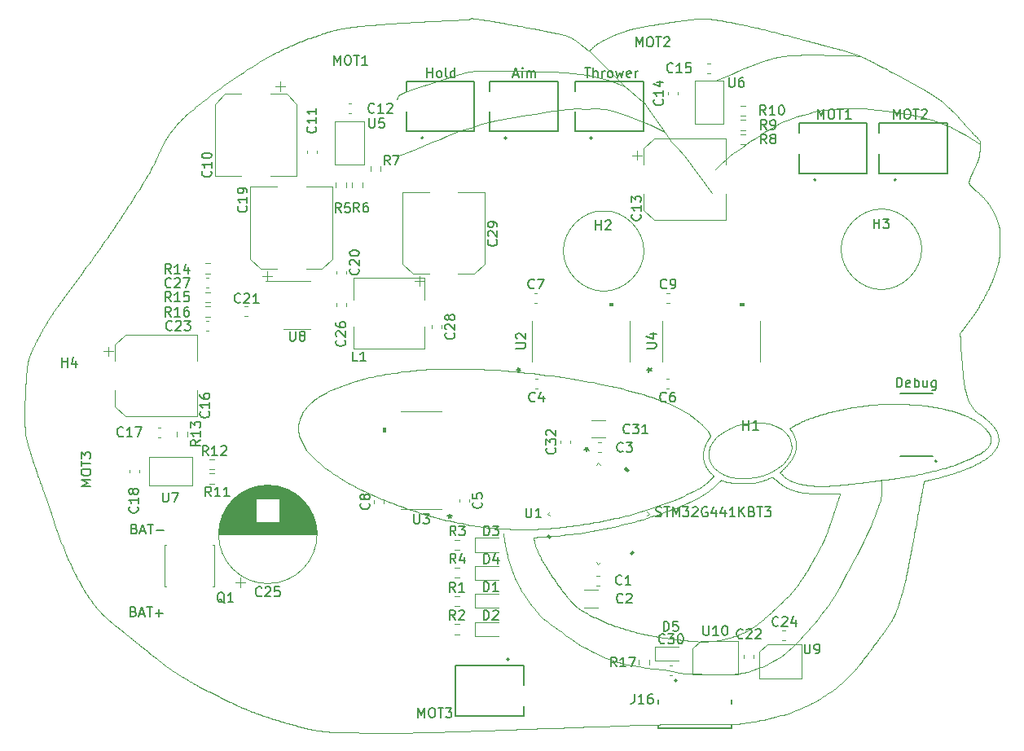
<source format=gbr>
%TF.GenerationSoftware,KiCad,Pcbnew,5.1.11*%
%TF.CreationDate,2021-11-21T12:03:26+02:00*%
%TF.ProjectId,Electronics,456c6563-7472-46f6-9e69-63732e6b6963,2.2*%
%TF.SameCoordinates,Original*%
%TF.FileFunction,Legend,Top*%
%TF.FilePolarity,Positive*%
%FSLAX46Y46*%
G04 Gerber Fmt 4.6, Leading zero omitted, Abs format (unit mm)*
G04 Created by KiCad (PCBNEW 5.1.11) date 2021-11-21 12:03:26*
%MOMM*%
%LPD*%
G01*
G04 APERTURE LIST*
%ADD10C,0.049500*%
%ADD11C,0.120000*%
%ADD12C,0.100000*%
%ADD13C,0.200000*%
%ADD14C,0.127000*%
%ADD15C,0.150000*%
G04 APERTURE END LIST*
D10*
X146114012Y-100666130D02*
X146096990Y-101134595D01*
X146105328Y-101535018D02*
X146096990Y-101134595D01*
X146071962Y-101952124D02*
X146105328Y-101535018D01*
X146055273Y-102244097D02*
X146071962Y-101952124D01*
X146005223Y-102527728D02*
X146055273Y-102244097D01*
X145955173Y-102819703D02*
X146005223Y-102527728D01*
X145846722Y-103069965D02*
X145955173Y-102819703D01*
X145704905Y-103445360D02*
X145846722Y-103069965D01*
X145554750Y-103837441D02*
X145704905Y-103445360D01*
X145362877Y-104379679D02*
X145554750Y-103837441D01*
X145162671Y-104955285D02*
X145362877Y-104379679D01*
X144962460Y-105455811D02*
X145162671Y-104955285D01*
X144687170Y-105973023D02*
X144962460Y-105455811D01*
X144453592Y-106473549D02*
X144687170Y-105973023D01*
X144203331Y-107032472D02*
X144453592Y-106473549D01*
X144011464Y-107432893D02*
X144203331Y-107032472D01*
X143769541Y-107925077D02*
X144011464Y-107432893D01*
X143544308Y-108392236D02*
X143769541Y-107925077D01*
X143310730Y-108834364D02*
X143544308Y-108392236D01*
X143060462Y-109268157D02*
X143310730Y-108834364D01*
X142760145Y-109827077D02*
X143060462Y-109268157D01*
X142476517Y-110369314D02*
X142760145Y-109827077D01*
X142217911Y-110878182D02*
X142476517Y-110369314D01*
X141909249Y-111412080D02*
X142217911Y-110878182D01*
X141658987Y-111862556D02*
X141909249Y-111412080D01*
X141392037Y-112329713D02*
X141658987Y-111862556D01*
X141150120Y-112771844D02*
X141392037Y-112329713D01*
X140866486Y-113213975D02*
X141150120Y-112771844D01*
X140541147Y-113664451D02*
X140866486Y-113213975D01*
X140190773Y-114148291D02*
X140541147Y-113664451D01*
X139832062Y-114623789D02*
X140190773Y-114148291D01*
X139448328Y-115132659D02*
X139832062Y-114623789D01*
X139114638Y-115491371D02*
X139448328Y-115132659D01*
X138822665Y-115850080D02*
X139114638Y-115491371D01*
X138388875Y-116367292D02*
X138822665Y-115850080D01*
X137988452Y-116817768D02*
X138388875Y-116367292D01*
X137579691Y-117243213D02*
X137988452Y-116817768D01*
X137154246Y-117668661D02*
X137579691Y-117243213D01*
X136728795Y-118094109D02*
X137154246Y-117668661D01*
X136370083Y-118436135D02*
X136728795Y-118094109D01*
X136069771Y-118678057D02*
X136370083Y-118436135D01*
X135627637Y-118995058D02*
X136069771Y-118678057D01*
X135227220Y-119278686D02*
X135627637Y-118995058D01*
X134751713Y-119512264D02*
X135227220Y-119278686D01*
X134301246Y-119745842D02*
X134751713Y-119512264D01*
X133850767Y-119987765D02*
X134301246Y-119745842D01*
X133308533Y-120204660D02*
X133850767Y-119987765D01*
X132632821Y-120438238D02*
X133308533Y-120204660D01*
X132165664Y-120588394D02*
X132632821Y-120438238D01*
X131665136Y-120688503D02*
X132165664Y-120588394D01*
X131181290Y-120746897D02*
X131665136Y-120688503D01*
X130372111Y-120830317D02*
X131181290Y-120746897D01*
X129195870Y-120838658D02*
X130372111Y-120830317D01*
X128002951Y-120830317D02*
X129195870Y-120838658D01*
X126768315Y-120813633D02*
X128002951Y-120830317D01*
X125942447Y-120771922D02*
X126768315Y-120813633D01*
X125633791Y-120738552D02*
X125942447Y-120771922D01*
X125049840Y-120663472D02*
X125633791Y-120738552D01*
X124307394Y-120521655D02*
X125049840Y-120663472D01*
X123481526Y-120388182D02*
X124307394Y-120521655D01*
X122488813Y-120263051D02*
X123481526Y-120388182D01*
X121612889Y-120154604D02*
X122488813Y-120263051D01*
X120820388Y-120029473D02*
X121612889Y-120154604D01*
X120253126Y-119937712D02*
X120820388Y-120029473D01*
X119585758Y-119820920D02*
X120253126Y-119937712D01*
X119068546Y-119704128D02*
X119585758Y-119820920D01*
X118759890Y-119604022D02*
X119068546Y-119704128D01*
X118376150Y-119503917D02*
X118759890Y-119604022D01*
X117934022Y-119353758D02*
X118376150Y-119503917D01*
X117450176Y-119153546D02*
X117934022Y-119353758D01*
X116999703Y-118986704D02*
X117450176Y-119153546D01*
X116582597Y-118786493D02*
X116999703Y-118986704D01*
X116198863Y-118569598D02*
X116582597Y-118786493D01*
X115881862Y-118394417D02*
X116198863Y-118569598D01*
X115573200Y-118244259D02*
X115881862Y-118394417D01*
X115239516Y-118094103D02*
X115573200Y-118244259D01*
X114847438Y-117885550D02*
X115239516Y-118094103D01*
X114513754Y-117676997D02*
X114847438Y-117885550D01*
X114230120Y-117451757D02*
X114513754Y-117676997D01*
X113938147Y-117251546D02*
X114230120Y-117451757D01*
X113612808Y-117026309D02*
X113938147Y-117251546D01*
X113237413Y-116767703D02*
X113612808Y-117026309D01*
X112853673Y-116475730D02*
X113237413Y-116767703D01*
X112503306Y-116225466D02*
X112853673Y-116475730D01*
X112152939Y-115975205D02*
X112503306Y-116225466D01*
X111835938Y-115774993D02*
X112152939Y-115975205D01*
X111602360Y-115591465D02*
X111835938Y-115774993D01*
X111377121Y-115399598D02*
X111602360Y-115591465D01*
X111118515Y-115199383D02*
X111377121Y-115399598D01*
X110951676Y-115090939D02*
X111118515Y-115199383D01*
X110776492Y-114907411D02*
X110951676Y-115090939D01*
X110526225Y-114682171D02*
X110776492Y-114907411D01*
X110317674Y-114431910D02*
X110526225Y-114682171D01*
X110184196Y-114281751D02*
X110317674Y-114431910D01*
X109975646Y-114006462D02*
X110184196Y-114281751D01*
X109742068Y-113731175D02*
X109975646Y-114006462D01*
X109508490Y-113447541D02*
X109742068Y-113731175D01*
X109316617Y-113172252D02*
X109508490Y-113447541D01*
X109149778Y-112913649D02*
X109316617Y-113172252D01*
X108957911Y-112638360D02*
X109149778Y-112913649D01*
X108816094Y-112429806D02*
X108957911Y-112638360D01*
X108690960Y-112212915D02*
X108816094Y-112429806D01*
X108557488Y-111996020D02*
X108690960Y-112212915D01*
X108449037Y-111779128D02*
X108557488Y-111996020D01*
X108323910Y-111520522D02*
X108449037Y-111779128D01*
X108215459Y-111286944D02*
X108323910Y-111520522D01*
X108081988Y-111028341D02*
X108215459Y-111286944D01*
X107998565Y-110836474D02*
X108081988Y-111028341D01*
X107881776Y-110602896D02*
X107998565Y-110836474D01*
X107798354Y-110402681D02*
X107881776Y-110602896D01*
X107723276Y-110177445D02*
X107798354Y-110402681D01*
X107639854Y-109952205D02*
X107723276Y-110177445D01*
X107556434Y-109718627D02*
X107639854Y-109952205D01*
X107473012Y-109418313D02*
X107556434Y-109718627D01*
X107381247Y-109143023D02*
X107473012Y-109418313D01*
X107289486Y-108892759D02*
X107381247Y-109143023D01*
X107231092Y-108692550D02*
X107289486Y-108892759D01*
X107181036Y-108417261D02*
X107231092Y-108692550D01*
X107156011Y-108242074D02*
X107181036Y-108417261D01*
X107112563Y-108111732D02*
X107156011Y-108242074D01*
X107073942Y-107976559D02*
X107112563Y-108111732D01*
X107016010Y-107817249D02*
X107073942Y-107976559D01*
X106948425Y-107416557D02*
X107016010Y-107817249D01*
X106851872Y-106856552D02*
X106948425Y-107416557D01*
X106774631Y-106204828D02*
X106851872Y-106856552D01*
X129431122Y-67758855D02*
X128813810Y-68376173D01*
X129956679Y-67308382D02*
X129431122Y-67758855D01*
X130365440Y-66916304D02*
X129956679Y-67308382D01*
X130682441Y-66707753D02*
X130365440Y-66916304D01*
X131091203Y-66424119D02*
X130682441Y-66707753D01*
X131091203Y-66424119D02*
X131091203Y-66424119D01*
X131558359Y-66073752D02*
X131091203Y-66424119D01*
X132025515Y-65740068D02*
X131558359Y-66073752D01*
X132467649Y-65439751D02*
X132025515Y-65740068D01*
X132959834Y-65122750D02*
X132467649Y-65439751D01*
X133418651Y-64797405D02*
X132959834Y-65122750D01*
X133869124Y-64480405D02*
X133418651Y-64797405D01*
X134361308Y-64213460D02*
X133869124Y-64480405D01*
X134953598Y-63854748D02*
X134361308Y-64213460D01*
X135644339Y-63489359D02*
X134943598Y-63864748D01*
X136395129Y-63197380D02*
X135644339Y-63489359D01*
X137237681Y-62897063D02*
X136395129Y-63197380D01*
X137913393Y-62663485D02*
X137237681Y-62897063D01*
X138672528Y-62488301D02*
X137913393Y-62663485D01*
X139458340Y-62311456D02*
X138682528Y-62478301D01*
X140067313Y-62194667D02*
X139458340Y-62311456D01*
X140968259Y-62102906D02*
X140067313Y-62194667D01*
X141735733Y-62052856D02*
X140968259Y-62102906D01*
X142494868Y-62019484D02*
X141735733Y-62052856D01*
X143003735Y-62019484D02*
X142494868Y-62019484D01*
X143537631Y-62002800D02*
X143003735Y-62019484D01*
X144213343Y-62036173D02*
X143537631Y-62002800D01*
X144964134Y-62077878D02*
X144213343Y-62036173D01*
X145656529Y-62177984D02*
X144964134Y-62077878D01*
X146565814Y-62311456D02*
X145656529Y-62177984D01*
X147433393Y-62403223D02*
X146565814Y-62311456D01*
X148192528Y-62536696D02*
X147433393Y-62403223D01*
X148884918Y-62636801D02*
X148192528Y-62536696D01*
X149552292Y-62745252D02*
X148884918Y-62636801D01*
X150102870Y-62895408D02*
X149552292Y-62745252D01*
X150636766Y-63037225D02*
X150102870Y-62895408D01*
X151270767Y-63220753D02*
X150636766Y-63037225D01*
X152201713Y-63547753D02*
X151300767Y-63230753D01*
X153344582Y-63981543D02*
X152201713Y-63547753D01*
X154223872Y-64455383D02*
X153314582Y-63971543D01*
X154907929Y-64814094D02*
X154223872Y-64455383D01*
X155425142Y-65131095D02*
X154907929Y-64814094D01*
X155842242Y-65406384D02*
X155425142Y-65131095D01*
X156309398Y-65781780D02*
X155842242Y-65406384D01*
X130510744Y-58426123D02*
X128779754Y-59142151D01*
X131164208Y-58155003D02*
X130510744Y-58426123D01*
X131796819Y-57890838D02*
X131164208Y-58155003D01*
X132429425Y-57647525D02*
X131796819Y-57890838D01*
X133103747Y-57397264D02*
X132429425Y-57647525D01*
X133583418Y-57223470D02*
X133103747Y-57397264D01*
X134021383Y-57049676D02*
X133583418Y-57223470D01*
X134410676Y-56931497D02*
X134021383Y-57049676D01*
X134911204Y-56799409D02*
X134410676Y-56931497D01*
X135370022Y-56702089D02*
X134911204Y-56799409D01*
X135863596Y-56618666D02*
X135370022Y-56702089D01*
X136600483Y-56549147D02*
X135863596Y-56618666D01*
X137344324Y-56493532D02*
X136600483Y-56549147D01*
X138018641Y-56465725D02*
X137344324Y-56493532D01*
X142203602Y-56521340D02*
X138018641Y-56465725D01*
X143058668Y-56535244D02*
X142203602Y-56521340D01*
X143844220Y-56583910D02*
X143058668Y-56535244D01*
X143063773Y-56280027D02*
X143063773Y-56280027D01*
X95746705Y-60921722D02*
X95689042Y-61051454D01*
X95833194Y-60705498D02*
X95746705Y-60921722D01*
X96006178Y-60561342D02*
X95833194Y-60705498D01*
X96582785Y-60301872D02*
X96006178Y-60561342D01*
X97476522Y-59999150D02*
X96582785Y-60301872D01*
X99840612Y-59220733D02*
X97476522Y-59999150D01*
X101988473Y-58572049D02*
X99840612Y-59220733D01*
X103141686Y-58240504D02*
X101988473Y-58572049D01*
X103977763Y-58125183D02*
X103141686Y-58240504D01*
X104583198Y-58110766D02*
X103977763Y-58125183D01*
X106457171Y-58096355D02*
X104583198Y-58110766D01*
X111891686Y-58211669D02*
X106457171Y-58096355D01*
X113203466Y-58326990D02*
X111891686Y-58211669D01*
X113996300Y-58384654D02*
X113203466Y-58326990D01*
X114846798Y-58485563D02*
X113996300Y-58384654D01*
X115481065Y-58572049D02*
X114846798Y-58485563D01*
X116187406Y-58687370D02*
X115481065Y-58572049D01*
X116965823Y-58889183D02*
X116187406Y-58687370D01*
X117873978Y-59163070D02*
X116965823Y-58889183D01*
X119416399Y-59710845D02*
X117873978Y-59163070D01*
X96820980Y-66559622D02*
X95699800Y-67010095D01*
X97461652Y-66299348D02*
X96820980Y-66559622D01*
X98042262Y-66059093D02*
X97461652Y-66299348D01*
X98833095Y-65758776D02*
X98042262Y-66059093D01*
X99433724Y-65508514D02*
X98833095Y-65758776D01*
X100194527Y-65208197D02*
X99433724Y-65508514D01*
X100855221Y-64927905D02*
X100194527Y-65208197D01*
X101696104Y-64517469D02*
X100855221Y-64927905D01*
X102336779Y-64287232D02*
X101696104Y-64517469D01*
X103097576Y-64107040D02*
X102336779Y-64287232D01*
X103668179Y-63926853D02*
X103097576Y-64107040D01*
X104539094Y-63656567D02*
X103668179Y-63926853D01*
X105289885Y-63436336D02*
X104539094Y-63656567D01*
X105920544Y-63256150D02*
X105289885Y-63436336D01*
X109234028Y-62735602D02*
X105920544Y-63256150D01*
X110054893Y-62585440D02*
X109234028Y-62735602D01*
X110915795Y-62445291D02*
X110054893Y-62585440D01*
X111876810Y-62305148D02*
X110915795Y-62445291D01*
X112687662Y-62195030D02*
X111876810Y-62305148D01*
X113488502Y-62104936D02*
X112687662Y-62195030D01*
X114459523Y-62054880D02*
X113488502Y-62104936D01*
X115351375Y-62063418D02*
X114459523Y-62054880D01*
X116254708Y-62052669D02*
X115351375Y-62063418D01*
X117331907Y-62124955D02*
X116254708Y-62052669D01*
X118110692Y-62259515D02*
X117331907Y-62124955D01*
X118925834Y-62506399D02*
X118110692Y-62259515D01*
X119701248Y-62796269D02*
X118925834Y-62506399D01*
X120490045Y-63107638D02*
X119701248Y-62796269D01*
X121320355Y-63460518D02*
X120490045Y-63107638D01*
X122026122Y-63751125D02*
X121320355Y-63460518D01*
X123520688Y-64498411D02*
X122026122Y-63751125D01*
X125596467Y-66947833D02*
X128440294Y-70829547D01*
X124807669Y-66076006D02*
X125596467Y-66947833D01*
X124247211Y-65474030D02*
X124807669Y-66076006D01*
X123520688Y-64498411D02*
X124247211Y-65474030D01*
X121673235Y-61841412D02*
X123520688Y-64498411D01*
X121548694Y-61633828D02*
X121673235Y-61841412D01*
X121424146Y-61467769D02*
X121548694Y-61633828D01*
X121237325Y-61301703D02*
X121424146Y-61467769D01*
X119416399Y-59710845D02*
X121237325Y-61301703D01*
X115648284Y-56016418D02*
X119416399Y-59710845D01*
X135171678Y-100709624D02*
X135157810Y-100696856D01*
X135144221Y-100684384D02*
X135157810Y-100696856D01*
X135130855Y-100672164D02*
X135144221Y-100684384D01*
X135117658Y-100660136D02*
X135130855Y-100672164D01*
X135104552Y-100648238D02*
X135117658Y-100660136D01*
X135091482Y-100636419D02*
X135104552Y-100648238D01*
X135078394Y-100624627D02*
X135091482Y-100636419D01*
X135065227Y-100612805D02*
X135078394Y-100624627D01*
X135051904Y-100600896D02*
X135065227Y-100612805D01*
X135038387Y-100588844D02*
X135051904Y-100600896D01*
X135024592Y-100576599D02*
X135038387Y-100588844D01*
X135010482Y-100564097D02*
X135024592Y-100576599D01*
X134998313Y-100553365D02*
X135010482Y-100564097D01*
X134986379Y-100542900D02*
X134998313Y-100553365D01*
X134974644Y-100532646D02*
X134986379Y-100542900D01*
X134963037Y-100522567D02*
X134974644Y-100532646D01*
X134951502Y-100512615D02*
X134963037Y-100522567D01*
X134939997Y-100502741D02*
X134951502Y-100512615D01*
X134928462Y-100492904D02*
X134939997Y-100502741D01*
X134916848Y-100483055D02*
X134928462Y-100492904D01*
X134905095Y-100473145D02*
X134916848Y-100483055D01*
X134893149Y-100463133D02*
X134905095Y-100473145D01*
X134880962Y-100452970D02*
X134893149Y-100463133D01*
X134868484Y-100442607D02*
X134880962Y-100452970D01*
X134857861Y-100433824D02*
X134868484Y-100442607D01*
X134847462Y-100425241D02*
X134857861Y-100433824D01*
X134837238Y-100416820D02*
X134847462Y-100425241D01*
X134827147Y-100408527D02*
X134837238Y-100416820D01*
X134817141Y-100400321D02*
X134827147Y-100408527D01*
X134807177Y-100392167D02*
X134817141Y-100400321D01*
X134797195Y-100384025D02*
X134807177Y-100392167D01*
X134787164Y-100375855D02*
X134797195Y-100384025D01*
X134777025Y-100367626D02*
X134787164Y-100375855D01*
X134766741Y-100359287D02*
X134777025Y-100367626D01*
X134756251Y-100350809D02*
X134766741Y-100359287D01*
X134745526Y-100342150D02*
X134756251Y-100350809D01*
X134743628Y-100340724D02*
X134745526Y-100342150D01*
X134741689Y-100339456D02*
X134743628Y-100340724D01*
X134739707Y-100338350D02*
X134741689Y-100339456D01*
X134737670Y-100337407D02*
X134739707Y-100338350D01*
X134735592Y-100336622D02*
X134737670Y-100337407D01*
X134733465Y-100335993D02*
X134735592Y-100336622D01*
X134731302Y-100335528D02*
X134733465Y-100335993D01*
X134729102Y-100335223D02*
X134731302Y-100335528D01*
X134726854Y-100335081D02*
X134729102Y-100335223D01*
X134724582Y-100335102D02*
X134726854Y-100335081D01*
X134722274Y-100335286D02*
X134724582Y-100335102D01*
X134719936Y-100335637D02*
X134722274Y-100335286D01*
X134717482Y-100336093D02*
X134719936Y-100335637D01*
X134715114Y-100336585D02*
X134717482Y-100336093D01*
X134712781Y-100337111D02*
X134715114Y-100336585D01*
X134710497Y-100337673D02*
X134712781Y-100337111D01*
X134708250Y-100338271D02*
X134710497Y-100337673D01*
X134706020Y-100338906D02*
X134708250Y-100338271D01*
X134703796Y-100339585D02*
X134706020Y-100338906D01*
X134701585Y-100340311D02*
X134703796Y-100339585D01*
X134699367Y-100341087D02*
X134701585Y-100340311D01*
X134697131Y-100341915D02*
X134699367Y-100341087D01*
X134694872Y-100342797D02*
X134697131Y-100341915D01*
X134692581Y-100343740D02*
X134694872Y-100342797D01*
X134681234Y-100348483D02*
X134692581Y-100343740D01*
X134670128Y-100353130D02*
X134681234Y-100348483D01*
X134659227Y-100357698D02*
X134670128Y-100353130D01*
X134648483Y-100362209D02*
X134659227Y-100357698D01*
X134637830Y-100366680D02*
X134648483Y-100362209D01*
X134627226Y-100371136D02*
X134637830Y-100366680D01*
X134616627Y-100375596D02*
X134627226Y-100371136D01*
X134605981Y-100380079D02*
X134616627Y-100375596D01*
X134595237Y-100384611D02*
X134605981Y-100380079D01*
X134584355Y-100389209D02*
X134595237Y-100384611D01*
X134573261Y-100393895D02*
X134584355Y-100389209D01*
X134561931Y-100398690D02*
X134573261Y-100393895D01*
X134548668Y-100404316D02*
X134561931Y-100398690D01*
X134535707Y-100409817D02*
X134548668Y-100404316D01*
X134522969Y-100415234D02*
X134535707Y-100409817D01*
X134510425Y-100420588D02*
X134522969Y-100415234D01*
X134497989Y-100425905D02*
X134510425Y-100420588D01*
X134485620Y-100431208D02*
X134497989Y-100425905D01*
X134473264Y-100436522D02*
X134485620Y-100431208D01*
X134460846Y-100441876D02*
X134473264Y-100436522D01*
X134448326Y-100447287D02*
X134460846Y-100441876D01*
X134435625Y-100452788D02*
X134448326Y-100447287D01*
X134422712Y-100458396D02*
X134435625Y-100452788D01*
X134409509Y-100464142D02*
X134422712Y-100458396D01*
X134394415Y-100470722D02*
X134409509Y-100464142D01*
X134379659Y-100477161D02*
X134394415Y-100470722D01*
X134365176Y-100483496D02*
X134379659Y-100477161D01*
X134350897Y-100489756D02*
X134365176Y-100483496D01*
X134336752Y-100495962D02*
X134350897Y-100489756D01*
X134322673Y-100502146D02*
X134336752Y-100495962D01*
X134308600Y-100508343D02*
X134322673Y-100502146D01*
X134294473Y-100514576D02*
X134308600Y-100508343D01*
X134280206Y-100520875D02*
X134294473Y-100514576D01*
X134265753Y-100527271D02*
X134280206Y-100520875D01*
X134251039Y-100533794D02*
X134265753Y-100527271D01*
X134236000Y-100540465D02*
X134251039Y-100533794D01*
X134181992Y-100564151D02*
X134236000Y-100540465D01*
X134128945Y-100586798D02*
X134181992Y-100564151D01*
X134076629Y-100608503D02*
X134128945Y-100586798D01*
X134024791Y-100629350D02*
X134076629Y-100608503D01*
X133973212Y-100649420D02*
X134024791Y-100629350D01*
X133921645Y-100668807D02*
X133973212Y-100649420D01*
X133869849Y-100687596D02*
X133921645Y-100668807D01*
X133817612Y-100705875D02*
X133869849Y-100687596D01*
X133764674Y-100723733D02*
X133817612Y-100705875D01*
X133710799Y-100741250D02*
X133764674Y-100723733D01*
X133655770Y-100758520D02*
X133710799Y-100741250D01*
X133599346Y-100775626D02*
X133655770Y-100758520D01*
X133543253Y-100792061D02*
X133599346Y-100775626D01*
X133488230Y-100807591D02*
X133543253Y-100792061D01*
X133434041Y-100822262D02*
X133488230Y-100807591D01*
X133380421Y-100836135D02*
X133434041Y-100822262D01*
X133327150Y-100849263D02*
X133380421Y-100836135D01*
X133273976Y-100861704D02*
X133327150Y-100849263D01*
X133220657Y-100873514D02*
X133273976Y-100861704D01*
X133166952Y-100884747D02*
X133220657Y-100873514D01*
X133112624Y-100895457D02*
X133166952Y-100884747D01*
X133057420Y-100905702D02*
X133112624Y-100895457D01*
X133001104Y-100915540D02*
X133057420Y-100905702D01*
X132943428Y-100925014D02*
X133001104Y-100915540D01*
X132880762Y-100934737D02*
X132943428Y-100925014D01*
X132819370Y-100943688D02*
X132880762Y-100934737D01*
X132759006Y-100951900D02*
X132819370Y-100943688D01*
X132699385Y-100959402D02*
X132759006Y-100951900D01*
X132640241Y-100966212D02*
X132699385Y-100959402D01*
X132581309Y-100972363D02*
X132640241Y-100966212D01*
X132522316Y-100977883D02*
X132581309Y-100972363D01*
X132462979Y-100982798D02*
X132522316Y-100977883D01*
X132403043Y-100987128D02*
X132462979Y-100982798D01*
X132342244Y-100990907D02*
X132403043Y-100987128D01*
X132280290Y-100994164D02*
X132342244Y-100990907D01*
X132216935Y-100996917D02*
X132280290Y-100994164D01*
X132142987Y-100999615D02*
X132216935Y-100996917D01*
X132070658Y-101001844D02*
X132142987Y-100999615D01*
X131999617Y-101003597D02*
X132070658Y-101001844D01*
X131929536Y-101004881D02*
X131999617Y-101003597D01*
X131860096Y-101005693D02*
X131929536Y-101004881D01*
X131790976Y-101006038D02*
X131860096Y-101005693D01*
X131721856Y-101005911D02*
X131790976Y-101006038D01*
X131652410Y-101005319D02*
X131721856Y-101005911D01*
X131582323Y-101004252D02*
X131652410Y-101005319D01*
X131511282Y-101002727D02*
X131582323Y-101004252D01*
X131438947Y-101000726D02*
X131511282Y-101002727D01*
X131365006Y-100998261D02*
X131438947Y-101000726D01*
X131322424Y-100996669D02*
X131365006Y-100998261D01*
X131280773Y-100994992D02*
X131322424Y-100996669D01*
X131239890Y-100993213D02*
X131280773Y-100994992D01*
X131199556Y-100991327D02*
X131239890Y-100993213D01*
X131159616Y-100989324D02*
X131199556Y-100991327D01*
X131119862Y-100987197D02*
X131159616Y-100989324D01*
X131080109Y-100984925D02*
X131119862Y-100987197D01*
X131040192Y-100982508D02*
X131080109Y-100984925D01*
X130999901Y-100979934D02*
X131040192Y-100982508D01*
X130959066Y-100977185D02*
X130999901Y-100979934D01*
X130917493Y-100974260D02*
X130959066Y-100977185D01*
X130874991Y-100971149D02*
X130917493Y-100974260D01*
X130835914Y-100968158D02*
X130874991Y-100971149D01*
X130797689Y-100965091D02*
X130835914Y-100968158D01*
X130760165Y-100961928D02*
X130797689Y-100965091D01*
X130723167Y-100958653D02*
X130760165Y-100961928D01*
X130686520Y-100955251D02*
X130723167Y-100958653D01*
X130650065Y-100951704D02*
X130686520Y-100955251D01*
X130613629Y-100947988D02*
X130650065Y-100951704D01*
X130577030Y-100944096D02*
X130613629Y-100947988D01*
X130540116Y-100940012D02*
X130577030Y-100944096D01*
X130502695Y-100935706D02*
X130540116Y-100940012D01*
X130464616Y-100931178D02*
X130502695Y-100935706D01*
X130425708Y-100926395D02*
X130464616Y-100931178D01*
X130393024Y-100922265D02*
X130425708Y-100926395D01*
X130361090Y-100918090D02*
X130393024Y-100922265D01*
X130329735Y-100913857D02*
X130361090Y-100918090D01*
X130298828Y-100909545D02*
X130329735Y-100913857D01*
X130268229Y-100905131D02*
X130298828Y-100909545D01*
X130237787Y-100900597D02*
X130268229Y-100905131D01*
X130207375Y-100895911D02*
X130237787Y-100900597D01*
X130176842Y-100891061D02*
X130207375Y-100895911D01*
X130146050Y-100886028D02*
X130176842Y-100891061D01*
X130114853Y-100880777D02*
X130146050Y-100886028D01*
X130083111Y-100875300D02*
X130114853Y-100880777D01*
X130050681Y-100869568D02*
X130083111Y-100875300D01*
X130029358Y-100865629D02*
X130050681Y-100869568D01*
X130008553Y-100861487D02*
X130029358Y-100865629D01*
X129988184Y-100857133D02*
X130008553Y-100861487D01*
X129968159Y-100852544D02*
X129988184Y-100857133D01*
X129948382Y-100847692D02*
X129968159Y-100852544D01*
X129928786Y-100842555D02*
X129948382Y-100847692D01*
X129909269Y-100837111D02*
X129928786Y-100842555D01*
X129889746Y-100831338D02*
X129909269Y-100837111D01*
X129870138Y-100825205D02*
X129889746Y-100831338D01*
X129850349Y-100818694D02*
X129870138Y-100825205D01*
X129830300Y-100811784D02*
X129850349Y-100818694D01*
X129809895Y-100804443D02*
X129830300Y-100811784D01*
X129775199Y-100791696D02*
X129809895Y-100804443D01*
X129740479Y-100778967D02*
X129775199Y-100791696D01*
X129705765Y-100766236D02*
X129740479Y-100778967D01*
X129671044Y-100753501D02*
X129705765Y-100766236D01*
X129636318Y-100740773D02*
X129671044Y-100753501D01*
X129601604Y-100728038D02*
X129636318Y-100740773D01*
X129566884Y-100715307D02*
X129601604Y-100728038D01*
X129532158Y-100702578D02*
X129566884Y-100715307D01*
X129497438Y-100689844D02*
X129532158Y-100702578D01*
X129462724Y-100677112D02*
X129497438Y-100689844D01*
X129428004Y-100664384D02*
X129462724Y-100677112D01*
X129393278Y-100651649D02*
X129428004Y-100664384D01*
X129356413Y-100686965D02*
X129393278Y-100651649D01*
X129319547Y-100722289D02*
X129356413Y-100686965D01*
X129282682Y-100757613D02*
X129319547Y-100722289D01*
X129245811Y-100792938D02*
X129282682Y-100757613D01*
X129208946Y-100828262D02*
X129245811Y-100792938D01*
X129172081Y-100863586D02*
X129208946Y-100828262D01*
X129135221Y-100898911D02*
X129172081Y-100863586D01*
X129098356Y-100934235D02*
X129135221Y-100898911D01*
X129061491Y-100969559D02*
X129098356Y-100934235D01*
X129024626Y-101004884D02*
X129061491Y-100969559D01*
X128987755Y-101040208D02*
X129024626Y-101004884D01*
X128950890Y-101075532D02*
X128987755Y-101040208D01*
X128739608Y-101272919D02*
X128950890Y-101075532D01*
X128527837Y-101460469D02*
X128739608Y-101272919D01*
X128314749Y-101638749D02*
X128527837Y-101460469D01*
X128099498Y-101808321D02*
X128314749Y-101638749D01*
X127881244Y-101969755D02*
X128099498Y-101808321D01*
X127659122Y-102123610D02*
X127881244Y-101969755D01*
X127432312Y-102270457D02*
X127659122Y-102123610D01*
X127199966Y-102410857D02*
X127432312Y-102270457D01*
X126961228Y-102545378D02*
X127199966Y-102410857D01*
X126715275Y-102674587D02*
X126961228Y-102545378D01*
X126461243Y-102799041D02*
X126715275Y-102674587D01*
X126198292Y-102919317D02*
X126461243Y-102799041D01*
X125814685Y-103086977D02*
X126198292Y-102919317D01*
X125438009Y-103247565D02*
X125814685Y-103086977D01*
X125066560Y-103401703D02*
X125438009Y-103247565D01*
X124698687Y-103550016D02*
X125066560Y-103401703D01*
X124332706Y-103693132D02*
X124698687Y-103550016D01*
X123966919Y-103831674D02*
X124332706Y-103693132D01*
X123599675Y-103966267D02*
X123966919Y-103831674D01*
X123229271Y-104097537D02*
X123599675Y-103966267D01*
X122854039Y-104226112D02*
X123229271Y-104097537D01*
X122472293Y-104352617D02*
X122854039Y-104226112D01*
X122082378Y-104477675D02*
X122472293Y-104352617D01*
X121682583Y-104601912D02*
X122082378Y-104477675D01*
X121231288Y-104737989D02*
X121682583Y-104601912D01*
X120788719Y-104867222D02*
X121231288Y-104737989D01*
X120352911Y-104990096D02*
X120788719Y-104867222D01*
X119921907Y-105107084D02*
X120352911Y-104990096D01*
X119493743Y-105218668D02*
X119921907Y-105107084D01*
X119066461Y-105325330D02*
X119493743Y-105218668D01*
X118638085Y-105427541D02*
X119066461Y-105325330D01*
X118206677Y-105525789D02*
X118638085Y-105427541D01*
X117770246Y-105620550D02*
X118206677Y-105525789D01*
X117326843Y-105712299D02*
X117770246Y-105620550D01*
X116874497Y-105801523D02*
X117326843Y-105712299D01*
X116411256Y-105888694D02*
X116874497Y-105801523D01*
X115957297Y-105970096D02*
X116411256Y-105888694D01*
X115512540Y-106045566D02*
X115957297Y-105970096D01*
X115075028Y-106115348D02*
X115512540Y-106045566D01*
X114642815Y-106179670D02*
X115075028Y-106115348D01*
X114213944Y-106238775D02*
X114642815Y-106179670D01*
X113786463Y-106292897D02*
X114213944Y-106238775D01*
X113358402Y-106342276D02*
X113786463Y-106292897D01*
X112927802Y-106387145D02*
X113358402Y-106342276D01*
X112492720Y-106427741D02*
X112927802Y-106387145D01*
X112051202Y-106464301D02*
X112492720Y-106427741D01*
X111601279Y-106497063D02*
X112051202Y-106464301D01*
X111140999Y-106526264D02*
X111601279Y-106497063D01*
X111101928Y-106528596D02*
X111140999Y-106526264D01*
X111063721Y-106530928D02*
X111101928Y-106528596D01*
X111026210Y-106533276D02*
X111063721Y-106530928D01*
X110989212Y-106535651D02*
X111026210Y-106533276D01*
X110952564Y-106538059D02*
X110989212Y-106535651D01*
X110916098Y-106540518D02*
X110952564Y-106538059D01*
X110879625Y-106543038D02*
X110916098Y-106540518D01*
X110842984Y-106545627D02*
X110879625Y-106543038D01*
X110806010Y-106548304D02*
X110842984Y-106545627D01*
X110768528Y-106551071D02*
X110806010Y-106548304D01*
X110730370Y-106553950D02*
X110768528Y-106551071D01*
X110691347Y-106556947D02*
X110730370Y-106553950D01*
X110657939Y-106559570D02*
X110691347Y-106556947D01*
X110625273Y-106562204D02*
X110657939Y-106559570D01*
X110593187Y-106564872D02*
X110625273Y-106562204D01*
X110561555Y-106567579D02*
X110593187Y-106564872D01*
X110530219Y-106570341D02*
X110561555Y-106567579D01*
X110499039Y-106573174D02*
X110530219Y-106570341D01*
X110467866Y-106576087D02*
X110499039Y-106573174D01*
X110436554Y-106579096D02*
X110467866Y-106576087D01*
X110404964Y-106582214D02*
X110436554Y-106579096D01*
X110372933Y-106585453D02*
X110404964Y-106582214D01*
X110340328Y-106588831D02*
X110372933Y-106585453D01*
X110307009Y-106592356D02*
X110340328Y-106588831D01*
X110278507Y-106595414D02*
X110307009Y-106592356D01*
X110250627Y-106598426D02*
X110278507Y-106595414D01*
X110223243Y-106601408D02*
X110250627Y-106598426D01*
X110196245Y-106604369D02*
X110223243Y-106601408D01*
X110169489Y-106607330D02*
X110196245Y-106604369D01*
X110142872Y-106610296D02*
X110169489Y-106607330D01*
X110116248Y-106613291D02*
X110142872Y-106610296D01*
X110089510Y-106616321D02*
X110116248Y-106613291D01*
X110062519Y-106619405D02*
X110089510Y-106616321D01*
X110035158Y-106622554D02*
X110062519Y-106619405D01*
X110007302Y-106625786D02*
X110035158Y-106622554D01*
X109978824Y-106629107D02*
X110007302Y-106625786D01*
X109974685Y-106629744D02*
X109978824Y-106629107D01*
X109970697Y-106630663D02*
X109974685Y-106629744D01*
X109966848Y-106631862D02*
X109970697Y-106630663D01*
X109963162Y-106633336D02*
X109966848Y-106631862D01*
X109959633Y-106635086D02*
X109963162Y-106633336D01*
X109956268Y-106637104D02*
X109959633Y-106635086D01*
X109953083Y-106639382D02*
X109956268Y-106637104D01*
X109950080Y-106641923D02*
X109953083Y-106639382D01*
X109947258Y-106644720D02*
X109950080Y-106641923D01*
X109944624Y-106647772D02*
X109947258Y-106644720D01*
X109942195Y-106651071D02*
X109944624Y-106647772D01*
X109939959Y-106654615D02*
X109942195Y-106651071D01*
X109938080Y-106658062D02*
X109939959Y-106654615D01*
X109936400Y-106661528D02*
X109938080Y-106658062D01*
X109934944Y-106665014D02*
X109936400Y-106661528D01*
X109933711Y-106668531D02*
X109934944Y-106665014D01*
X109932678Y-106672078D02*
X109933711Y-106668531D01*
X109931868Y-106675661D02*
X109932678Y-106672078D01*
X109931270Y-106679286D02*
X109931868Y-106675661D01*
X109930889Y-106682960D02*
X109931270Y-106679286D01*
X109930714Y-106686685D02*
X109930889Y-106682960D01*
X109930738Y-106690465D02*
X109930714Y-106686685D01*
X109930980Y-106694302D02*
X109930738Y-106690465D01*
X109931427Y-106698209D02*
X109930980Y-106694302D01*
X109933288Y-106711278D02*
X109931427Y-106698209D01*
X109935119Y-106724058D02*
X109933288Y-106711278D01*
X109936962Y-106736602D02*
X109935119Y-106724058D01*
X109938805Y-106748968D02*
X109936962Y-106736602D01*
X109940672Y-106761216D02*
X109938805Y-106748968D01*
X109942563Y-106773404D02*
X109940672Y-106761216D01*
X109944479Y-106785583D02*
X109942563Y-106773404D01*
X109946449Y-106797816D02*
X109944479Y-106785583D01*
X109948467Y-106810155D02*
X109946449Y-106797816D01*
X109950539Y-106822662D02*
X109948467Y-106810155D01*
X109952697Y-106835394D02*
X109950539Y-106822662D01*
X109954920Y-106848400D02*
X109952697Y-106835394D01*
X109957663Y-106864102D02*
X109954920Y-106848400D01*
X109960395Y-106879450D02*
X109957663Y-106864102D01*
X109963138Y-106894514D02*
X109960395Y-106879450D01*
X109965911Y-106909357D02*
X109963138Y-106894514D01*
X109968715Y-106924055D02*
X109965911Y-106909357D01*
X109971573Y-106938669D02*
X109968715Y-106924055D01*
X109974498Y-106953268D02*
X109971573Y-106938669D01*
X109977507Y-106967927D02*
X109974498Y-106953268D01*
X109980601Y-106982707D02*
X109977507Y-106967927D01*
X109983791Y-106997680D02*
X109980601Y-106982707D01*
X109987108Y-107012913D02*
X109983791Y-106997680D01*
X109990565Y-107028472D02*
X109987108Y-107012913D01*
X109994529Y-107046098D02*
X109990565Y-107028472D01*
X109998450Y-107063325D02*
X109994529Y-107046098D01*
X110002342Y-107080235D02*
X109998450Y-107063325D01*
X110006239Y-107096903D02*
X110002342Y-107080235D01*
X110010136Y-107113402D02*
X110006239Y-107096903D01*
X110014076Y-107129814D02*
X110010136Y-107113402D01*
X110018064Y-107146216D02*
X110014076Y-107129814D01*
X110022113Y-107162679D02*
X110018064Y-107146216D01*
X110026258Y-107179287D02*
X110022113Y-107162679D01*
X110030500Y-107196112D02*
X110026258Y-107179287D01*
X110034868Y-107213230D02*
X110030500Y-107196112D01*
X110039382Y-107230723D02*
X110034868Y-107213230D01*
X110068035Y-107337581D02*
X110039382Y-107230723D01*
X110097909Y-107441603D02*
X110068035Y-107337581D01*
X110129143Y-107543201D02*
X110097909Y-107441603D01*
X110161899Y-107642784D02*
X110129143Y-107543201D01*
X110196335Y-107740769D02*
X110161899Y-107642784D01*
X110232627Y-107837564D02*
X110196335Y-107740769D01*
X110270912Y-107933585D02*
X110232627Y-107837564D01*
X110311366Y-108029243D02*
X110270912Y-107933585D01*
X110354147Y-108124950D02*
X110311366Y-108029243D01*
X110399417Y-108221122D02*
X110354147Y-108124950D01*
X110447316Y-108318167D02*
X110399417Y-108221122D01*
X110498030Y-108416500D02*
X110447316Y-108318167D01*
X110574172Y-108560220D02*
X110498030Y-108416500D01*
X110649443Y-108700357D02*
X110574172Y-108560220D01*
X110724219Y-108837531D02*
X110649443Y-108700357D01*
X110798843Y-108972344D02*
X110724219Y-108837531D01*
X110873661Y-109105418D02*
X110798843Y-108972344D01*
X110949029Y-109237355D02*
X110873661Y-109105418D01*
X111025297Y-109368773D02*
X110949029Y-109237355D01*
X111102828Y-109500285D02*
X111025297Y-109368773D01*
X111181973Y-109632497D02*
X111102828Y-109500285D01*
X111263075Y-109766024D02*
X111181973Y-109632497D01*
X111346479Y-109901478D02*
X111263075Y-109766024D01*
X111432560Y-110039474D02*
X111346479Y-109901478D01*
X111528980Y-110192170D02*
X111432560Y-110039474D01*
X111624131Y-110340987D02*
X111528980Y-110192170D01*
X111718466Y-110486566D02*
X111624131Y-110340987D01*
X111812415Y-110629552D02*
X111718466Y-110486566D01*
X111906436Y-110770602D02*
X111812415Y-110629552D01*
X112000964Y-110910352D02*
X111906436Y-110770602D01*
X112096442Y-111049462D02*
X112000964Y-110910352D01*
X112193309Y-111188566D02*
X112096442Y-111049462D01*
X112291994Y-111328326D02*
X112193309Y-111188566D01*
X112392958Y-111469381D02*
X112291994Y-111328326D01*
X112496635Y-111612383D02*
X112392958Y-111469381D01*
X112603472Y-111757979D02*
X112496635Y-111612383D01*
X112706291Y-111896385D02*
X112603472Y-111757979D01*
X112807732Y-112031102D02*
X112706291Y-111896385D01*
X112908279Y-112162708D02*
X112807732Y-112031102D01*
X113008409Y-112291778D02*
X112908279Y-112162708D01*
X113108569Y-112418900D02*
X113008409Y-112291778D01*
X113209243Y-112544650D02*
X113108569Y-112418900D01*
X113310896Y-112669608D02*
X113209243Y-112544650D01*
X113413986Y-112794358D02*
X113310896Y-112669608D01*
X113519005Y-112919483D02*
X113413986Y-112794358D01*
X113626404Y-113045559D02*
X113519005Y-112919483D01*
X113736655Y-113173167D02*
X113626404Y-113045559D01*
X113850235Y-113302890D02*
X113736655Y-113173167D01*
X113877421Y-113333568D02*
X113850235Y-113302890D01*
X113904195Y-113363415D02*
X113877421Y-113333568D01*
X113930679Y-113392555D02*
X113904195Y-113363415D01*
X113956988Y-113421115D02*
X113930679Y-113392555D01*
X113983255Y-113449233D02*
X113956988Y-113421115D01*
X114009600Y-113477029D02*
X113983255Y-113449233D01*
X114036144Y-113504637D02*
X114009600Y-113477029D01*
X114063009Y-113532184D02*
X114036144Y-113504637D01*
X114090321Y-113559793D02*
X114063009Y-113532184D01*
X114118201Y-113587597D02*
X114090321Y-113559793D01*
X114146776Y-113615731D02*
X114118201Y-113587597D01*
X114176161Y-113644312D02*
X114146776Y-113615731D01*
X114202717Y-113669787D02*
X114176161Y-113644312D01*
X114228900Y-113694485D02*
X114202717Y-113669787D01*
X114254822Y-113718516D02*
X114228900Y-113694485D01*
X114280605Y-113741973D02*
X114254822Y-113718516D01*
X114306382Y-113764968D02*
X114280605Y-113741973D01*
X114332268Y-113787597D02*
X114306382Y-113764968D01*
X114358372Y-113809969D02*
X114332268Y-113787597D01*
X114384814Y-113832185D02*
X114358372Y-113809969D01*
X114411721Y-113854348D02*
X114384814Y-113832185D01*
X114439220Y-113876564D02*
X114411721Y-113854348D01*
X114467414Y-113898933D02*
X114439220Y-113876564D01*
X114496430Y-113921565D02*
X114467414Y-113898933D01*
X114527398Y-113945345D02*
X114496430Y-113921565D01*
X114557882Y-113968376D02*
X114527398Y-113945345D01*
X114588010Y-113990748D02*
X114557882Y-113968376D01*
X114617908Y-114012556D02*
X114588010Y-113990748D01*
X114647722Y-114033904D02*
X114617908Y-114012556D01*
X114677584Y-114054874D02*
X114647722Y-114033904D01*
X114707639Y-114075570D02*
X114677584Y-114054874D01*
X114738021Y-114096093D02*
X114707639Y-114075570D01*
X114768874Y-114116532D02*
X114738021Y-114096093D01*
X114800325Y-114136982D02*
X114768874Y-114116532D01*
X114832525Y-114157545D02*
X114800325Y-114136982D01*
X114865614Y-114178313D02*
X114832525Y-114157545D01*
X114906588Y-114203715D02*
X114865614Y-114178313D01*
X114946752Y-114228390D02*
X114906588Y-114203715D01*
X114986318Y-114252454D02*
X114946752Y-114228390D01*
X115025443Y-114276008D02*
X114986318Y-114252454D01*
X115064321Y-114299159D02*
X115025443Y-114276008D01*
X115103126Y-114322009D02*
X115064321Y-114299159D01*
X115142045Y-114344665D02*
X115103126Y-114322009D01*
X115181255Y-114367246D02*
X115142045Y-114344665D01*
X115220936Y-114389842D02*
X115181255Y-114367246D01*
X115261281Y-114412568D02*
X115220936Y-114389842D01*
X115302461Y-114435529D02*
X115261281Y-114412568D01*
X115344656Y-114458826D02*
X115302461Y-114435529D01*
X115516897Y-114552626D02*
X115344656Y-114458826D01*
X115686110Y-114642992D02*
X115516897Y-114552626D01*
X115853052Y-114730290D02*
X115686110Y-114642992D01*
X116018495Y-114814888D02*
X115853052Y-114730290D01*
X116183189Y-114897151D02*
X116018495Y-114814888D01*
X116347889Y-114977446D02*
X116183189Y-114897151D01*
X116513368Y-115056137D02*
X116347889Y-114977446D01*
X116680376Y-115133593D02*
X116513368Y-115056137D01*
X116849668Y-115210172D02*
X116680376Y-115133593D01*
X117022024Y-115286250D02*
X116849668Y-115210172D01*
X117198174Y-115362186D02*
X117022024Y-115286250D01*
X117378911Y-115438345D02*
X117198174Y-115362186D01*
X117559466Y-115512792D02*
X117378911Y-115438345D01*
X117736674Y-115584138D02*
X117559466Y-115512792D01*
X117911326Y-115652678D02*
X117736674Y-115584138D01*
X118084189Y-115718680D02*
X117911326Y-115652678D01*
X118256074Y-115782437D02*
X118084189Y-115718680D01*
X118427777Y-115844219D02*
X118256074Y-115782437D01*
X118600072Y-115904308D02*
X118427777Y-115844219D01*
X118773757Y-115962990D02*
X118600072Y-115904308D01*
X118949618Y-116020538D02*
X118773757Y-115962990D01*
X119128463Y-116077238D02*
X118949618Y-116020538D01*
X119311055Y-116133363D02*
X119128463Y-116077238D01*
X119498214Y-116189202D02*
X119311055Y-116133363D01*
X119702438Y-116248482D02*
X119498214Y-116189202D01*
X119902638Y-116304976D02*
X119702438Y-116248482D01*
X120099671Y-116358899D02*
X119902638Y-116304976D01*
X120294456Y-116410469D02*
X120099671Y-116358899D01*
X120487858Y-116459893D02*
X120294456Y-116410469D01*
X120680788Y-116507393D02*
X120487858Y-116459893D01*
X120874136Y-116553186D02*
X120680788Y-116507393D01*
X121068782Y-116597480D02*
X120874136Y-116553186D01*
X121265622Y-116640497D02*
X121068782Y-116597480D01*
X121465543Y-116682447D02*
X121265622Y-116640497D01*
X121669459Y-116723551D02*
X121465543Y-116682447D01*
X121878233Y-116764023D02*
X121669459Y-116723551D01*
X122122796Y-116809973D02*
X121878233Y-116764023D01*
X122362217Y-116853805D02*
X122122796Y-116809973D01*
X122597572Y-116895686D02*
X122362217Y-116853805D01*
X122829905Y-116935781D02*
X122597572Y-116895686D01*
X123060305Y-116974262D02*
X122829905Y-116935781D01*
X123289835Y-117011300D02*
X123060305Y-116974262D01*
X123519576Y-117047065D02*
X123289835Y-117011300D01*
X123750580Y-117081728D02*
X123519576Y-117047065D01*
X123983922Y-117115451D02*
X123750580Y-117081728D01*
X124220685Y-117148413D02*
X123983922Y-117115451D01*
X124461937Y-117180779D02*
X124220685Y-117148413D01*
X124708736Y-117212717D02*
X124461937Y-117180779D01*
X124880119Y-117234195D02*
X124708736Y-117212717D01*
X125047828Y-117254564D02*
X124880119Y-117234195D01*
X125212606Y-117273897D02*
X125047828Y-117254564D01*
X125375209Y-117292266D02*
X125212606Y-117273897D01*
X125536381Y-117309759D02*
X125375209Y-117292266D01*
X125696887Y-117326445D02*
X125536381Y-117309759D01*
X125857466Y-117342400D02*
X125696887Y-117326445D01*
X126018873Y-117357703D02*
X125857466Y-117342400D01*
X126181850Y-117372429D02*
X126018873Y-117357703D01*
X126347148Y-117386653D02*
X126181850Y-117372429D01*
X126515522Y-117400447D02*
X126347148Y-117386653D01*
X126687721Y-117413898D02*
X126515522Y-117400447D01*
X126813465Y-117422916D02*
X126687721Y-117413898D01*
X126936550Y-117430557D02*
X126813465Y-117422916D01*
X127057496Y-117436832D02*
X126936550Y-117430557D01*
X127176848Y-117441748D02*
X127057496Y-117436832D01*
X127295135Y-117445310D02*
X127176848Y-117441748D01*
X127412909Y-117447521D02*
X127295135Y-117445310D01*
X127530701Y-117448392D02*
X127412909Y-117447521D01*
X127649055Y-117447932D02*
X127530701Y-117448392D01*
X127768491Y-117446150D02*
X127649055Y-117447932D01*
X127889564Y-117443044D02*
X127768491Y-117446150D01*
X128012813Y-117438627D02*
X127889564Y-117443044D01*
X128138762Y-117432905D02*
X128012813Y-117438627D01*
X128248735Y-117426793D02*
X128138762Y-117432905D01*
X128356231Y-117419557D02*
X128248735Y-117426793D01*
X128461708Y-117411134D02*
X128356231Y-117419557D01*
X128565615Y-117401466D02*
X128461708Y-117411134D01*
X128668428Y-117390492D02*
X128565615Y-117401466D01*
X128770600Y-117378157D02*
X128668428Y-117390492D01*
X128872591Y-117364401D02*
X128770600Y-117378157D01*
X128974866Y-117349168D02*
X128872591Y-117364401D01*
X129077872Y-117332391D02*
X128974866Y-117349168D01*
X129182069Y-117314016D02*
X129077872Y-117332391D01*
X129287933Y-117293985D02*
X129182069Y-117314016D01*
X129395918Y-117272244D02*
X129287933Y-117293985D01*
X129513263Y-117247401D02*
X129395918Y-117272244D01*
X129627829Y-117222064D02*
X129513263Y-117247401D01*
X129740086Y-117196097D02*
X129627829Y-117222064D01*
X129850542Y-117169362D02*
X129740086Y-117196097D01*
X129959688Y-117141727D02*
X129850542Y-117169362D01*
X130068029Y-117113058D02*
X129959688Y-117141727D01*
X130176051Y-117083226D02*
X130068029Y-117113058D01*
X130284254Y-117052086D02*
X130176051Y-117083226D01*
X130393139Y-117019517D02*
X130284254Y-117052086D01*
X130503185Y-116985374D02*
X130393139Y-117019517D01*
X130614904Y-116949527D02*
X130503185Y-116985374D01*
X130728787Y-116911849D02*
X130614904Y-116949527D01*
X130813236Y-116883175D02*
X130728787Y-116911849D01*
X130895632Y-116854546D02*
X130813236Y-116883175D01*
X130976329Y-116825811D02*
X130895632Y-116854546D01*
X131055697Y-116796837D02*
X130976329Y-116825811D01*
X131134092Y-116767480D02*
X131055697Y-116796837D01*
X131211877Y-116737596D02*
X131134092Y-116767480D01*
X131289402Y-116707058D02*
X131211877Y-116737596D01*
X131367018Y-116675718D02*
X131289402Y-116707058D01*
X131445111Y-116643433D02*
X131367018Y-116675718D01*
X131524013Y-116610076D02*
X131445111Y-116643433D01*
X131604088Y-116575492D02*
X131524013Y-116610076D01*
X131685710Y-116539554D02*
X131604088Y-116575492D01*
X131758262Y-116506892D02*
X131685710Y-116539554D01*
X131828905Y-116474235D02*
X131758262Y-116506892D01*
X131897934Y-116441424D02*
X131828905Y-116474235D01*
X131965646Y-116408296D02*
X131897934Y-116441424D01*
X132032349Y-116374697D02*
X131965646Y-116408296D01*
X132098345Y-116340466D02*
X132032349Y-116374697D01*
X132163918Y-116305450D02*
X132098345Y-116340466D01*
X132229376Y-116269488D02*
X132163918Y-116305450D01*
X132295022Y-116232424D02*
X132229376Y-116269488D01*
X132361151Y-116194099D02*
X132295022Y-116232424D01*
X132428065Y-116154355D02*
X132361151Y-116194099D01*
X132496055Y-116113037D02*
X132428065Y-116154355D01*
X132568317Y-116068223D02*
X132496055Y-116113037D01*
X132638585Y-116023744D02*
X132568317Y-116068223D01*
X132707161Y-115979395D02*
X132638585Y-116023744D01*
X132774354Y-115934956D02*
X132707161Y-115979395D01*
X132840464Y-115890232D02*
X132774354Y-115934956D01*
X132905766Y-115845010D02*
X132840464Y-115890232D01*
X132970583Y-115799078D02*
X132905766Y-115845010D01*
X133035195Y-115752231D02*
X132970583Y-115799078D01*
X133099904Y-115704257D02*
X133035195Y-115752231D01*
X133165018Y-115654947D02*
X133099904Y-115704257D01*
X133230833Y-115604094D02*
X133165018Y-115654947D01*
X133297626Y-115551494D02*
X133230833Y-115604094D01*
X133380995Y-115484951D02*
X133297626Y-115551494D01*
X133462236Y-115419484D02*
X133380995Y-115484951D01*
X133541700Y-115354793D02*
X133462236Y-115419484D01*
X133619745Y-115290579D02*
X133541700Y-115354793D01*
X133696720Y-115226541D02*
X133619745Y-115290579D01*
X133772982Y-115162382D02*
X133696720Y-115226541D01*
X133848882Y-115097797D02*
X133772982Y-115162382D01*
X133924776Y-115032487D02*
X133848882Y-115097797D01*
X134001032Y-114966156D02*
X133924776Y-115032487D01*
X134077983Y-114898495D02*
X134001032Y-114966156D01*
X134155997Y-114829215D02*
X134077983Y-114898495D01*
X134235419Y-114758007D02*
X134155997Y-114829215D01*
X134392222Y-114616432D02*
X134235419Y-114758007D01*
X134545193Y-114477537D02*
X134392222Y-114616432D01*
X134695023Y-114340677D02*
X134545193Y-114477537D01*
X134842387Y-114205241D02*
X134695023Y-114340677D01*
X134987950Y-114070588D02*
X134842387Y-114205241D01*
X135132395Y-113936085D02*
X134987950Y-114070588D01*
X135276394Y-113801105D02*
X135132395Y-113936085D01*
X135420616Y-113665022D02*
X135276394Y-113801105D01*
X135565744Y-113527199D02*
X135420616Y-113665022D01*
X135712455Y-113387005D02*
X135565744Y-113527199D01*
X135861427Y-113243813D02*
X135712455Y-113387005D01*
X136013317Y-113096990D02*
X135861427Y-113243813D01*
X136111906Y-113000570D02*
X136013317Y-113096990D01*
X136207455Y-112905356D02*
X136111906Y-113000570D01*
X136300346Y-112810915D02*
X136207455Y-112905356D01*
X136390978Y-112716806D02*
X136300346Y-112810915D01*
X136479760Y-112622595D02*
X136390978Y-112716806D01*
X136567074Y-112527852D02*
X136479760Y-112622595D01*
X136653318Y-112432133D02*
X136567074Y-112527852D01*
X136738898Y-112335003D02*
X136653318Y-112432133D01*
X136824199Y-112236036D02*
X136738898Y-112335003D01*
X136909622Y-112134791D02*
X136824199Y-112236036D01*
X136995576Y-112030833D02*
X136909622Y-112134791D01*
X137082443Y-111923721D02*
X136995576Y-112030833D01*
X137168820Y-111815256D02*
X137082443Y-111923721D01*
X137252321Y-111708373D02*
X137168820Y-111815256D01*
X137333284Y-111602603D02*
X137252321Y-111708373D01*
X137412036Y-111497452D02*
X137333284Y-111602603D01*
X137488945Y-111392442D02*
X137412036Y-111497452D01*
X137564331Y-111287086D02*
X137488945Y-111392442D01*
X137638544Y-111180904D02*
X137564331Y-111287086D01*
X137711930Y-111073405D02*
X137638544Y-111180904D01*
X137784839Y-110964112D02*
X137711930Y-111073405D01*
X137857590Y-110852538D02*
X137784839Y-110964112D01*
X137930535Y-110738202D02*
X137857590Y-110852538D01*
X138004024Y-110620615D02*
X137930535Y-110738202D01*
X138116740Y-110437978D02*
X138004024Y-110620615D01*
X138226502Y-110259054D02*
X138116740Y-110437978D01*
X138333792Y-110083022D02*
X138226502Y-110259054D01*
X138439095Y-109909083D02*
X138333792Y-110083022D01*
X138542892Y-109736431D02*
X138439095Y-109909083D01*
X138645657Y-109564260D02*
X138542892Y-109736431D01*
X138747877Y-109391759D02*
X138645657Y-109564260D01*
X138850026Y-109218128D02*
X138747877Y-109391759D01*
X138952585Y-109042555D02*
X138850026Y-109218128D01*
X139056032Y-108864238D02*
X138952585Y-109042555D01*
X139160851Y-108682366D02*
X139056032Y-108864238D01*
X139267519Y-108496140D02*
X139160851Y-108682366D01*
X139315762Y-108411436D02*
X139267519Y-108496140D01*
X139362754Y-108328473D02*
X139315762Y-108411436D01*
X139408689Y-108246881D02*
X139362754Y-108328473D01*
X139453778Y-108166280D02*
X139408689Y-108246881D01*
X139498227Y-108086302D02*
X139453778Y-108166280D01*
X139542240Y-108006572D02*
X139498227Y-108086302D01*
X139586036Y-107926714D02*
X139542240Y-108006572D01*
X139629802Y-107846361D02*
X139586036Y-107926714D01*
X139673749Y-107765132D02*
X139629802Y-107846361D01*
X139718082Y-107682652D02*
X139673749Y-107765132D01*
X139763002Y-107598556D02*
X139718082Y-107682652D01*
X139808731Y-107512466D02*
X139763002Y-107598556D01*
X139841240Y-107450648D02*
X139808731Y-107512466D01*
X139872649Y-107389985D02*
X139841240Y-107450648D01*
X139903085Y-107330201D02*
X139872649Y-107389985D01*
X139932693Y-107271024D02*
X139903085Y-107330201D01*
X139961588Y-107212179D02*
X139932693Y-107271024D01*
X139989909Y-107153395D02*
X139961588Y-107212179D01*
X140017777Y-107094399D02*
X139989909Y-107153395D01*
X140045343Y-107034917D02*
X140017777Y-107094399D01*
X140072721Y-106974676D02*
X140045343Y-107034917D01*
X140100039Y-106913402D02*
X140072721Y-106974676D01*
X140127442Y-106850826D02*
X140100039Y-106913402D01*
X140155038Y-106786673D02*
X140127442Y-106850826D01*
X140185281Y-106715318D02*
X140155038Y-106786673D01*
X140214490Y-106645373D02*
X140185281Y-106715318D01*
X140242811Y-106576525D02*
X140214490Y-106645373D01*
X140270347Y-106508460D02*
X140242811Y-106576525D01*
X140297224Y-106440859D02*
X140270347Y-106508460D01*
X140323563Y-106373416D02*
X140297224Y-106440859D01*
X140349479Y-106305810D02*
X140323563Y-106373416D01*
X140375111Y-106237732D02*
X140349479Y-106305810D01*
X140400568Y-106168860D02*
X140375111Y-106237732D01*
X140425977Y-106098888D02*
X140400568Y-106168860D01*
X140451464Y-106027496D02*
X140425977Y-106098888D01*
X140477133Y-105954373D02*
X140451464Y-106027496D01*
X140520475Y-105829738D02*
X140477133Y-105954373D01*
X140562718Y-105707786D02*
X140520475Y-105829738D01*
X140604055Y-105587969D02*
X140562718Y-105707786D01*
X140644672Y-105469739D02*
X140604055Y-105587969D01*
X140684758Y-105352548D02*
X140644672Y-105469739D01*
X140724494Y-105235850D02*
X140684758Y-105352548D01*
X140764072Y-105119097D02*
X140724494Y-105235850D01*
X140803680Y-105001743D02*
X140764072Y-105119097D01*
X140843488Y-104883238D02*
X140803680Y-105001743D01*
X140883701Y-104763041D02*
X140843488Y-104883238D01*
X140924500Y-104640596D02*
X140883701Y-104763041D01*
X140966060Y-104515359D02*
X140924500Y-104640596D01*
X140992544Y-104435423D02*
X140966060Y-104515359D01*
X141018442Y-104357231D02*
X140992544Y-104435423D01*
X141043869Y-104280428D02*
X141018442Y-104357231D01*
X141068939Y-104204673D02*
X141043869Y-104280428D01*
X141093768Y-104129610D02*
X141068939Y-104204673D01*
X141118481Y-104054895D02*
X141093768Y-104129610D01*
X141143177Y-103980177D02*
X141118481Y-104054895D01*
X141167975Y-103905105D02*
X141143177Y-103980177D01*
X141193009Y-103829329D02*
X141167975Y-103905105D01*
X141218370Y-103752499D02*
X141193009Y-103829329D01*
X141244183Y-103674270D02*
X141218370Y-103752499D01*
X141270559Y-103594286D02*
X141244183Y-103674270D01*
X141292867Y-103526595D02*
X141270559Y-103594286D01*
X141314681Y-103460379D02*
X141292867Y-103526595D01*
X141336095Y-103395343D02*
X141314681Y-103460379D01*
X141357202Y-103331187D02*
X141336095Y-103395343D01*
X141378103Y-103267620D02*
X141357202Y-103331187D01*
X141398895Y-103204344D02*
X141378103Y-103267620D01*
X141419675Y-103141061D02*
X141398895Y-103204344D01*
X141440534Y-103077476D02*
X141419675Y-103141061D01*
X141461592Y-103013292D02*
X141440534Y-103077476D01*
X141482922Y-102948215D02*
X141461592Y-103013292D01*
X141504626Y-102881944D02*
X141482922Y-102948215D01*
X141526808Y-102814190D02*
X141504626Y-102881944D01*
X141546827Y-102753303D02*
X141526808Y-102814190D01*
X141566386Y-102693760D02*
X141546827Y-102753303D01*
X141585583Y-102635296D02*
X141566386Y-102693760D01*
X141604490Y-102577639D02*
X141585583Y-102635296D01*
X141623210Y-102520516D02*
X141604490Y-102577639D01*
X141641827Y-102463662D02*
X141623210Y-102520516D01*
X141660432Y-102406806D02*
X141641827Y-102463662D01*
X141679127Y-102349680D02*
X141660432Y-102406806D01*
X141697992Y-102292011D02*
X141679127Y-102349680D01*
X141717110Y-102233531D02*
X141697992Y-102292011D01*
X141736591Y-102173971D02*
X141717110Y-102233531D01*
X141756525Y-102113056D02*
X141736591Y-102173971D01*
X141757099Y-102111040D02*
X141756525Y-102113056D01*
X141757619Y-102109065D02*
X141757099Y-102111040D01*
X141758084Y-102107127D02*
X141757619Y-102109065D01*
X141758489Y-102105216D02*
X141758084Y-102107127D01*
X141758851Y-102103325D02*
X141758489Y-102105216D01*
X141759166Y-102101443D02*
X141758851Y-102103325D01*
X141759425Y-102099561D02*
X141759166Y-102101443D01*
X141759631Y-102097672D02*
X141759425Y-102099561D01*
X141759794Y-102095767D02*
X141759631Y-102097672D01*
X141759915Y-102093837D02*
X141759794Y-102095767D01*
X141759981Y-102091873D02*
X141759915Y-102093837D01*
X141760006Y-102089865D02*
X141759981Y-102091873D01*
X141759909Y-102088279D02*
X141760006Y-102089865D01*
X141759607Y-102086760D02*
X141759909Y-102088279D01*
X141759105Y-102085314D02*
X141759607Y-102086760D01*
X141758441Y-102083960D02*
X141759105Y-102085314D01*
X141757619Y-102082711D02*
X141758441Y-102083960D01*
X141756634Y-102081580D02*
X141757619Y-102082711D01*
X141755528Y-102080581D02*
X141756634Y-102081580D01*
X141754295Y-102079729D02*
X141755528Y-102080581D01*
X141752954Y-102079033D02*
X141754295Y-102079729D01*
X141751522Y-102078512D02*
X141752954Y-102079033D01*
X141750005Y-102078175D02*
X141751522Y-102078512D01*
X141748422Y-102078036D02*
X141750005Y-102078175D01*
X141702088Y-102077093D02*
X141748422Y-102078036D01*
X141656770Y-102076167D02*
X141702088Y-102077093D01*
X141612267Y-102075258D02*
X141656770Y-102076167D01*
X141568380Y-102074362D02*
X141612267Y-102075258D01*
X141524893Y-102073475D02*
X141568380Y-102074362D01*
X141481604Y-102072593D02*
X141524893Y-102073475D01*
X141438316Y-102071715D02*
X141481604Y-102072593D01*
X141394822Y-102070835D02*
X141438316Y-102071715D01*
X141350924Y-102069951D02*
X141394822Y-102070835D01*
X141306415Y-102069057D02*
X141350924Y-102069951D01*
X141261096Y-102068153D02*
X141306415Y-102069057D01*
X141214750Y-102067232D02*
X141261096Y-102068153D01*
X141162731Y-102066215D02*
X141214750Y-102067232D01*
X141111847Y-102065257D02*
X141162731Y-102066215D01*
X141061875Y-102064356D02*
X141111847Y-102065257D01*
X141012581Y-102063510D02*
X141061875Y-102064356D01*
X140963752Y-102062711D02*
X141012581Y-102063510D01*
X140915146Y-102061961D02*
X140963752Y-102062711D01*
X140866534Y-102061251D02*
X140915146Y-102061961D01*
X140817705Y-102060582D02*
X140866534Y-102061251D01*
X140768416Y-102059949D02*
X140817705Y-102060582D01*
X140718445Y-102059349D02*
X140768416Y-102059949D01*
X140667561Y-102058778D02*
X140718445Y-102059349D01*
X140615536Y-102058232D02*
X140667561Y-102058778D01*
X140553739Y-102057621D02*
X140615536Y-102058232D01*
X140493290Y-102057046D02*
X140553739Y-102057621D01*
X140433929Y-102056511D02*
X140493290Y-102057046D01*
X140375389Y-102056009D02*
X140433929Y-102056511D01*
X140317381Y-102055544D02*
X140375389Y-102056009D01*
X140259646Y-102055108D02*
X140317381Y-102055544D01*
X140201910Y-102054703D02*
X140259646Y-102055108D01*
X140143902Y-102054327D02*
X140201910Y-102054703D01*
X140085356Y-102053978D02*
X140143902Y-102054327D01*
X140025989Y-102053653D02*
X140085356Y-102053978D01*
X139965546Y-102053349D02*
X140025989Y-102053653D01*
X139903750Y-102053068D02*
X139965546Y-102053349D01*
X139813904Y-102052624D02*
X139903750Y-102053068D01*
X139726028Y-102052085D02*
X139813904Y-102052624D01*
X139639729Y-102051449D02*
X139726028Y-102052085D01*
X139554615Y-102050707D02*
X139639729Y-102051449D01*
X139470286Y-102049855D02*
X139554615Y-102050707D01*
X139386344Y-102048890D02*
X139470286Y-102049855D01*
X139302420Y-102047804D02*
X139386344Y-102048890D01*
X139218097Y-102046597D02*
X139302420Y-102047804D01*
X139132983Y-102045258D02*
X139218097Y-102046597D01*
X139046702Y-102043789D02*
X139132983Y-102045258D01*
X138958838Y-102042178D02*
X139046702Y-102043789D01*
X138869011Y-102040426D02*
X138958838Y-102042178D01*
X138814435Y-102039207D02*
X138869011Y-102040426D01*
X138761062Y-102037752D02*
X138814435Y-102039207D01*
X138708656Y-102036054D02*
X138761062Y-102037752D01*
X138656968Y-102034096D02*
X138708656Y-102036054D01*
X138605776Y-102031868D02*
X138656968Y-102034096D01*
X138554838Y-102029356D02*
X138605776Y-102031868D01*
X138503918Y-102026552D02*
X138554838Y-102029356D01*
X138452769Y-102023437D02*
X138503918Y-102026552D01*
X138401166Y-102020005D02*
X138452769Y-102023437D01*
X138348862Y-102016239D02*
X138401166Y-102020005D01*
X138295634Y-102012129D02*
X138348862Y-102016239D01*
X138241221Y-102007661D02*
X138295634Y-102012129D01*
X138199093Y-102003955D02*
X138241221Y-102007661D01*
X138157908Y-102000026D02*
X138199093Y-102003955D01*
X138117502Y-101995852D02*
X138157908Y-102000026D01*
X138077676Y-101991405D02*
X138117502Y-101995852D01*
X138038267Y-101986663D02*
X138077676Y-101991405D01*
X137999075Y-101981601D02*
X138038267Y-101986663D01*
X137959932Y-101976194D02*
X137999075Y-101981601D01*
X137920656Y-101970419D02*
X137959932Y-101976194D01*
X137881071Y-101964254D02*
X137920656Y-101970419D01*
X137840980Y-101957671D02*
X137881071Y-101964254D01*
X137800211Y-101950647D02*
X137840980Y-101957671D01*
X137758584Y-101943159D02*
X137800211Y-101950647D01*
X137715284Y-101935072D02*
X137758584Y-101943159D01*
X137672974Y-101926886D02*
X137715284Y-101935072D01*
X137631475Y-101918557D02*
X137672974Y-101926886D01*
X137590615Y-101910044D02*
X137631475Y-101918557D01*
X137550191Y-101901305D02*
X137590615Y-101910044D01*
X137510033Y-101892299D02*
X137550191Y-101901305D01*
X137469935Y-101882977D02*
X137510033Y-101892299D01*
X137429734Y-101873304D02*
X137469935Y-101882977D01*
X137389226Y-101863232D02*
X137429734Y-101873304D01*
X137348227Y-101852722D02*
X137389226Y-101863232D01*
X137306558Y-101841733D02*
X137348227Y-101852722D01*
X137264031Y-101830217D02*
X137306558Y-101841733D01*
X137209341Y-101815026D02*
X137264031Y-101830217D01*
X137155962Y-101799789D02*
X137209341Y-101815026D01*
X137103640Y-101784427D02*
X137155962Y-101799789D01*
X137052164Y-101768868D02*
X137103640Y-101784427D01*
X137001298Y-101753033D02*
X137052164Y-101768868D01*
X136950801Y-101736847D02*
X137001298Y-101753033D01*
X136900443Y-101720238D02*
X136950801Y-101736847D01*
X136849989Y-101703124D02*
X136900443Y-101720238D01*
X136799208Y-101685435D02*
X136849989Y-101703124D01*
X136747865Y-101667091D02*
X136799208Y-101685435D01*
X136695724Y-101648017D02*
X136747865Y-101667091D01*
X136642568Y-101628140D02*
X136695724Y-101648017D01*
X136595141Y-101609972D02*
X136642568Y-101628140D01*
X136548928Y-101591735D02*
X136595141Y-101609972D01*
X136503736Y-101573354D02*
X136548928Y-101591735D01*
X136459360Y-101554731D02*
X136503736Y-101573354D01*
X136415613Y-101535776D02*
X136459360Y-101554731D01*
X136372300Y-101516404D02*
X136415613Y-101535776D01*
X136329211Y-101496524D02*
X136372300Y-101516404D01*
X136286153Y-101476040D02*
X136329211Y-101496524D01*
X136242943Y-101454873D02*
X136286153Y-101476040D01*
X136199371Y-101432927D02*
X136242943Y-101454873D01*
X136155236Y-101410114D02*
X136199371Y-101432927D01*
X136110353Y-101386345D02*
X136155236Y-101410114D01*
X136067197Y-101362961D02*
X136110353Y-101386345D01*
X136025220Y-101339649D02*
X136067197Y-101362961D01*
X135984252Y-101316301D02*
X136025220Y-101339649D01*
X135944112Y-101292811D02*
X135984252Y-101316301D01*
X135904618Y-101269064D02*
X135944112Y-101292811D01*
X135865614Y-101244951D02*
X135904618Y-101269064D01*
X135826900Y-101220365D02*
X135865614Y-101244951D01*
X135788313Y-101195183D02*
X135826900Y-101220365D01*
X135749671Y-101169306D02*
X135788313Y-101195183D01*
X135710794Y-101142622D02*
X135749671Y-101169306D01*
X135671506Y-101115014D02*
X135710794Y-101142622D01*
X135631643Y-101086373D02*
X135671506Y-101115014D01*
X135589974Y-101055861D02*
X135631643Y-101086373D01*
X135549478Y-101025652D02*
X135589974Y-101055861D01*
X135509984Y-100995615D02*
X135549478Y-101025652D01*
X135471336Y-100965599D02*
X135509984Y-100995615D01*
X135433341Y-100935471D02*
X135471336Y-100965599D01*
X135395848Y-100905092D02*
X135433341Y-100935471D01*
X135358680Y-100874315D02*
X135395848Y-100905092D01*
X135321664Y-100843006D02*
X135358680Y-100874315D01*
X135284624Y-100811023D02*
X135321664Y-100843006D01*
X135247390Y-100778224D02*
X135284624Y-100811023D01*
X135209806Y-100744471D02*
X135247390Y-100778224D01*
X135171678Y-100709624D02*
X135209806Y-100744471D01*
X150856567Y-92956964D02*
X150758751Y-92943568D01*
X150662990Y-92930985D02*
X150758751Y-92943568D01*
X150568891Y-92919175D02*
X150662990Y-92930985D01*
X150476000Y-92908099D02*
X150568891Y-92919175D01*
X150383900Y-92897712D02*
X150476000Y-92908099D01*
X150292163Y-92887971D02*
X150383900Y-92897712D01*
X150200372Y-92878829D02*
X150292163Y-92887971D01*
X150108085Y-92870243D02*
X150200372Y-92878829D01*
X150014886Y-92862164D02*
X150108085Y-92870243D01*
X149920351Y-92854556D02*
X150014886Y-92862164D01*
X149824040Y-92847378D02*
X149920351Y-92854556D01*
X149725536Y-92840574D02*
X149824040Y-92847378D01*
X149601091Y-92832468D02*
X149725536Y-92840574D01*
X149479335Y-92824882D02*
X149601091Y-92832468D01*
X149359754Y-92817776D02*
X149479335Y-92824882D01*
X149241781Y-92811132D02*
X149359754Y-92817776D01*
X149124877Y-92804923D02*
X149241781Y-92811132D01*
X149008499Y-92799123D02*
X149124877Y-92804923D01*
X148892096Y-92793709D02*
X149008499Y-92799123D01*
X148775138Y-92788645D02*
X148892096Y-92793709D01*
X148657080Y-92783914D02*
X148775138Y-92788645D01*
X148537354Y-92779488D02*
X148657080Y-92783914D01*
X148415441Y-92775333D02*
X148537354Y-92779488D01*
X148290785Y-92771430D02*
X148415441Y-92775333D01*
X148165210Y-92767835D02*
X148290785Y-92771430D01*
X148042366Y-92764650D02*
X148165210Y-92767835D01*
X147921722Y-92761874D02*
X148042366Y-92764650D01*
X147802716Y-92759508D02*
X147921722Y-92761874D01*
X147684797Y-92757538D02*
X147802716Y-92759508D01*
X147567427Y-92755961D02*
X147684797Y-92757538D01*
X147450070Y-92754771D02*
X147567427Y-92755961D01*
X147332145Y-92753958D02*
X147450070Y-92754771D01*
X147213109Y-92753520D02*
X147332145Y-92753958D01*
X147092422Y-92753448D02*
X147213109Y-92753520D01*
X146969542Y-92753738D02*
X147092422Y-92753448D01*
X146843913Y-92754372D02*
X146969542Y-92753738D01*
X146741928Y-92755278D02*
X146843913Y-92754372D01*
X146642191Y-92756674D02*
X146741928Y-92755278D01*
X146544254Y-92758572D02*
X146642191Y-92756674D01*
X146447671Y-92760998D02*
X146544254Y-92758572D01*
X146351995Y-92763968D02*
X146447671Y-92760998D01*
X146256783Y-92767499D02*
X146351995Y-92763968D01*
X146161596Y-92771611D02*
X146256783Y-92767499D01*
X146065992Y-92776324D02*
X146161596Y-92771611D01*
X145969518Y-92781642D02*
X146065992Y-92776324D01*
X145871750Y-92787600D02*
X145969518Y-92781642D01*
X145772225Y-92794210D02*
X145871750Y-92787600D01*
X145670506Y-92801485D02*
X145772225Y-92794210D01*
X145454735Y-92818114D02*
X145670506Y-92801485D01*
X145243780Y-92835728D02*
X145454735Y-92818114D01*
X145036728Y-92854448D02*
X145243780Y-92835728D01*
X144832661Y-92874382D02*
X145036728Y-92854448D01*
X144630625Y-92895633D02*
X144832661Y-92874382D01*
X144429712Y-92918311D02*
X144630625Y-92895633D01*
X144228969Y-92942529D02*
X144429712Y-92918311D01*
X144027477Y-92968394D02*
X144228969Y-92942529D01*
X143824304Y-92996011D02*
X144027477Y-92968394D01*
X143618515Y-93025492D02*
X143824304Y-92996011D01*
X143409186Y-93056949D02*
X143618515Y-93025492D01*
X143195379Y-93090479D02*
X143409186Y-93056949D01*
X142985052Y-93124818D02*
X143195379Y-93090479D01*
X142779571Y-93159789D02*
X142985052Y-93124818D01*
X142578018Y-93195576D02*
X142779571Y-93159789D01*
X142379493Y-93232378D02*
X142578018Y-93195576D01*
X142183094Y-93270364D02*
X142379493Y-93232378D01*
X141987916Y-93309733D02*
X142183094Y-93270364D01*
X141793064Y-93350659D02*
X141987916Y-93309733D01*
X141597632Y-93393334D02*
X141793064Y-93350659D01*
X141400720Y-93437949D02*
X141597632Y-93393334D01*
X141201421Y-93484681D02*
X141400720Y-93437949D01*
X140998828Y-93533722D02*
X141201421Y-93484681D01*
X140792042Y-93585255D02*
X140998828Y-93533722D01*
X140604768Y-93633242D02*
X140792042Y-93585255D01*
X140421941Y-93681500D02*
X140604768Y-93633242D01*
X140242757Y-93730269D02*
X140421941Y-93681500D01*
X140066425Y-93779793D02*
X140242757Y-93730269D01*
X139892130Y-93830308D02*
X140066425Y-93779793D01*
X139719091Y-93882062D02*
X139892130Y-93830308D01*
X139546500Y-93935296D02*
X139719091Y-93882062D01*
X139373558Y-93990259D02*
X139546500Y-93935296D01*
X139199462Y-94047182D02*
X139373558Y-93990259D01*
X139023433Y-94106317D02*
X139199462Y-94047182D01*
X138844648Y-94167902D02*
X139023433Y-94106317D01*
X138662334Y-94232182D02*
X138844648Y-94167902D01*
X138515973Y-94285416D02*
X138662334Y-94232182D01*
X138373546Y-94339442D02*
X138515973Y-94285416D01*
X138234442Y-94394528D02*
X138373546Y-94339442D01*
X138098099Y-94450950D02*
X138234442Y-94394528D01*
X137963914Y-94508966D02*
X138098099Y-94450950D01*
X137831306Y-94568863D02*
X137963914Y-94508966D01*
X137699682Y-94630895D02*
X137831306Y-94568863D01*
X137568464Y-94695344D02*
X137699682Y-94630895D01*
X137437058Y-94762479D02*
X137568464Y-94695344D01*
X137304885Y-94832568D02*
X137437058Y-94762479D01*
X137171358Y-94905885D02*
X137304885Y-94832568D01*
X137035880Y-94982700D02*
X137171358Y-94905885D01*
X136992845Y-95007486D02*
X137035880Y-94982700D01*
X136949786Y-95032266D02*
X136992845Y-95007486D01*
X136906740Y-95057047D02*
X136949786Y-95032266D01*
X136863687Y-95081827D02*
X136906740Y-95057047D01*
X136820628Y-95106607D02*
X136863687Y-95081827D01*
X136777576Y-95131387D02*
X136820628Y-95106607D01*
X136734529Y-95156167D02*
X136777576Y-95131387D01*
X136691476Y-95180948D02*
X136734529Y-95156167D01*
X136648418Y-95205728D02*
X136691476Y-95180948D01*
X136605365Y-95230508D02*
X136648418Y-95205728D01*
X136562318Y-95255288D02*
X136605365Y-95230508D01*
X136519260Y-95280069D02*
X136562318Y-95255288D01*
X136539484Y-95309903D02*
X136519260Y-95280069D01*
X136559732Y-95339738D02*
X136539484Y-95309903D01*
X136579980Y-95369573D02*
X136559732Y-95339738D01*
X136600229Y-95399408D02*
X136579980Y-95369573D01*
X136620483Y-95429245D02*
X136600229Y-95399408D01*
X136640725Y-95459077D02*
X136620483Y-95429245D01*
X136660980Y-95488912D02*
X136640725Y-95459077D01*
X136681228Y-95518746D02*
X136660980Y-95488912D01*
X136701477Y-95548581D02*
X136681228Y-95518746D01*
X136721725Y-95578416D02*
X136701477Y-95548581D01*
X136741973Y-95608251D02*
X136721725Y-95578416D01*
X136762222Y-95638085D02*
X136741973Y-95608251D01*
X136807534Y-95706798D02*
X136762222Y-95638085D01*
X136849971Y-95775232D02*
X136807534Y-95706798D01*
X136889670Y-95843642D02*
X136849971Y-95775232D01*
X136926716Y-95912287D02*
X136889670Y-95843642D01*
X136961243Y-95981428D02*
X136926716Y-95912287D01*
X136993365Y-96051322D02*
X136961243Y-95981428D01*
X137023178Y-96122227D02*
X136993365Y-96051322D01*
X137050804Y-96194402D02*
X137023178Y-96122227D01*
X137076364Y-96268105D02*
X137050804Y-96194402D01*
X137099954Y-96343593D02*
X137076364Y-96268105D01*
X137121713Y-96421128D02*
X137099954Y-96343593D01*
X137141738Y-96500964D02*
X137121713Y-96421128D01*
X137158959Y-96578791D02*
X137141738Y-96500964D01*
X137173467Y-96655410D02*
X137158959Y-96578791D01*
X137185280Y-96731089D02*
X137173467Y-96655410D01*
X137194386Y-96806082D02*
X137185280Y-96731089D01*
X137200803Y-96880649D02*
X137194386Y-96806082D01*
X137204537Y-96955044D02*
X137200803Y-96880649D01*
X137205601Y-97029530D02*
X137204537Y-96955044D01*
X137203993Y-97104351D02*
X137205601Y-97029530D01*
X137199733Y-97179776D02*
X137203993Y-97104351D01*
X137192821Y-97256062D02*
X137199733Y-97179776D01*
X137183268Y-97333457D02*
X137192821Y-97256062D01*
X137171080Y-97412227D02*
X137183268Y-97333457D01*
X137155623Y-97496583D02*
X137171080Y-97412227D01*
X137138215Y-97578661D02*
X137155623Y-97496583D01*
X137118770Y-97658739D02*
X137138215Y-97578661D01*
X137097187Y-97737095D02*
X137118770Y-97658739D01*
X137073355Y-97814007D02*
X137097187Y-97737095D01*
X137047185Y-97889755D02*
X137073355Y-97814007D01*
X137018556Y-97964607D02*
X137047185Y-97889755D01*
X136987395Y-98038848D02*
X137018556Y-97964607D01*
X136953581Y-98112753D02*
X136987395Y-98038848D01*
X136917012Y-98186601D02*
X136953581Y-98112753D01*
X136877603Y-98260667D02*
X136917012Y-98186601D01*
X136835239Y-98335231D02*
X136877603Y-98260667D01*
X136784972Y-98419330D02*
X136835239Y-98335231D01*
X136734299Y-98500668D02*
X136784972Y-98419330D01*
X136682962Y-98579559D02*
X136734299Y-98500668D01*
X136630743Y-98656307D02*
X136682962Y-98579559D01*
X136577400Y-98731225D02*
X136630743Y-98656307D01*
X136522692Y-98804617D02*
X136577400Y-98731225D01*
X136466394Y-98876795D02*
X136522692Y-98804617D01*
X136408265Y-98948063D02*
X136466394Y-98876795D01*
X136348064Y-99018732D02*
X136408265Y-98948063D01*
X136285573Y-99089109D02*
X136348064Y-99018732D01*
X136220543Y-99159504D02*
X136285573Y-99089109D01*
X136152753Y-99230222D02*
X136220543Y-99159504D01*
X136100425Y-99283858D02*
X136152753Y-99230222D01*
X136048079Y-99337507D02*
X136100425Y-99283858D01*
X135995733Y-99391155D02*
X136048079Y-99337507D01*
X135943381Y-99444806D02*
X135995733Y-99391155D01*
X135891041Y-99498451D02*
X135943381Y-99444806D01*
X135838689Y-99552099D02*
X135891041Y-99498451D01*
X135786349Y-99605747D02*
X135838689Y-99552099D01*
X135733997Y-99659399D02*
X135786349Y-99605747D01*
X135681657Y-99713044D02*
X135733997Y-99659399D01*
X135629305Y-99766695D02*
X135681657Y-99713044D01*
X135576959Y-99820340D02*
X135629305Y-99766695D01*
X135524619Y-99873988D02*
X135576959Y-99820340D01*
X135547206Y-99897835D02*
X135524619Y-99873988D01*
X135569835Y-99921669D02*
X135547206Y-99897835D01*
X135592452Y-99945507D02*
X135569835Y-99921669D01*
X135615081Y-99969348D02*
X135592452Y-99945507D01*
X135637698Y-99993182D02*
X135615081Y-99969348D01*
X135660327Y-100017020D02*
X135637698Y-99993182D01*
X135682944Y-100040860D02*
X135660327Y-100017020D01*
X135705573Y-100064695D02*
X135682944Y-100040860D01*
X135728196Y-100088532D02*
X135705573Y-100064695D01*
X135750813Y-100112373D02*
X135728196Y-100088532D01*
X135773442Y-100136208D02*
X135750813Y-100112373D01*
X135796059Y-100160048D02*
X135773442Y-100136208D01*
X135857560Y-100222957D02*
X135796059Y-100160048D01*
X135919622Y-100282590D02*
X135857560Y-100222957D01*
X135982476Y-100339123D02*
X135919622Y-100282590D01*
X136046363Y-100392702D02*
X135982476Y-100339123D01*
X136111513Y-100443501D02*
X136046363Y-100392702D01*
X136178137Y-100491666D02*
X136111513Y-100443501D01*
X136246472Y-100537365D02*
X136178137Y-100491666D01*
X136316764Y-100580759D02*
X136246472Y-100537365D01*
X136389237Y-100622008D02*
X136316764Y-100580759D01*
X136464110Y-100661266D02*
X136389237Y-100622008D01*
X136541617Y-100698693D02*
X136464110Y-100661266D01*
X136621994Y-100734459D02*
X136541617Y-100698693D01*
X136723616Y-100776973D02*
X136621994Y-100734459D01*
X136823692Y-100816969D02*
X136723616Y-100776973D01*
X136922619Y-100854577D02*
X136823692Y-100816969D01*
X137020834Y-100889932D02*
X136922619Y-100854577D01*
X137118770Y-100923156D02*
X137020834Y-100889932D01*
X137216852Y-100954390D02*
X137118770Y-100923156D01*
X137315501Y-100983765D02*
X137216852Y-100954390D01*
X137415160Y-101011416D02*
X137315501Y-100983765D01*
X137516245Y-101037462D02*
X137415160Y-101011416D01*
X137619178Y-101062046D02*
X137516245Y-101037462D01*
X137724402Y-101085297D02*
X137619178Y-101062046D01*
X137832345Y-101107346D02*
X137724402Y-101085297D01*
X137964838Y-101132525D02*
X137832345Y-101107346D01*
X138094746Y-101155474D02*
X137964838Y-101132525D01*
X138222629Y-101176248D02*
X138094746Y-101155474D01*
X138349043Y-101194920D02*
X138222629Y-101176248D01*
X138474558Y-101211537D02*
X138349043Y-101194920D01*
X138599716Y-101226171D02*
X138474558Y-101211537D01*
X138725085Y-101238882D02*
X138599716Y-101226171D01*
X138851222Y-101249725D02*
X138725085Y-101238882D01*
X138978682Y-101258768D02*
X138851222Y-101249725D01*
X139108039Y-101266067D02*
X138978682Y-101258768D01*
X139239850Y-101271683D02*
X139108039Y-101266067D01*
X139374658Y-101275680D02*
X139239850Y-101271683D01*
X139534584Y-101278850D02*
X139374658Y-101275680D01*
X139691030Y-101280729D02*
X139534584Y-101278850D01*
X139844678Y-101281297D02*
X139691030Y-101280729D01*
X139996236Y-101280542D02*
X139844678Y-101281297D01*
X140146367Y-101278445D02*
X139996236Y-101280542D01*
X140295774Y-101274977D02*
X140146367Y-101278445D01*
X140445144Y-101270130D02*
X140295774Y-101274977D01*
X140595160Y-101263873D02*
X140445144Y-101270130D01*
X140746518Y-101256203D02*
X140595160Y-101263873D01*
X140899901Y-101247081D02*
X140746518Y-101256203D01*
X141056002Y-101236504D02*
X140899901Y-101247081D01*
X141215506Y-101224446D02*
X141056002Y-101236504D01*
X141370272Y-101211969D02*
X141215506Y-101224446D01*
X141521624Y-101199361D02*
X141370272Y-101211969D01*
X141670214Y-101186551D02*
X141521624Y-101199361D01*
X141816738Y-101173475D02*
X141670214Y-101186551D01*
X141961873Y-101160067D02*
X141816738Y-101173475D01*
X142106282Y-101146260D02*
X141961873Y-101160067D01*
X142250643Y-101131987D02*
X142106282Y-101146260D01*
X142395644Y-101117189D02*
X142250643Y-101131987D01*
X142541945Y-101101796D02*
X142395644Y-101117189D01*
X142690227Y-101085741D02*
X142541945Y-101101796D01*
X142841168Y-101068961D02*
X142690227Y-101085741D01*
X142995439Y-101051390D02*
X142841168Y-101068961D01*
X143212177Y-101026310D02*
X142995439Y-101051390D01*
X143424129Y-101001578D02*
X143212177Y-101026310D01*
X143632274Y-100977064D02*
X143424129Y-101001578D01*
X143837525Y-100952653D02*
X143632274Y-100977064D01*
X144040855Y-100928235D02*
X143837525Y-100952653D01*
X144243205Y-100903690D02*
X144040855Y-100928235D01*
X144445526Y-100878901D02*
X144243205Y-100903690D01*
X144648758Y-100853755D02*
X144445526Y-100878901D01*
X144853870Y-100828138D02*
X144648758Y-100853755D01*
X145061798Y-100801935D02*
X144853870Y-100828138D01*
X145273490Y-100775019D02*
X145061798Y-100801935D01*
X145489890Y-100747287D02*
X145273490Y-100775019D01*
X145702295Y-100719878D02*
X145489890Y-100747287D01*
X145910023Y-100692862D02*
X145702295Y-100719878D01*
X146114012Y-100666130D02*
X145910023Y-100692862D01*
X146315172Y-100639543D02*
X146114012Y-100666130D01*
X146514453Y-100612984D02*
X146315172Y-100639543D01*
X146712761Y-100586324D02*
X146514453Y-100612984D01*
X146911057Y-100559438D02*
X146712761Y-100586324D01*
X147110241Y-100532205D02*
X146911057Y-100559438D01*
X147311263Y-100504491D02*
X147110241Y-100532205D01*
X147515039Y-100476179D02*
X147311263Y-100504491D01*
X147722496Y-100447139D02*
X147515039Y-100476179D01*
X147934587Y-100417246D02*
X147722496Y-100447139D01*
X148065116Y-100398551D02*
X147934587Y-100417246D01*
X148192715Y-100379783D02*
X148065116Y-100398551D01*
X148317952Y-100360852D02*
X148192715Y-100379783D01*
X148441388Y-100341661D02*
X148317952Y-100360852D01*
X148563615Y-100322120D02*
X148441388Y-100341661D01*
X148685178Y-100302125D02*
X148563615Y-100322120D01*
X148806644Y-100281590D02*
X148685178Y-100302125D01*
X148928599Y-100260420D02*
X148806644Y-100281590D01*
X149051582Y-100238516D02*
X148928599Y-100260420D01*
X149176190Y-100215781D02*
X149051582Y-100238516D01*
X149302973Y-100192128D02*
X149176190Y-100215781D01*
X149432500Y-100167462D02*
X149302973Y-100192128D01*
X149695263Y-100116162D02*
X149432500Y-100167462D01*
X149951953Y-100064459D02*
X149695263Y-100116162D01*
X150203713Y-100012089D02*
X149951953Y-100064459D01*
X150451685Y-99958785D02*
X150203713Y-100012089D01*
X150696997Y-99904282D02*
X150451685Y-99958785D01*
X150940775Y-99848317D02*
X150696997Y-99904282D01*
X151184148Y-99790629D02*
X150940775Y-99848317D01*
X151428252Y-99730948D02*
X151184148Y-99790629D01*
X151674211Y-99669015D02*
X151428252Y-99730948D01*
X151923162Y-99604566D02*
X151674211Y-99669015D01*
X152176233Y-99537340D02*
X151923162Y-99604566D01*
X152434555Y-99467066D02*
X152176233Y-99537340D01*
X152649613Y-99406787D02*
X152434555Y-99467066D01*
X152859359Y-99345685D02*
X152649613Y-99406787D01*
X153064683Y-99283438D02*
X152859359Y-99345685D01*
X153266478Y-99219745D02*
X153064683Y-99283438D01*
X153465656Y-99154289D02*
X153266478Y-99219745D01*
X153663100Y-99086756D02*
X153465656Y-99154289D01*
X153859704Y-99016835D02*
X153663100Y-99086756D01*
X154056381Y-98944211D02*
X153859704Y-99016835D01*
X154254012Y-98868577D02*
X154056381Y-98944211D01*
X154453499Y-98789608D02*
X154254012Y-98868577D01*
X154655740Y-98707001D02*
X154453499Y-98789608D01*
X154861638Y-98620442D02*
X154655740Y-98707001D01*
X155019679Y-98552017D02*
X154861638Y-98620442D01*
X155173448Y-98483218D02*
X155019679Y-98552017D01*
X155323586Y-98413699D02*
X155173448Y-98483218D01*
X155470714Y-98343135D02*
X155323586Y-98413699D01*
X155615480Y-98271187D02*
X155470714Y-98343135D01*
X155758541Y-98197517D02*
X155615480Y-98271187D01*
X155900516Y-98121793D02*
X155758541Y-98197517D01*
X156042061Y-98043676D02*
X155900516Y-98121793D01*
X156183799Y-97962833D02*
X156042061Y-98043676D01*
X156326390Y-97878927D02*
X156183799Y-97962833D01*
X156470454Y-97791626D02*
X156326390Y-97878927D01*
X156616652Y-97700583D02*
X156470454Y-97791626D01*
X156705869Y-97641416D02*
X156616652Y-97700583D01*
X156790313Y-97579411D02*
X156705869Y-97641416D01*
X156870128Y-97514430D02*
X156790313Y-97579411D01*
X156945406Y-97446334D02*
X156870128Y-97514430D01*
X157016278Y-97374990D02*
X156945406Y-97446334D01*
X157082842Y-97300254D02*
X157016278Y-97374990D01*
X157145242Y-97221998D02*
X157082842Y-97300254D01*
X157203564Y-97140080D02*
X157145242Y-97221998D01*
X157257935Y-97054364D02*
X157203564Y-97140080D01*
X157308480Y-96964712D02*
X157257935Y-97054364D01*
X157355303Y-96870987D02*
X157308480Y-96964712D01*
X157398519Y-96773051D02*
X157355303Y-96870987D01*
X157409673Y-96744856D02*
X157398519Y-96773051D01*
X157419650Y-96716916D02*
X157409673Y-96744856D01*
X157428484Y-96689142D02*
X157419650Y-96716916D01*
X157436164Y-96661443D02*
X157428484Y-96689142D01*
X157442726Y-96633732D02*
X157436164Y-96661443D01*
X157448176Y-96605922D02*
X157442726Y-96633732D01*
X157452539Y-96577915D02*
X157448176Y-96605922D01*
X157455820Y-96549627D02*
X157452539Y-96577915D01*
X157458037Y-96520970D02*
X157455820Y-96549627D01*
X157459204Y-96491852D02*
X157458037Y-96520970D01*
X157459349Y-96462177D02*
X157459204Y-96491852D01*
X157458466Y-96431868D02*
X157459349Y-96462177D01*
X157456581Y-96398994D02*
X157458466Y-96431868D01*
X157453892Y-96366899D02*
X157456581Y-96398994D01*
X157450388Y-96335463D02*
X157453892Y-96366899D01*
X157446025Y-96304571D02*
X157450388Y-96335463D01*
X157440792Y-96274108D02*
X157446025Y-96304571D01*
X157434665Y-96243965D02*
X157440792Y-96274108D01*
X157427620Y-96214018D02*
X157434665Y-96243965D01*
X157419619Y-96184163D02*
X157427620Y-96214018D01*
X157410640Y-96154283D02*
X157419619Y-96184163D01*
X157400670Y-96124263D02*
X157410640Y-96154283D01*
X157389673Y-96093991D02*
X157400670Y-96124263D01*
X157377630Y-96063355D02*
X157389673Y-96093991D01*
X157362143Y-96026348D02*
X157377630Y-96063355D01*
X157346264Y-95990465D02*
X157362143Y-96026348D01*
X157329913Y-95955563D02*
X157346264Y-95990465D01*
X157313030Y-95921508D02*
X157329913Y-95955563D01*
X157295525Y-95888163D02*
X157313030Y-95921508D01*
X157277343Y-95855397D02*
X157295525Y-95888163D01*
X157258370Y-95823067D02*
X157277343Y-95855397D01*
X157238550Y-95791045D02*
X157258370Y-95823067D01*
X157217813Y-95759192D02*
X157238550Y-95791045D01*
X157196066Y-95727375D02*
X157217813Y-95759192D01*
X157173231Y-95695453D02*
X157196066Y-95727375D01*
X157149249Y-95663298D02*
X157173231Y-95695453D01*
X157118619Y-95623435D02*
X157149249Y-95663298D01*
X157088250Y-95584758D02*
X157118619Y-95623435D01*
X157058019Y-95547101D02*
X157088250Y-95584758D01*
X157027777Y-95510305D02*
X157058019Y-95547101D01*
X156997383Y-95474207D02*
X157027777Y-95510305D01*
X156966693Y-95438647D02*
X156997383Y-95474207D01*
X156935580Y-95403468D02*
X156966693Y-95438647D01*
X156903906Y-95368497D02*
X156935580Y-95403468D01*
X156871500Y-95333587D02*
X156903906Y-95368497D01*
X156838248Y-95298571D02*
X156871500Y-95333587D01*
X156803999Y-95263289D02*
X156838248Y-95298571D01*
X156768615Y-95227574D02*
X156803999Y-95263289D01*
X156690763Y-95151204D02*
X156768615Y-95227574D01*
X156613130Y-95078020D02*
X156690763Y-95151204D01*
X156535405Y-95007761D02*
X156613130Y-95078020D01*
X156457221Y-94940173D02*
X156535405Y-95007761D01*
X156378270Y-94874993D02*
X156457221Y-94940173D01*
X156298195Y-94811958D02*
X156378270Y-94874993D01*
X156216664Y-94750817D02*
X156298195Y-94811958D01*
X156133357Y-94691310D02*
X156216664Y-94750817D01*
X156047916Y-94633179D02*
X156133357Y-94691310D01*
X155960010Y-94576162D02*
X156047916Y-94633179D01*
X155869300Y-94520003D02*
X155960010Y-94576162D01*
X155775448Y-94464436D02*
X155869300Y-94520003D01*
X155663626Y-94400498D02*
X155775448Y-94464436D01*
X155553514Y-94339278D02*
X155663626Y-94400498D01*
X155444604Y-94280540D02*
X155553514Y-94339278D01*
X155336426Y-94224054D02*
X155444604Y-94280540D01*
X155228459Y-94169587D02*
X155336426Y-94224054D01*
X155120262Y-94116906D02*
X155228459Y-94169587D01*
X155011304Y-94065778D02*
X155120262Y-94116906D01*
X154901126Y-94015966D02*
X155011304Y-94065778D01*
X154789237Y-93967243D02*
X154901126Y-94015966D01*
X154675125Y-93919368D02*
X154789237Y-93967243D01*
X154558324Y-93872110D02*
X154675125Y-93919368D01*
X154438350Y-93825242D02*
X154558324Y-93872110D01*
X154298304Y-93772246D02*
X154438350Y-93825242D01*
X154160801Y-93721828D02*
X154298304Y-93772246D01*
X154025220Y-93673799D02*
X154160801Y-93721828D01*
X153890950Y-93627976D02*
X154025220Y-93673799D01*
X153757393Y-93584168D02*
X153890950Y-93627976D01*
X153623939Y-93542194D02*
X153757393Y-93584168D01*
X153489977Y-93501863D02*
X153623939Y-93542194D01*
X153354903Y-93462983D02*
X153489977Y-93501863D01*
X153218114Y-93425374D02*
X153354903Y-93462983D01*
X153078985Y-93388851D02*
X153218114Y-93425374D01*
X152936927Y-93353215D02*
X153078985Y-93388851D01*
X152791321Y-93318293D02*
X152936927Y-93353215D01*
X152624784Y-93279790D02*
X152791321Y-93318293D01*
X152461619Y-93243263D02*
X152624784Y-93279790D01*
X152301119Y-93208579D02*
X152461619Y-93243263D01*
X152142552Y-93175602D02*
X152301119Y-93208579D01*
X151985194Y-93144197D02*
X152142552Y-93175602D01*
X151828319Y-93114226D02*
X151985194Y-93144197D01*
X151671196Y-93085557D02*
X151828319Y-93114226D01*
X151513119Y-93058055D02*
X151671196Y-93085557D01*
X151353338Y-93031577D02*
X151513119Y-93058055D01*
X151191139Y-93005993D02*
X151353338Y-93031577D01*
X151025793Y-92981165D02*
X151191139Y-93005993D01*
X150856567Y-92956964D02*
X151025793Y-92981165D01*
X107010997Y-89288521D02*
X106857244Y-89274672D01*
X106706798Y-89261714D02*
X106857244Y-89274672D01*
X106559005Y-89249595D02*
X106706798Y-89261714D01*
X106413182Y-89238284D02*
X106559005Y-89249595D01*
X106268658Y-89227734D02*
X106413182Y-89238284D01*
X106124762Y-89217891D02*
X106268658Y-89227734D01*
X105980821Y-89208721D02*
X106124762Y-89217891D01*
X105836167Y-89200168D02*
X105980821Y-89208721D01*
X105690120Y-89192204D02*
X105836167Y-89200168D01*
X105542016Y-89184772D02*
X105690120Y-89192204D01*
X105391175Y-89177832D02*
X105542016Y-89184772D01*
X105236934Y-89171339D02*
X105391175Y-89177832D01*
X105031599Y-89163248D02*
X105236934Y-89171339D01*
X104830747Y-89155668D02*
X105031599Y-89163248D01*
X104633484Y-89148580D02*
X104830747Y-89155668D01*
X104438910Y-89141955D02*
X104633484Y-89148580D01*
X104246122Y-89135773D02*
X104438910Y-89141955D01*
X104054221Y-89130000D02*
X104246122Y-89135773D01*
X103862306Y-89124613D02*
X104054221Y-89130000D01*
X103669488Y-89119585D02*
X103862306Y-89124613D01*
X103474856Y-89114893D02*
X103669488Y-89119585D01*
X103277515Y-89110510D02*
X103474856Y-89114893D01*
X103076566Y-89106407D02*
X103277515Y-89110510D01*
X102871110Y-89102558D02*
X103076566Y-89106407D01*
X102669061Y-89099089D02*
X102871110Y-89102558D01*
X102471433Y-89096026D02*
X102669061Y-89099089D01*
X102277339Y-89093355D02*
X102471433Y-89096026D01*
X102085902Y-89091080D02*
X102277339Y-89093355D01*
X101896228Y-89089189D02*
X102085902Y-89091080D01*
X101707434Y-89087681D02*
X101896228Y-89089189D01*
X101518646Y-89086539D02*
X101707434Y-89087681D01*
X101328966Y-89085766D02*
X101518646Y-89086539D01*
X101137510Y-89085355D02*
X101328966Y-89085766D01*
X100943404Y-89085297D02*
X101137510Y-89085355D01*
X100745752Y-89085587D02*
X100943404Y-89085297D01*
X100543679Y-89086219D02*
X100745752Y-89085587D01*
X100404539Y-89087089D02*
X100543679Y-89086219D01*
X100268468Y-89088594D02*
X100404539Y-89087089D01*
X100134839Y-89090772D02*
X100268468Y-89088594D01*
X100003059Y-89093633D02*
X100134839Y-89090772D01*
X99872511Y-89097201D02*
X100003059Y-89093633D01*
X99742597Y-89101503D02*
X99872511Y-89097201D01*
X99612708Y-89106552D02*
X99742597Y-89101503D01*
X99482245Y-89112377D02*
X99612708Y-89106552D01*
X99350598Y-89118999D02*
X99482245Y-89112377D01*
X99217161Y-89126438D02*
X99350598Y-89118999D01*
X99081333Y-89134719D02*
X99217161Y-89126438D01*
X98942500Y-89143855D02*
X99081333Y-89134719D01*
X98588704Y-89169085D02*
X98942500Y-89143855D01*
X98242827Y-89196059D02*
X98588704Y-89169085D01*
X97903342Y-89224948D02*
X98242827Y-89196059D01*
X97568721Y-89255922D02*
X97903342Y-89224948D01*
X97237445Y-89289153D02*
X97568721Y-89255922D01*
X96907988Y-89324809D02*
X97237445Y-89289153D01*
X96578821Y-89363064D02*
X96907988Y-89324809D01*
X96248418Y-89404090D02*
X96578821Y-89363064D01*
X95915254Y-89448055D02*
X96248418Y-89404090D01*
X95577812Y-89495138D02*
X95915254Y-89448055D01*
X95234560Y-89545496D02*
X95577812Y-89495138D01*
X94883972Y-89599313D02*
X95234560Y-89545496D01*
X94577177Y-89648870D02*
X94883972Y-89599313D01*
X94277585Y-89700291D02*
X94577177Y-89648870D01*
X93983905Y-89753870D02*
X94277585Y-89700291D01*
X93694845Y-89809896D02*
X93983905Y-89753870D01*
X93409111Y-89868659D02*
X93694845Y-89809896D01*
X93125411Y-89930449D02*
X93409111Y-89868659D01*
X92842453Y-89995557D02*
X93125411Y-89930449D01*
X92558943Y-90064260D02*
X92842453Y-89995557D01*
X92273596Y-90136866D02*
X92558943Y-90064260D01*
X91985113Y-90213654D02*
X92273596Y-90136866D01*
X91692204Y-90294913D02*
X91985113Y-90213654D01*
X91393572Y-90380934D02*
X91692204Y-90294913D01*
X91143821Y-90455637D02*
X91393572Y-90380934D01*
X90900379Y-90531513D02*
X91143821Y-90455637D01*
X90662230Y-90608959D02*
X90900379Y-90531513D01*
X90428346Y-90688363D02*
X90662230Y-90608959D01*
X90197696Y-90770106D02*
X90428346Y-90688363D01*
X89969251Y-90854580D02*
X90197696Y-90770106D01*
X89741981Y-90942181D02*
X89969251Y-90854580D01*
X89514868Y-91033286D02*
X89741981Y-90942181D01*
X89286874Y-91128289D02*
X89514868Y-91033286D01*
X89056972Y-91227576D02*
X89286874Y-91128289D01*
X88824137Y-91331546D02*
X89056972Y-91227576D01*
X88587336Y-91440568D02*
X88824137Y-91331546D01*
X88402922Y-91529241D02*
X88587336Y-91440568D01*
X88224615Y-91620229D02*
X88402922Y-91529241D01*
X88051787Y-91713954D02*
X88224615Y-91620229D01*
X87883813Y-91810839D02*
X88051787Y-91713954D01*
X87720064Y-91911304D02*
X87883813Y-91810839D01*
X87559914Y-92015770D02*
X87720064Y-91911304D01*
X87402740Y-92124655D02*
X87559914Y-92015770D01*
X87247911Y-92238393D02*
X87402740Y-92124655D01*
X87094804Y-92357381D02*
X87247911Y-92238393D01*
X86942787Y-92482068D02*
X87094804Y-92357381D01*
X86791238Y-92612857D02*
X86942787Y-92482068D01*
X86639530Y-92750173D02*
X86791238Y-92612857D01*
X86515381Y-92869620D02*
X86639530Y-92750173D01*
X86398689Y-92991295D02*
X86515381Y-92869620D01*
X86289226Y-93115555D02*
X86398689Y-92991295D01*
X86186767Y-93242756D02*
X86289226Y-93115555D01*
X86091090Y-93373243D02*
X86186767Y-93242756D01*
X86001967Y-93507374D02*
X86091090Y-93373243D01*
X85919185Y-93645502D02*
X86001967Y-93507374D01*
X85842506Y-93787987D02*
X85919185Y-93645502D01*
X85771718Y-93935179D02*
X85842506Y-93787987D01*
X85706592Y-94087434D02*
X85771718Y-93935179D01*
X85646904Y-94245106D02*
X85706592Y-94087434D01*
X85592431Y-94408549D02*
X85646904Y-94245106D01*
X85548321Y-94562865D02*
X85592431Y-94408549D01*
X85512749Y-94715882D02*
X85548321Y-94562865D01*
X85485724Y-94867811D02*
X85512749Y-94715882D01*
X85467249Y-95018894D02*
X85485724Y-94867811D01*
X85457337Y-95169355D02*
X85467249Y-95018894D01*
X85455980Y-95319423D02*
X85457337Y-95169355D01*
X85463189Y-95469316D02*
X85455980Y-95319423D01*
X85478969Y-95619275D02*
X85463189Y-95469316D01*
X85503323Y-95769522D02*
X85478969Y-95619275D01*
X85536255Y-95920287D02*
X85503323Y-95769522D01*
X85577769Y-96071797D02*
X85536255Y-95920287D01*
X85627874Y-96224273D02*
X85577769Y-96071797D01*
X85697827Y-96411200D02*
X85627874Y-96224273D01*
X85772576Y-96591619D02*
X85697827Y-96411200D01*
X85852436Y-96766020D02*
X85772576Y-96591619D01*
X85937720Y-96934892D02*
X85852436Y-96766020D01*
X86028741Y-97098728D02*
X85937720Y-96934892D01*
X86125810Y-97258020D02*
X86028741Y-97098728D01*
X86229242Y-97413251D02*
X86125810Y-97258020D01*
X86339349Y-97564924D02*
X86229242Y-97413251D01*
X86456443Y-97713514D02*
X86339349Y-97564924D01*
X86580836Y-97859525D02*
X86456443Y-97713514D01*
X86712840Y-98003445D02*
X86580836Y-97859525D01*
X86852775Y-98145757D02*
X86712840Y-98003445D01*
X87045506Y-98332796D02*
X86852775Y-98145757D01*
X87236645Y-98513016D02*
X87045506Y-98332796D01*
X87427055Y-98687112D02*
X87236645Y-98513016D01*
X87617593Y-98855782D02*
X87427055Y-98687112D01*
X87809124Y-99019723D02*
X87617593Y-98855782D01*
X88002502Y-99179638D02*
X87809124Y-99019723D01*
X88198584Y-99336216D02*
X88002502Y-99179638D01*
X88398239Y-99490161D02*
X88198584Y-99336216D01*
X88602318Y-99642171D02*
X88398239Y-99490161D01*
X88811681Y-99792949D02*
X88602318Y-99642171D01*
X89027186Y-99943184D02*
X88811681Y-99792949D01*
X89249694Y-100093581D02*
X89027186Y-99943184D01*
X89478882Y-100244595D02*
X89249694Y-100093581D01*
X89704572Y-100389971D02*
X89478882Y-100244595D01*
X89927778Y-100530295D02*
X89704572Y-100389971D01*
X90149513Y-100666148D02*
X89927778Y-100530295D01*
X90370789Y-100798098D02*
X90149513Y-100666148D01*
X90592617Y-100926736D02*
X90370789Y-100798098D01*
X90816011Y-101052631D02*
X90592617Y-100926736D01*
X91041981Y-101176369D02*
X90816011Y-101052631D01*
X91271544Y-101298524D02*
X91041981Y-101176369D01*
X91505712Y-101419682D02*
X91271544Y-101298524D01*
X91745492Y-101540411D02*
X91505712Y-101419682D01*
X91991899Y-101661293D02*
X91745492Y-101540411D01*
X92279258Y-101799405D02*
X91991899Y-101661293D01*
X92561212Y-101932630D02*
X92279258Y-101799405D01*
X92839027Y-102061514D02*
X92561212Y-101932630D01*
X93113978Y-102186603D02*
X92839027Y-102061514D01*
X93387322Y-102308443D02*
X93113978Y-102186603D01*
X93660333Y-102427583D02*
X93387322Y-102308443D01*
X93934269Y-102544568D02*
X93660333Y-102427583D01*
X94210407Y-102659946D02*
X93934269Y-102544568D01*
X94490005Y-102774264D02*
X94210407Y-102659946D01*
X94774331Y-102888065D02*
X94490005Y-102774264D01*
X95064660Y-103001902D02*
X94774331Y-102888065D01*
X95362246Y-103116317D02*
X95064660Y-103001902D01*
X95676914Y-103235079D02*
X95362246Y-103116317D01*
X95985419Y-103349272D02*
X95676914Y-103235079D01*
X96289151Y-103459366D02*
X95985419Y-103349272D01*
X96589486Y-103565817D02*
X96289151Y-103459366D01*
X96887815Y-103669086D02*
X96589486Y-103565817D01*
X97185513Y-103769636D02*
X96887815Y-103669086D01*
X97483967Y-103867929D02*
X97185513Y-103769636D01*
X97784553Y-103964418D02*
X97483967Y-103867929D01*
X98088656Y-104059575D02*
X97784553Y-103964418D01*
X98397662Y-104153853D02*
X98088656Y-104059575D01*
X98712947Y-104247720D02*
X98397662Y-104153853D01*
X99035899Y-104341626D02*
X98712947Y-104247720D01*
X99351033Y-104431115D02*
X99035899Y-104341626D01*
X99659864Y-104516520D02*
X99351033Y-104431115D01*
X99963764Y-104598163D02*
X99659864Y-104516520D01*
X100264124Y-104676379D02*
X99963764Y-104598163D01*
X100562308Y-104751500D02*
X100264124Y-104676379D01*
X100859698Y-104823846D02*
X100562308Y-104751500D01*
X101157674Y-104893755D02*
X100859698Y-104823846D01*
X101457607Y-104961548D02*
X101157674Y-104893755D01*
X101760880Y-105027562D02*
X101457607Y-104961548D01*
X102068868Y-105092120D02*
X101760880Y-105027562D01*
X102382944Y-105155554D02*
X102068868Y-105092120D01*
X102704494Y-105218191D02*
X102382944Y-105155554D01*
X103017435Y-105276691D02*
X102704494Y-105218191D01*
X103324030Y-105331131D02*
X103017435Y-105276691D01*
X103625634Y-105381682D02*
X103324030Y-105331131D01*
X103923601Y-105428523D02*
X103625634Y-105381682D01*
X104219281Y-105471830D02*
X103923601Y-105428523D01*
X104514024Y-105511774D02*
X104219281Y-105471830D01*
X104809181Y-105548536D02*
X104514024Y-105511774D01*
X105106102Y-105582289D02*
X104809181Y-105548536D01*
X105406136Y-105613206D02*
X105106102Y-105582289D01*
X105710641Y-105641466D02*
X105406136Y-105613206D01*
X106020964Y-105667247D02*
X105710641Y-105641466D01*
X106338451Y-105690716D02*
X106020964Y-105667247D01*
X106668422Y-105712411D02*
X106338451Y-105690716D01*
X106991335Y-105731013D02*
X106668422Y-105712411D01*
X107308614Y-105746545D02*
X106991335Y-105731013D01*
X107621678Y-105759035D02*
X107308614Y-105746545D01*
X107931935Y-105768500D02*
X107621678Y-105759035D01*
X108240826Y-105774969D02*
X107931935Y-105768500D01*
X108549772Y-105778458D02*
X108240826Y-105774969D01*
X108860174Y-105778999D02*
X108549772Y-105778458D01*
X109173482Y-105776603D02*
X108860174Y-105778999D01*
X109491093Y-105771304D02*
X109173482Y-105776603D01*
X109814451Y-105763120D02*
X109491093Y-105771304D01*
X110144956Y-105752077D02*
X109814451Y-105763120D01*
X110494236Y-105737789D02*
X110144956Y-105752077D01*
X110835757Y-105721206D02*
X110494236Y-105737789D01*
X111171012Y-105702196D02*
X110835757Y-105721206D01*
X111501505Y-105680628D02*
X111171012Y-105702196D01*
X111828736Y-105656370D02*
X111501505Y-105680628D01*
X112154214Y-105629288D02*
X111828736Y-105656370D01*
X112479420Y-105599254D02*
X112154214Y-105629288D01*
X112805877Y-105566132D02*
X112479420Y-105599254D01*
X113135078Y-105529792D02*
X112805877Y-105566132D01*
X113468514Y-105490102D02*
X113135078Y-105529792D01*
X113807696Y-105446929D02*
X113468514Y-105490102D01*
X114154130Y-105400145D02*
X113807696Y-105446929D01*
X114524776Y-105347605D02*
X114154130Y-105400145D01*
X114886986Y-105293966D02*
X114524776Y-105347605D01*
X115242350Y-105238928D02*
X114886986Y-105293966D01*
X115592470Y-105182214D02*
X115242350Y-105238928D01*
X115938934Y-105123532D02*
X115592470Y-105182214D01*
X116283337Y-105062591D02*
X115938934Y-105123532D01*
X116627293Y-104999102D02*
X116283337Y-105062591D01*
X116972379Y-104932780D02*
X116627293Y-104999102D01*
X117320190Y-104863337D02*
X116972379Y-104932780D01*
X117672340Y-104790480D02*
X117320190Y-104863337D01*
X118030411Y-104713921D02*
X117672340Y-104790480D01*
X118396000Y-104633378D02*
X118030411Y-104713921D01*
X118675531Y-104570095D02*
X118396000Y-104633378D01*
X118948560Y-104506562D02*
X118675531Y-104570095D01*
X119216296Y-104442460D02*
X118948560Y-104506562D01*
X119479936Y-104377470D02*
X119216296Y-104442460D01*
X119740675Y-104311278D02*
X119479936Y-104377470D01*
X119999728Y-104243560D02*
X119740675Y-104311278D01*
X120258292Y-104173999D02*
X119999728Y-104243560D01*
X120517575Y-104102274D02*
X120258292Y-104173999D01*
X120778767Y-104028070D02*
X120517575Y-104102274D01*
X121043077Y-103951067D02*
X120778767Y-104028070D01*
X121311696Y-103870944D02*
X121043077Y-103951067D01*
X121585843Y-103787386D02*
X121311696Y-103870944D01*
X121845446Y-103706507D02*
X121585843Y-103787386D01*
X122098813Y-103625619D02*
X121845446Y-103706507D01*
X122347039Y-103544327D02*
X122098813Y-103625619D01*
X122591233Y-103462234D02*
X122347039Y-103544327D01*
X122832497Y-103378938D02*
X122591233Y-103462234D01*
X123071943Y-103294050D02*
X122832497Y-103378938D01*
X123310675Y-103207168D02*
X123071943Y-103294050D01*
X123549800Y-103117897D02*
X123310675Y-103207168D01*
X123790412Y-103025837D02*
X123549800Y-103117897D01*
X124033634Y-102930592D02*
X123790412Y-103025837D01*
X124280560Y-102831764D02*
X124033634Y-102930592D01*
X124532289Y-102728957D02*
X124280560Y-102831764D01*
X124745837Y-102640039D02*
X124532289Y-102728957D01*
X124954061Y-102551517D02*
X124745837Y-102640039D01*
X125157843Y-102462961D02*
X124954061Y-102551517D01*
X125358121Y-102373956D02*
X125157843Y-102462961D01*
X125555765Y-102284071D02*
X125358121Y-102373956D01*
X125751704Y-102192881D02*
X125555765Y-102284071D01*
X125946816Y-102099962D02*
X125751704Y-102192881D01*
X126142024Y-102004890D02*
X125946816Y-102099962D01*
X126338230Y-101907238D02*
X126142024Y-102004890D01*
X126536320Y-101806585D02*
X126338230Y-101907238D01*
X126737209Y-101702500D02*
X126536320Y-101806585D01*
X126941807Y-101594563D02*
X126737209Y-101702500D01*
X127076071Y-101521099D02*
X126941807Y-101594563D01*
X127205634Y-101446045D02*
X127076071Y-101521099D01*
X127330943Y-101369058D02*
X127205634Y-101446045D01*
X127452421Y-101289805D02*
X127330943Y-101369058D01*
X127570527Y-101207947D02*
X127452421Y-101289805D01*
X127685691Y-101123150D02*
X127570527Y-101207947D01*
X127798383Y-101035078D02*
X127685691Y-101123150D01*
X127909021Y-100943383D02*
X127798383Y-101035078D01*
X128018070Y-100847743D02*
X127909021Y-100943383D01*
X128125952Y-100747806D02*
X128018070Y-100847743D01*
X128233140Y-100643247D02*
X128125952Y-100747806D01*
X128340049Y-100533718D02*
X128233140Y-100643247D01*
X128364334Y-100508243D02*
X128340049Y-100533718D01*
X128388631Y-100482771D02*
X128364334Y-100508243D01*
X128412934Y-100457296D02*
X128388631Y-100482771D01*
X128437224Y-100431821D02*
X128412934Y-100457296D01*
X128461527Y-100406343D02*
X128437224Y-100431821D01*
X128485818Y-100380868D02*
X128461527Y-100406343D01*
X128510121Y-100355396D02*
X128485818Y-100380868D01*
X128534418Y-100329921D02*
X128510121Y-100355396D01*
X128558714Y-100304445D02*
X128534418Y-100329921D01*
X128583011Y-100278967D02*
X128558714Y-100304445D01*
X128607302Y-100253492D02*
X128583011Y-100278967D01*
X128631605Y-100228017D02*
X128607302Y-100253492D01*
X128601997Y-100197158D02*
X128631605Y-100228017D01*
X128572425Y-100166287D02*
X128601997Y-100197158D01*
X128542853Y-100135419D02*
X128572425Y-100166287D01*
X128513281Y-100104548D02*
X128542853Y-100135419D01*
X128483709Y-100073677D02*
X128513281Y-100104548D01*
X128454137Y-100042803D02*
X128483709Y-100073677D01*
X128424571Y-100011932D02*
X128454137Y-100042803D01*
X128395000Y-99981064D02*
X128424571Y-100011932D01*
X128365428Y-99950193D02*
X128395000Y-99981064D01*
X128335856Y-99919322D02*
X128365428Y-99950193D01*
X128306284Y-99888448D02*
X128335856Y-99919322D01*
X128276712Y-99857577D02*
X128306284Y-99888448D01*
X128221127Y-99798200D02*
X128276712Y-99857577D01*
X128168183Y-99738806D02*
X128221127Y-99798200D01*
X128117704Y-99679151D02*
X128168183Y-99738806D01*
X128069521Y-99618992D02*
X128117704Y-99679151D01*
X128023472Y-99558084D02*
X128069521Y-99618992D01*
X127979386Y-99496185D02*
X128023472Y-99558084D01*
X127937088Y-99433041D02*
X127979386Y-99496185D01*
X127896416Y-99368417D02*
X127937088Y-99433041D01*
X127857195Y-99302067D02*
X127896416Y-99368417D01*
X127819266Y-99233748D02*
X127857195Y-99302067D01*
X127782449Y-99163214D02*
X127819266Y-99233748D01*
X127746581Y-99090215D02*
X127782449Y-99163214D01*
X127714646Y-99020793D02*
X127746581Y-99090215D01*
X127685407Y-98951972D02*
X127714646Y-99020793D01*
X127658808Y-98883520D02*
X127685407Y-98951972D01*
X127634783Y-98815192D02*
X127658808Y-98883520D01*
X127613266Y-98746733D02*
X127634783Y-98815192D01*
X127594190Y-98677906D02*
X127613266Y-98746733D01*
X127577500Y-98608466D02*
X127594190Y-98677906D01*
X127563137Y-98538159D02*
X127577500Y-98608466D01*
X127551022Y-98466746D02*
X127563137Y-98538159D01*
X127541100Y-98393979D02*
X127551022Y-98466746D01*
X127533318Y-98319614D02*
X127541100Y-98393979D01*
X127527595Y-98243404D02*
X127533318Y-98319614D01*
X127523867Y-98165005D02*
X127527595Y-98243404D01*
X127522399Y-98088236D02*
X127523867Y-98165005D01*
X127523215Y-98012826D02*
X127522399Y-98088236D01*
X127526357Y-97938509D02*
X127523215Y-98012826D01*
X127531843Y-97865024D02*
X127526357Y-97938509D01*
X127539717Y-97792106D02*
X127531843Y-97865024D01*
X127550007Y-97719490D02*
X127539717Y-97792106D01*
X127562757Y-97646908D02*
X127550007Y-97719490D01*
X127577984Y-97574102D02*
X127562757Y-97646908D01*
X127595736Y-97500804D02*
X127577984Y-97574102D01*
X127616033Y-97426750D02*
X127595736Y-97500804D01*
X127638916Y-97351679D02*
X127616033Y-97426750D01*
X127666131Y-97269392D02*
X127638916Y-97351679D01*
X127694428Y-97189471D02*
X127666131Y-97269392D01*
X127723952Y-97111617D02*
X127694428Y-97189471D01*
X127754865Y-97035530D02*
X127723952Y-97111617D01*
X127787289Y-96960911D02*
X127754865Y-97035530D01*
X127821393Y-96887456D02*
X127787289Y-96960911D01*
X127857297Y-96814871D02*
X127821393Y-96887456D01*
X127895147Y-96742850D02*
X127857297Y-96814871D01*
X127935106Y-96671102D02*
X127895147Y-96742850D01*
X127977301Y-96599317D02*
X127935106Y-96671102D01*
X128021876Y-96527197D02*
X127977301Y-96599317D01*
X128068984Y-96454449D02*
X128021876Y-96527197D01*
X128082174Y-96434439D02*
X128068984Y-96454449D01*
X128094978Y-96414813D02*
X128082174Y-96434439D01*
X128107456Y-96395480D02*
X128094978Y-96414813D01*
X128119686Y-96376353D02*
X128107456Y-96395480D01*
X128131692Y-96357340D02*
X128119686Y-96376353D01*
X128143548Y-96338355D02*
X128131692Y-96357340D01*
X128155312Y-96319309D02*
X128143548Y-96338355D01*
X128167023Y-96300109D02*
X128155312Y-96319309D01*
X128178751Y-96280670D02*
X128167023Y-96300109D01*
X128190540Y-96260905D02*
X128178751Y-96280670D01*
X128202450Y-96240726D02*
X128190540Y-96260905D01*
X128214529Y-96220037D02*
X128202450Y-96240726D01*
X128220674Y-96209160D02*
X128214529Y-96220037D01*
X128226396Y-96198368D02*
X128220674Y-96209160D01*
X128231726Y-96187619D02*
X128226396Y-96198368D01*
X128236656Y-96176860D02*
X128231726Y-96187619D01*
X128241230Y-96166065D02*
X128236656Y-96176860D01*
X128245442Y-96155180D02*
X128241230Y-96166065D01*
X128249303Y-96144173D02*
X128245442Y-96155180D01*
X128252844Y-96132995D02*
X128249303Y-96144173D01*
X128256083Y-96121611D02*
X128252844Y-96132995D01*
X128259013Y-96109979D02*
X128256083Y-96121611D01*
X128261678Y-96098057D02*
X128259013Y-96109979D01*
X128264065Y-96085803D02*
X128261678Y-96098057D01*
X128265775Y-96075386D02*
X128264065Y-96085803D01*
X128267056Y-96065138D02*
X128265775Y-96075386D01*
X128267902Y-96055029D02*
X128267056Y-96065138D01*
X128268313Y-96045034D02*
X128267902Y-96055029D01*
X128268301Y-96035125D02*
X128268313Y-96045034D01*
X128267848Y-96025276D02*
X128268301Y-96035125D01*
X128266959Y-96015450D02*
X128267848Y-96025276D01*
X128265630Y-96005625D02*
X128266959Y-96015450D01*
X128263860Y-95995782D02*
X128265630Y-96005625D01*
X128261654Y-95985879D02*
X128263860Y-95995782D01*
X128259001Y-95975902D02*
X128261654Y-95985879D01*
X128255902Y-95965811D02*
X128259001Y-95975902D01*
X128251086Y-95951412D02*
X128255902Y-95965811D01*
X128246185Y-95937385D02*
X128251086Y-95951412D01*
X128241194Y-95923683D02*
X128246185Y-95937385D01*
X128236064Y-95910239D02*
X128241194Y-95923683D01*
X128230783Y-95897000D02*
X128236064Y-95910239D01*
X128225321Y-95883906D02*
X128230783Y-95897000D01*
X128219653Y-95870902D02*
X128225321Y-95883906D01*
X128213749Y-95857920D02*
X128219653Y-95870902D01*
X128207598Y-95844914D02*
X128213749Y-95857920D01*
X128201169Y-95831813D02*
X128207598Y-95844914D01*
X128194437Y-95818574D02*
X128201169Y-95831813D01*
X128187380Y-95805130D02*
X128194437Y-95818574D01*
X128167113Y-95767908D02*
X128187380Y-95805130D01*
X128146569Y-95731895D02*
X128167113Y-95767908D01*
X128125662Y-95696948D02*
X128146569Y-95731895D01*
X128104308Y-95662938D02*
X128125662Y-95696948D01*
X128082404Y-95629723D02*
X128104308Y-95662938D01*
X128059859Y-95597166D02*
X128082404Y-95629723D01*
X128036566Y-95565138D02*
X128059859Y-95597166D01*
X128012432Y-95533502D02*
X128036566Y-95565138D01*
X127987368Y-95502124D02*
X128012432Y-95533502D01*
X127961270Y-95470860D02*
X127987368Y-95502124D01*
X127934043Y-95439587D02*
X127961270Y-95470860D01*
X127905607Y-95408163D02*
X127934043Y-95439587D01*
X127860627Y-95359645D02*
X127905607Y-95408163D01*
X127816390Y-95312432D02*
X127860627Y-95359645D01*
X127772672Y-95266310D02*
X127816390Y-95312432D01*
X127729275Y-95221085D02*
X127772672Y-95266310D01*
X127685999Y-95176552D02*
X127729275Y-95221085D01*
X127642638Y-95132505D02*
X127685999Y-95176552D01*
X127599005Y-95088739D02*
X127642638Y-95132505D01*
X127554877Y-95045049D02*
X127599005Y-95088739D01*
X127510054Y-95001232D02*
X127554877Y-95045049D01*
X127464349Y-94957086D02*
X127510054Y-95001232D01*
X127417550Y-94912408D02*
X127464349Y-94957086D01*
X127369458Y-94866983D02*
X127417550Y-94912408D01*
X127316743Y-94817728D02*
X127369458Y-94866983D01*
X127264923Y-94769844D02*
X127316743Y-94817728D01*
X127213743Y-94723121D02*
X127264923Y-94769844D01*
X127162980Y-94677355D02*
X127213743Y-94723121D01*
X127112398Y-94632342D02*
X127162980Y-94677355D01*
X127061762Y-94587872D02*
X127112398Y-94632342D01*
X127010824Y-94543744D02*
X127061762Y-94587872D01*
X126959354Y-94499749D02*
X127010824Y-94543744D01*
X126907111Y-94455681D02*
X126959354Y-94499749D01*
X126853865Y-94411332D02*
X126907111Y-94455681D01*
X126799386Y-94366500D02*
X126853865Y-94411332D01*
X126743426Y-94320982D02*
X126799386Y-94366500D01*
X126692778Y-94280316D02*
X126743426Y-94320982D01*
X126642946Y-94240922D02*
X126692778Y-94280316D01*
X126593688Y-94202634D02*
X126642946Y-94240922D01*
X126544774Y-94165288D02*
X126593688Y-94202634D01*
X126495993Y-94128722D02*
X126544774Y-94165288D01*
X126447115Y-94092769D02*
X126495993Y-94128722D01*
X126397905Y-94057264D02*
X126447115Y-94092769D01*
X126348145Y-94022042D02*
X126397905Y-94057264D01*
X126297606Y-93986938D02*
X126348145Y-94022042D01*
X126246064Y-93951789D02*
X126297606Y-93986938D01*
X126193283Y-93916432D02*
X126246064Y-93951789D01*
X126139052Y-93880697D02*
X126193283Y-93916432D01*
X125889219Y-93720399D02*
X126139052Y-93880697D01*
X125642039Y-93568004D02*
X125889219Y-93720399D01*
X125396485Y-93422985D02*
X125642039Y-93568004D01*
X125151487Y-93284811D02*
X125396485Y-93422985D01*
X124905987Y-93152964D02*
X125151487Y-93284811D01*
X124658928Y-93026906D02*
X124905987Y-93152964D01*
X124409246Y-92906123D02*
X124658928Y-93026906D01*
X124155879Y-92790089D02*
X124409246Y-92906123D01*
X123897787Y-92678273D02*
X124155879Y-92790089D01*
X123633893Y-92570146D02*
X123897787Y-92678273D01*
X123363148Y-92465185D02*
X123633893Y-92570146D01*
X123084493Y-92362874D02*
X123363148Y-92465185D01*
X122719207Y-92233861D02*
X123084493Y-92362874D01*
X122360894Y-92110600D02*
X122719207Y-92233861D01*
X122007959Y-91992615D02*
X122360894Y-92110600D01*
X121658806Y-91879433D02*
X122007959Y-91992615D01*
X121311847Y-91770569D02*
X121658806Y-91879433D01*
X120965468Y-91665553D02*
X121311847Y-91770569D01*
X120618091Y-91563919D02*
X120965468Y-91665553D01*
X120268111Y-91465179D02*
X120618091Y-91563919D01*
X119913943Y-91368868D02*
X120268111Y-91465179D01*
X119553968Y-91274502D02*
X119913943Y-91368868D01*
X119186610Y-91181611D02*
X119553968Y-91274502D01*
X118810272Y-91089711D02*
X119186610Y-91181611D01*
X118349231Y-90980605D02*
X118810272Y-91089711D01*
X117897561Y-90876973D02*
X118349231Y-90980605D01*
X117453264Y-90778433D02*
X117897561Y-90876973D01*
X117014308Y-90684584D02*
X117453264Y-90778433D01*
X116578693Y-90595049D02*
X117014308Y-90684584D01*
X116144402Y-90509437D02*
X116578693Y-90595049D01*
X115709434Y-90427358D02*
X116144402Y-90509437D01*
X115271783Y-90348426D02*
X115709434Y-90427358D01*
X114829413Y-90272251D02*
X115271783Y-90348426D01*
X114380342Y-90198445D02*
X114829413Y-90272251D01*
X113922534Y-90126630D02*
X114380342Y-90198445D01*
X113453988Y-90056399D02*
X113922534Y-90126630D01*
X112896369Y-89975768D02*
X113453988Y-90056399D01*
X112350649Y-89899137D02*
X112896369Y-89975768D01*
X111814385Y-89826204D02*
X112350649Y-89899137D01*
X111285142Y-89756685D02*
X111814385Y-89826204D01*
X110760473Y-89690292D02*
X111285142Y-89756685D01*
X110237938Y-89626731D02*
X110760473Y-89690292D01*
X109715106Y-89565708D02*
X110237938Y-89626731D01*
X109189537Y-89506933D02*
X109715106Y-89565708D01*
X108658772Y-89450121D02*
X109189537Y-89506933D01*
X108120393Y-89394971D02*
X108658772Y-89450121D01*
X107571948Y-89341199D02*
X108120393Y-89394971D01*
X107010997Y-89288521D02*
X107571948Y-89341199D01*
X103240753Y-52747164D02*
X103260856Y-52730052D01*
X103281636Y-52714692D02*
X103260856Y-52730052D01*
X103303063Y-52701066D02*
X103281636Y-52714692D01*
X103325130Y-52689199D02*
X103303063Y-52701066D01*
X103347789Y-52679102D02*
X103325130Y-52689199D01*
X103371047Y-52670757D02*
X103347789Y-52679102D01*
X103394857Y-52664195D02*
X103371047Y-52670757D01*
X103419208Y-52659415D02*
X103394857Y-52664195D01*
X103444079Y-52656424D02*
X103419208Y-52659415D01*
X103469442Y-52655228D02*
X103444079Y-52656424D01*
X103495280Y-52655838D02*
X103469442Y-52655228D01*
X103521565Y-52658255D02*
X103495280Y-52655838D01*
X103634659Y-52672552D02*
X103521565Y-52658255D01*
X103745245Y-52686739D02*
X103634659Y-52672552D01*
X103853829Y-52700879D02*
X103745245Y-52686739D01*
X103960895Y-52715042D02*
X103853829Y-52700879D01*
X104066941Y-52729309D02*
X103960895Y-52715042D01*
X104172461Y-52743732D02*
X104066941Y-52729309D01*
X104277944Y-52758379D02*
X104172461Y-52743732D01*
X104383893Y-52773334D02*
X104277944Y-52758379D01*
X104490803Y-52788652D02*
X104383893Y-52773334D01*
X104599163Y-52804405D02*
X104490803Y-52788652D01*
X104709468Y-52820659D02*
X104599163Y-52804405D01*
X104822215Y-52837481D02*
X104709468Y-52820659D01*
X104989211Y-52862739D02*
X104822215Y-52837481D01*
X105152491Y-52887839D02*
X104989211Y-52862739D01*
X105312783Y-52912885D02*
X105152491Y-52887839D01*
X105470815Y-52938022D02*
X105312783Y-52912885D01*
X105627315Y-52963340D02*
X105470815Y-52938022D01*
X105783011Y-52988990D02*
X105627315Y-52963340D01*
X105938635Y-53015076D02*
X105783011Y-52988990D01*
X106094915Y-53041723D02*
X105938635Y-53015076D01*
X106252582Y-53069047D02*
X106094915Y-53041723D01*
X106412360Y-53097187D02*
X106252582Y-53069047D01*
X106574981Y-53126245D02*
X106412360Y-53097187D01*
X106741174Y-53156349D02*
X106574981Y-53126245D01*
X107022638Y-53207716D02*
X106741174Y-53156349D01*
X107297904Y-53258116D02*
X107022638Y-53207716D01*
X107568208Y-53307768D02*
X107297904Y-53258116D01*
X107834778Y-53356911D02*
X107568208Y-53307768D01*
X108098852Y-53405764D02*
X107834778Y-53356911D01*
X108361669Y-53454551D02*
X108098852Y-53405764D01*
X108624451Y-53503520D02*
X108361669Y-53454551D01*
X108888422Y-53552881D02*
X108624451Y-53503520D01*
X109154835Y-53602864D02*
X108888422Y-53552881D01*
X109424916Y-53653718D02*
X109154835Y-53602864D01*
X109699891Y-53705647D02*
X109424916Y-53653718D01*
X109981000Y-53758905D02*
X109699891Y-53705647D01*
X110192970Y-53799221D02*
X109981000Y-53758905D01*
X110400269Y-53838823D02*
X110192970Y-53799221D01*
X110603816Y-53877894D02*
X110400269Y-53838823D01*
X110804535Y-53916602D02*
X110603816Y-53877894D01*
X111003363Y-53955153D02*
X110804535Y-53916602D01*
X111201230Y-53993704D02*
X111003363Y-53955153D01*
X111399055Y-54032460D02*
X111201230Y-53993704D01*
X111597774Y-54071585D02*
X111399055Y-54032460D01*
X111798318Y-54111266D02*
X111597774Y-54071585D01*
X112001599Y-54151691D02*
X111798318Y-54111266D01*
X112208554Y-54193033D02*
X112001599Y-54151691D01*
X112420107Y-54235470D02*
X112208554Y-54193033D01*
X112503149Y-54252564D02*
X112420107Y-54235470D01*
X112584215Y-54270045D02*
X112503149Y-54252564D01*
X112663643Y-54288033D02*
X112584215Y-54270045D01*
X112741797Y-54306602D02*
X112663643Y-54288033D01*
X112819026Y-54325853D02*
X112741797Y-54306602D01*
X112895669Y-54345878D02*
X112819026Y-54325853D01*
X112972070Y-54366773D02*
X112895669Y-54345878D01*
X113048598Y-54388640D02*
X112972070Y-54366773D01*
X113125585Y-54411547D02*
X113048598Y-54388640D01*
X113203400Y-54435615D02*
X113125585Y-54411547D01*
X113282369Y-54460921D02*
X113203400Y-54435615D01*
X113362861Y-54487556D02*
X113282369Y-54460921D01*
X113423207Y-54508457D02*
X113362861Y-54487556D01*
X113481843Y-54530004D02*
X113423207Y-54508457D01*
X113538987Y-54552331D02*
X113481843Y-54530004D01*
X113594874Y-54575528D02*
X113538987Y-54552331D01*
X113649734Y-54599728D02*
X113594874Y-54575528D01*
X113703772Y-54625016D02*
X113649734Y-54599728D01*
X113757236Y-54651525D02*
X113703772Y-54625016D01*
X113810343Y-54679344D02*
X113757236Y-54651525D01*
X113863329Y-54708590D02*
X113810343Y-54679344D01*
X113916401Y-54739370D02*
X113863329Y-54708590D01*
X113969804Y-54771794D02*
X113916401Y-54739370D01*
X114023745Y-54805970D02*
X113969804Y-54771794D01*
X114096285Y-54853235D02*
X114023745Y-54805970D01*
X114166873Y-54900009D02*
X114096285Y-54853235D01*
X114235806Y-54946518D02*
X114166873Y-54900009D01*
X114303409Y-54992985D02*
X114235806Y-54946518D01*
X114369955Y-55039621D02*
X114303409Y-54992985D01*
X114435764Y-55086650D02*
X114369955Y-55039621D01*
X114501137Y-55134282D02*
X114435764Y-55086650D01*
X114566378Y-55182737D02*
X114501137Y-55134282D01*
X114631782Y-55232249D02*
X114566378Y-55182737D01*
X114697651Y-55283006D02*
X114631782Y-55232249D01*
X114764287Y-55335255D02*
X114697651Y-55283006D01*
X114832000Y-55389197D02*
X114764287Y-55335255D01*
X114854157Y-55406968D02*
X114832000Y-55389197D01*
X114875814Y-55424352D02*
X114854157Y-55406968D01*
X114897089Y-55441422D02*
X114875814Y-55424352D01*
X114918069Y-55458256D02*
X114897089Y-55441422D01*
X114938855Y-55474933D02*
X114918069Y-55458256D01*
X114959544Y-55491526D02*
X114938855Y-55474933D01*
X114980234Y-55508125D02*
X114959544Y-55491526D01*
X115001026Y-55524796D02*
X114980234Y-55508125D01*
X115021999Y-55541618D02*
X115001026Y-55524796D01*
X115043275Y-55558670D02*
X115021999Y-55541618D01*
X115064943Y-55576036D02*
X115043275Y-55558670D01*
X115087095Y-55593789D02*
X115064943Y-55576036D01*
X115107392Y-55610055D02*
X115087095Y-55593789D01*
X115127247Y-55625959D02*
X115107392Y-55610055D01*
X115146758Y-55641579D02*
X115127247Y-55625959D01*
X115166004Y-55656981D02*
X115146758Y-55641579D01*
X115185068Y-55672257D02*
X115166004Y-55656981D01*
X115204059Y-55687447D02*
X115185068Y-55672257D01*
X115223045Y-55702632D02*
X115204059Y-55687447D01*
X115242115Y-55717895D02*
X115223045Y-55702632D01*
X115261378Y-55733298D02*
X115242115Y-55717895D01*
X115280901Y-55748911D02*
X115261378Y-55733298D01*
X115300781Y-55764809D02*
X115280901Y-55748911D01*
X115321108Y-55781051D02*
X115300781Y-55764809D01*
X115338100Y-55794665D02*
X115321108Y-55781051D01*
X115354741Y-55807971D02*
X115338100Y-55794665D01*
X115371091Y-55821041D02*
X115354741Y-55807971D01*
X115387219Y-55833935D02*
X115371091Y-55821041D01*
X115403201Y-55846715D02*
X115387219Y-55833935D01*
X115419117Y-55859428D02*
X115403201Y-55846715D01*
X115435045Y-55872154D02*
X115419117Y-55859428D01*
X115451046Y-55884940D02*
X115435045Y-55872154D01*
X115467191Y-55897828D02*
X115451046Y-55884940D01*
X115483566Y-55910898D02*
X115467191Y-55897828D01*
X115500243Y-55924216D02*
X115483566Y-55910898D01*
X115517289Y-55937824D02*
X115500243Y-55924216D01*
X115523857Y-55943044D02*
X115517289Y-55937824D01*
X115530281Y-55948156D02*
X115523857Y-55943044D01*
X115536595Y-55953165D02*
X115530281Y-55948156D01*
X115542831Y-55958114D02*
X115536595Y-55953165D01*
X115549006Y-55962997D02*
X115542831Y-55958114D01*
X115555151Y-55967867D02*
X115549006Y-55962997D01*
X115561315Y-55972725D02*
X115555151Y-55967867D01*
X115567502Y-55977601D02*
X115561315Y-55972725D01*
X115573750Y-55982508D02*
X115567502Y-55977601D01*
X115580089Y-55987487D02*
X115573750Y-55982508D01*
X115586542Y-55992556D02*
X115580089Y-55987487D01*
X115593147Y-55997723D02*
X115586542Y-55992556D01*
X115597274Y-56000949D02*
X115593147Y-55997723D01*
X115598947Y-56002267D02*
X115597274Y-56000949D01*
X115598682Y-56002067D02*
X115598947Y-56002267D01*
X115596996Y-56000750D02*
X115598682Y-56002067D01*
X115594391Y-55998714D02*
X115596996Y-56000750D01*
X115591382Y-55996351D02*
X115594391Y-55998714D01*
X115588458Y-55994067D02*
X115591382Y-55996351D01*
X115586149Y-55992266D02*
X115588458Y-55994067D01*
X115584953Y-55991324D02*
X115586149Y-55992266D01*
X115585382Y-55991662D02*
X115584953Y-55991324D01*
X115587950Y-55993668D02*
X115585382Y-55991662D01*
X115593147Y-55997723D02*
X115587950Y-55993668D01*
X115598736Y-56001783D02*
X115593147Y-55997723D01*
X115604488Y-56005360D02*
X115598736Y-56001783D01*
X115610392Y-56008442D02*
X115604488Y-56005360D01*
X115616428Y-56011028D02*
X115610392Y-56008442D01*
X115622592Y-56013113D02*
X115616428Y-56011028D01*
X115628864Y-56014696D02*
X115622592Y-56013113D01*
X115635251Y-56015778D02*
X115628864Y-56014696D01*
X115641728Y-56016346D02*
X115635251Y-56015778D01*
X115648284Y-56016418D02*
X115641728Y-56016346D01*
X115654931Y-56015977D02*
X115648284Y-56016418D01*
X115661632Y-56015022D02*
X115654931Y-56015977D01*
X115668394Y-56013560D02*
X115661632Y-56015022D01*
X115677929Y-56010986D02*
X115668394Y-56013560D01*
X115687192Y-56008261D02*
X115677929Y-56010986D01*
X115696219Y-56005342D02*
X115687192Y-56008261D01*
X115705035Y-56002218D02*
X115696219Y-56005342D01*
X115713676Y-55998877D02*
X115705035Y-56002218D01*
X115722184Y-55995288D02*
X115713676Y-55998877D01*
X115730571Y-55991451D02*
X115722184Y-55995288D01*
X115738891Y-55987360D02*
X115730571Y-55991451D01*
X115747157Y-55982991D02*
X115738891Y-55987360D01*
X115755423Y-55978332D02*
X115747157Y-55982991D01*
X115763708Y-55973365D02*
X115755423Y-55978332D01*
X115772040Y-55968078D02*
X115763708Y-55973365D01*
X115784554Y-55959794D02*
X115772040Y-55968078D01*
X115796682Y-55951516D02*
X115784554Y-55959794D01*
X115808458Y-55943201D02*
X115796682Y-55951516D01*
X115819939Y-55934814D02*
X115808458Y-55943201D01*
X115831166Y-55926313D02*
X115819939Y-55934814D01*
X115842206Y-55917654D02*
X115831166Y-55926313D01*
X115853082Y-55908820D02*
X115842206Y-55917654D01*
X115863862Y-55899738D02*
X115853082Y-55908820D01*
X115874581Y-55890402D02*
X115863862Y-55899738D01*
X115885294Y-55880746D02*
X115874581Y-55890402D01*
X115896050Y-55870752D02*
X115885294Y-55880746D01*
X115906884Y-55860377D02*
X115896050Y-55870752D01*
X115922486Y-55845156D02*
X115906884Y-55860377D01*
X115937677Y-55830201D02*
X115922486Y-55845156D01*
X115952523Y-55815427D02*
X115937677Y-55830201D01*
X115967079Y-55800786D02*
X115952523Y-55815427D01*
X115981406Y-55786194D02*
X115967079Y-55800786D01*
X115995594Y-55771577D02*
X115981406Y-55786194D01*
X116009685Y-55756888D02*
X115995594Y-55771577D01*
X116023758Y-55742035D02*
X116009685Y-55756888D01*
X116037879Y-55726977D02*
X116023758Y-55742035D01*
X116052109Y-55711617D02*
X116037879Y-55726977D01*
X116066515Y-55695907D02*
X116052109Y-55711617D01*
X116081168Y-55679767D02*
X116066515Y-55695907D01*
X116117241Y-55640642D02*
X116081168Y-55679767D01*
X116153345Y-55603125D02*
X116117241Y-55640642D01*
X116189630Y-55567099D02*
X116153345Y-55603125D01*
X116226241Y-55532434D02*
X116189630Y-55567099D01*
X116263354Y-55498982D02*
X116226241Y-55532434D01*
X116301120Y-55466625D02*
X116263354Y-55498982D01*
X116339683Y-55435228D02*
X116301120Y-55466625D01*
X116379207Y-55404665D02*
X116339683Y-55435228D01*
X116419843Y-55374815D02*
X116379207Y-55404665D01*
X116461759Y-55345528D02*
X116419843Y-55374815D01*
X116505102Y-55316687D02*
X116461759Y-55345528D01*
X116550028Y-55288154D02*
X116505102Y-55316687D01*
X116619124Y-55245531D02*
X116550028Y-55288154D01*
X116686968Y-55204279D02*
X116619124Y-55245531D01*
X116753883Y-55164217D02*
X116686968Y-55204279D01*
X116820157Y-55125170D02*
X116753883Y-55164217D01*
X116886098Y-55086964D02*
X116820157Y-55125170D01*
X116952010Y-55049440D02*
X116886098Y-55086964D01*
X117018211Y-55012406D02*
X116952010Y-55049440D01*
X117084999Y-54975710D02*
X117018211Y-55012406D01*
X117152675Y-54939159D02*
X117084999Y-54975710D01*
X117221559Y-54902590D02*
X117152675Y-54939159D01*
X117291942Y-54865821D02*
X117221559Y-54902590D01*
X117364149Y-54828702D02*
X117291942Y-54865821D01*
X117447934Y-54786236D02*
X117364149Y-54828702D01*
X117530142Y-54745207D02*
X117447934Y-54786236D01*
X117611142Y-54705448D02*
X117530142Y-54745207D01*
X117691301Y-54666776D02*
X117611142Y-54705448D01*
X117770983Y-54629028D02*
X117691301Y-54666776D01*
X117850575Y-54592030D02*
X117770983Y-54629028D01*
X117930420Y-54555612D02*
X117850575Y-54592030D01*
X118010912Y-54519617D02*
X117930420Y-54555612D01*
X118092407Y-54483858D02*
X118010912Y-54519617D01*
X118175286Y-54448171D02*
X118092407Y-54483858D01*
X118259911Y-54412381D02*
X118175286Y-54448171D01*
X118346651Y-54376326D02*
X118259911Y-54412381D01*
X118435693Y-54339902D02*
X118346651Y-54376326D01*
X118522982Y-54304771D02*
X118435693Y-54339902D01*
X118608924Y-54270782D02*
X118522982Y-54304771D01*
X118693900Y-54237808D02*
X118608924Y-54270782D01*
X118778301Y-54205698D02*
X118693900Y-54237808D01*
X118862521Y-54174314D02*
X118778301Y-54205698D01*
X118946947Y-54143485D02*
X118862521Y-54174314D01*
X119031989Y-54113097D02*
X118946947Y-54143485D01*
X119118022Y-54082988D02*
X119031989Y-54113097D01*
X119205432Y-54053029D02*
X119118022Y-54082988D01*
X119294637Y-54023046D02*
X119205432Y-54053029D01*
X119386006Y-53992930D02*
X119294637Y-54023046D01*
X119511756Y-53952494D02*
X119386006Y-53992930D01*
X119635143Y-53914173D02*
X119511756Y-53952494D01*
X119756706Y-53877803D02*
X119635143Y-53914173D01*
X119876987Y-53843258D02*
X119756706Y-53877803D01*
X119996532Y-53810387D02*
X119876987Y-53843258D01*
X120115901Y-53779063D02*
X119996532Y-53810387D01*
X120235621Y-53749134D02*
X120115901Y-53779063D01*
X120356253Y-53720475D02*
X120235621Y-53749134D01*
X120478329Y-53692933D02*
X120356253Y-53720475D01*
X120602399Y-53666371D02*
X120478329Y-53692933D01*
X120729013Y-53640654D02*
X120602399Y-53666371D01*
X120858703Y-53615638D02*
X120729013Y-53640654D01*
X121079809Y-53574301D02*
X120858703Y-53615638D01*
X121296148Y-53534354D02*
X121079809Y-53574301D01*
X121508717Y-53495604D02*
X121296148Y-53534354D01*
X121718463Y-53457923D02*
X121508717Y-53495604D01*
X121926361Y-53421118D02*
X121718463Y-53457923D01*
X122133388Y-53385021D02*
X121926361Y-53421118D01*
X122340507Y-53349479D02*
X122133388Y-53385021D01*
X122548682Y-53314312D02*
X122340507Y-53349479D01*
X122758900Y-53279350D02*
X122548682Y-53314312D01*
X122972127Y-53244430D02*
X122758900Y-53279350D01*
X123189324Y-53209390D02*
X122972127Y-53244430D01*
X123411464Y-53174053D02*
X123189324Y-53209390D01*
X123633767Y-53139158D02*
X123411464Y-53174053D01*
X123851260Y-53105526D02*
X123633767Y-53139158D01*
X124064934Y-53073005D02*
X123851260Y-53105526D01*
X124275762Y-53041445D02*
X124064934Y-53073005D01*
X124484729Y-53010725D02*
X124275762Y-53041445D01*
X124692790Y-52980682D02*
X124484729Y-53010725D01*
X124900929Y-52951195D02*
X124692790Y-52980682D01*
X125110126Y-52922118D02*
X124900929Y-52951195D01*
X125321341Y-52893314D02*
X125110126Y-52922118D01*
X125535571Y-52864636D02*
X125321341Y-52893314D01*
X125753765Y-52835953D02*
X125535571Y-52864636D01*
X125976920Y-52807124D02*
X125753765Y-52835953D01*
X126108863Y-52790839D02*
X125976920Y-52807124D01*
X126238070Y-52776162D02*
X126108863Y-52790839D01*
X126365107Y-52763074D02*
X126238070Y-52776162D01*
X126490531Y-52751521D02*
X126365107Y-52763074D01*
X126614909Y-52741478D02*
X126490531Y-52751521D01*
X126738828Y-52732898D02*
X126614909Y-52741478D01*
X126862832Y-52725762D02*
X126738828Y-52732898D01*
X126987488Y-52720021D02*
X126862832Y-52725762D01*
X127113365Y-52715659D02*
X126987488Y-52720021D01*
X127241043Y-52712601D02*
X127113365Y-52715659D01*
X127371065Y-52710843D02*
X127241043Y-52712601D01*
X127504000Y-52710341D02*
X127371065Y-52710843D01*
X127625816Y-52711145D02*
X127504000Y-52710341D01*
X127744925Y-52713363D02*
X127625816Y-52711145D01*
X127861865Y-52717043D02*
X127744925Y-52713363D01*
X127977144Y-52722221D02*
X127861865Y-52717043D01*
X128091268Y-52728940D02*
X127977144Y-52722221D01*
X128204764Y-52737255D02*
X128091268Y-52728940D01*
X128318121Y-52747176D02*
X128204764Y-52737255D01*
X128431859Y-52758778D02*
X128318121Y-52747176D01*
X128546484Y-52772071D02*
X128431859Y-52758778D01*
X128662506Y-52787117D02*
X128546484Y-52772071D01*
X128780449Y-52803964D02*
X128662506Y-52787117D01*
X128900797Y-52822623D02*
X128780449Y-52803964D01*
X129094930Y-52854152D02*
X128900797Y-52822623D01*
X129284725Y-52885591D02*
X129094930Y-52854152D01*
X129471014Y-52917079D02*
X129284725Y-52885591D01*
X129654639Y-52948772D02*
X129471014Y-52917079D01*
X129836457Y-52980815D02*
X129654639Y-52948772D01*
X130017309Y-53013384D02*
X129836457Y-52980815D01*
X130198045Y-53046612D02*
X130017309Y-53013384D01*
X130379489Y-53080655D02*
X130198045Y-53046612D01*
X130562516Y-53115683D02*
X130379489Y-53080655D01*
X130747947Y-53151835D02*
X130562516Y-53115683D01*
X130936648Y-53189268D02*
X130747947Y-53151835D01*
X131129464Y-53228140D02*
X130936648Y-53189268D01*
X131368432Y-53277017D02*
X131129464Y-53228140D01*
X131602022Y-53325490D02*
X131368432Y-53277017D01*
X131831280Y-53373788D02*
X131602022Y-53325490D01*
X132057250Y-53422146D02*
X131831280Y-53373788D01*
X132280979Y-53470788D02*
X132057250Y-53422146D01*
X132503493Y-53519961D02*
X132280979Y-53470788D01*
X132725833Y-53569884D02*
X132503493Y-53519961D01*
X132949054Y-53620792D02*
X132725833Y-53569884D01*
X133174185Y-53672921D02*
X132949054Y-53620792D01*
X133402264Y-53726499D02*
X133174185Y-53672921D01*
X133634350Y-53781758D02*
X133402264Y-53726499D01*
X133871469Y-53838932D02*
X133634350Y-53781758D01*
X134145658Y-53905677D02*
X133871469Y-53838932D01*
X134413721Y-53971474D02*
X134145658Y-53905677D01*
X134676853Y-54036605D02*
X134413721Y-53971474D01*
X134936250Y-54101381D02*
X134676853Y-54036605D01*
X135193110Y-54166096D02*
X134936250Y-54101381D01*
X135448629Y-54231077D02*
X135193110Y-54166096D01*
X135703996Y-54296619D02*
X135448629Y-54231077D01*
X135960427Y-54363026D02*
X135703996Y-54296619D01*
X136219111Y-54430599D02*
X135960427Y-54363026D01*
X136481234Y-54499665D02*
X136219111Y-54430599D01*
X136748004Y-54570501D02*
X136481234Y-54499665D01*
X137020616Y-54643434D02*
X136748004Y-54570501D01*
X137145847Y-54677048D02*
X137020616Y-54643434D01*
X137268328Y-54709895D02*
X137145847Y-54677048D01*
X137388627Y-54742138D02*
X137268328Y-54709895D01*
X137507278Y-54773921D02*
X137388627Y-54742138D01*
X137624828Y-54805390D02*
X137507278Y-54773921D01*
X137741847Y-54836702D02*
X137624828Y-54805390D01*
X137858859Y-54867990D02*
X137741847Y-54836702D01*
X137976416Y-54899405D02*
X137858859Y-54867990D01*
X138095078Y-54931098D02*
X137976416Y-54899405D01*
X138215390Y-54963208D02*
X138095078Y-54931098D01*
X138337901Y-54995885D02*
X138215390Y-54963208D01*
X138463156Y-55029270D02*
X138337901Y-54995885D01*
X138587933Y-55062510D02*
X138463156Y-55029270D01*
X138709979Y-55094994D02*
X138587933Y-55062510D01*
X138829838Y-55126899D02*
X138709979Y-55094994D01*
X138948065Y-55158344D02*
X138829838Y-55126899D01*
X139065210Y-55189474D02*
X138948065Y-55158344D01*
X139181824Y-55220454D02*
X139065210Y-55189474D01*
X139298438Y-55251404D02*
X139181824Y-55220454D01*
X139415602Y-55282492D02*
X139298438Y-55251404D01*
X139533883Y-55313847D02*
X139415602Y-55282492D01*
X139653808Y-55345624D02*
X139533883Y-55313847D01*
X139775933Y-55377964D02*
X139653808Y-55345624D01*
X139900801Y-55411016D02*
X139775933Y-55377964D01*
X140009590Y-55439796D02*
X139900801Y-55411016D01*
X140115973Y-55467924D02*
X140009590Y-55439796D01*
X140220460Y-55495538D02*
X140115973Y-55467924D01*
X140323521Y-55522754D02*
X140220460Y-55495538D01*
X140425632Y-55549697D02*
X140323521Y-55522754D01*
X140527261Y-55576507D02*
X140425632Y-55549697D01*
X140628902Y-55603294D02*
X140527261Y-55576507D01*
X140731013Y-55630189D02*
X140628902Y-55603294D01*
X140834080Y-55657320D02*
X140731013Y-55630189D01*
X140938573Y-55684801D02*
X140834080Y-55657320D01*
X141044987Y-55712784D02*
X140938573Y-55684801D01*
X141153770Y-55741370D02*
X141044987Y-55712784D01*
X141219240Y-55758555D02*
X141153770Y-55741370D01*
X141283278Y-55775329D02*
X141219240Y-55758555D01*
X141346180Y-55791765D02*
X141283278Y-55775329D01*
X141408236Y-55807934D02*
X141346180Y-55791765D01*
X141469725Y-55823911D02*
X141408236Y-55807934D01*
X141530941Y-55839778D02*
X141469725Y-55823911D01*
X141592170Y-55855604D02*
X141530941Y-55839778D01*
X141653694Y-55871459D02*
X141592170Y-55855604D01*
X141715805Y-55887429D02*
X141653694Y-55871459D01*
X141778786Y-55903569D02*
X141715805Y-55887429D01*
X141842927Y-55919962D02*
X141778786Y-55903569D01*
X141908512Y-55936700D02*
X141842927Y-55919962D01*
X142002472Y-55960894D02*
X141908512Y-55936700D01*
X142094233Y-55985076D02*
X142002472Y-55960894D01*
X142184212Y-56009354D02*
X142094233Y-55985076D01*
X142272819Y-56033845D02*
X142184212Y-56009354D01*
X142360441Y-56058667D02*
X142272819Y-56033845D01*
X142447489Y-56083955D02*
X142360441Y-56058667D01*
X142534368Y-56109817D02*
X142447489Y-56083955D01*
X142621476Y-56136355D02*
X142534368Y-56109817D01*
X142709237Y-56163716D02*
X142621476Y-56136355D01*
X142798037Y-56192013D02*
X142709237Y-56163716D01*
X142888282Y-56221349D02*
X142798037Y-56192013D01*
X142980393Y-56251857D02*
X142888282Y-56221349D01*
X143063773Y-56280027D02*
X142980393Y-56251857D01*
X143145117Y-56308203D02*
X143063773Y-56280027D01*
X143224793Y-56336500D02*
X143145117Y-56308203D01*
X143303140Y-56365063D02*
X143224793Y-56336500D01*
X143380520Y-56394025D02*
X143303140Y-56365063D01*
X143457278Y-56423530D02*
X143380520Y-56394025D01*
X143533776Y-56453700D02*
X143457278Y-56423530D01*
X143610364Y-56484686D02*
X143533776Y-56453700D01*
X143687394Y-56516627D02*
X143610364Y-56484686D01*
X143765233Y-56549661D02*
X143687394Y-56516627D01*
X143844220Y-56583910D02*
X143765233Y-56549661D01*
X143924706Y-56619530D02*
X143844220Y-56583910D01*
X144031730Y-56667604D02*
X143924706Y-56619530D01*
X144136217Y-56715092D02*
X144031730Y-56667604D01*
X144238607Y-56762205D02*
X144136217Y-56715092D01*
X144339365Y-56809167D02*
X144238607Y-56762205D01*
X144438957Y-56856196D02*
X144339365Y-56809167D01*
X144537843Y-56903521D02*
X144438957Y-56856196D01*
X144636480Y-56951359D02*
X144537843Y-56903521D01*
X144735329Y-56999935D02*
X144636480Y-56951359D01*
X144834843Y-57049465D02*
X144735329Y-56999935D01*
X144935504Y-57100179D02*
X144834843Y-57049465D01*
X145037755Y-57152290D02*
X144935504Y-57100179D01*
X145142054Y-57206038D02*
X145037755Y-57152290D01*
X145338828Y-57308016D02*
X145142054Y-57206038D01*
X145531214Y-57407923D02*
X145338828Y-57308016D01*
X145720072Y-57506186D02*
X145531214Y-57407923D01*
X145906259Y-57603258D02*
X145720072Y-57506186D01*
X146090645Y-57699605D02*
X145906259Y-57603258D01*
X146274083Y-57795663D02*
X146090645Y-57699605D01*
X146457442Y-57891877D02*
X146274083Y-57795663D01*
X146641562Y-57988714D02*
X146457442Y-57891877D01*
X146827326Y-58086626D02*
X146641562Y-57988714D01*
X147015580Y-58186049D02*
X146827326Y-58086626D01*
X147207187Y-58287442D02*
X147015580Y-58186049D01*
X147403006Y-58391252D02*
X147207187Y-58287442D01*
X147672271Y-58534398D02*
X147403006Y-58391252D01*
X147935390Y-58674886D02*
X147672271Y-58534398D01*
X148193537Y-58813331D02*
X147935390Y-58674886D01*
X148447889Y-58950381D02*
X148193537Y-58813331D01*
X148699595Y-59086669D02*
X148447889Y-58950381D01*
X148949862Y-59222842D02*
X148699595Y-59086669D01*
X149199840Y-59359535D02*
X148949862Y-59222842D01*
X149450705Y-59497388D02*
X149199840Y-59359535D01*
X149703638Y-59637042D02*
X149450705Y-59497388D01*
X149959791Y-59779137D02*
X149703638Y-59637042D01*
X150220354Y-59924302D02*
X149959791Y-59779137D01*
X150486489Y-60073201D02*
X150220354Y-59924302D01*
X150628989Y-60153952D02*
X150486489Y-60073201D01*
X150767610Y-60234281D02*
X150628989Y-60153952D01*
X150902901Y-60314580D02*
X150767610Y-60234281D01*
X151035485Y-60395216D02*
X150902901Y-60314580D01*
X151165936Y-60476591D02*
X151035485Y-60395216D01*
X151294840Y-60559064D02*
X151165936Y-60476591D01*
X151422784Y-60643025D02*
X151294840Y-60559064D01*
X151550347Y-60728852D02*
X151422784Y-60643025D01*
X151678115Y-60816927D02*
X151550347Y-60728852D01*
X151806687Y-60907625D02*
X151678115Y-60816927D01*
X151936636Y-61001326D02*
X151806687Y-60907625D01*
X152068544Y-61098404D02*
X151936636Y-61001326D01*
X152188523Y-61188624D02*
X152068544Y-61098404D01*
X152304841Y-61278246D02*
X152188523Y-61188624D01*
X152417956Y-61367693D02*
X152304841Y-61278246D01*
X152528340Y-61457376D02*
X152417956Y-61367693D01*
X152636476Y-61547723D02*
X152528340Y-61457376D01*
X152742848Y-61639134D02*
X152636476Y-61547723D01*
X152847933Y-61732031D02*
X152742848Y-61639134D01*
X152952190Y-61826831D02*
X152847933Y-61732031D01*
X153056103Y-61923946D02*
X152952190Y-61826831D01*
X153160154Y-62023786D02*
X153056103Y-61923946D01*
X153264822Y-62126774D02*
X153160154Y-62023786D01*
X153370571Y-62233321D02*
X153264822Y-62126774D01*
X153533845Y-62400226D02*
X153370571Y-62233321D01*
X153693004Y-62564002D02*
X153533845Y-62400226D01*
X153848731Y-62725402D02*
X153693004Y-62564002D01*
X154001727Y-62885166D02*
X153848731Y-62725402D01*
X154152692Y-63044040D02*
X154001727Y-62885166D01*
X154302328Y-63202764D02*
X154152692Y-63044040D01*
X154451323Y-63362086D02*
X154302328Y-63202764D01*
X154600385Y-63522744D02*
X154451323Y-63362086D01*
X154750215Y-63685486D02*
X154600385Y-63522744D01*
X154901500Y-63851056D02*
X154750215Y-63685486D01*
X155054943Y-64020191D02*
X154901500Y-63851056D01*
X155211244Y-64193640D02*
X155054943Y-64020191D01*
X155303881Y-64296743D02*
X155211244Y-64193640D01*
X155396500Y-64399870D02*
X155303881Y-64296743D01*
X155489138Y-64502997D02*
X155396500Y-64399870D01*
X155581769Y-64606124D02*
X155489138Y-64502997D01*
X155674394Y-64709251D02*
X155581769Y-64606124D01*
X155767031Y-64812378D02*
X155674394Y-64709251D01*
X155859662Y-64915505D02*
X155767031Y-64812378D01*
X155952288Y-65018632D02*
X155859662Y-64915505D01*
X156044919Y-65121759D02*
X155952288Y-65018632D01*
X156137556Y-65224886D02*
X156044919Y-65121759D01*
X156230181Y-65328013D02*
X156137556Y-65224886D01*
X156322812Y-65431140D02*
X156230181Y-65328013D01*
X156320136Y-65501288D02*
X156322812Y-65431140D01*
X156317447Y-65571411D02*
X156320136Y-65501288D01*
X156314770Y-65641534D02*
X156317447Y-65571411D01*
X156312093Y-65711657D02*
X156314770Y-65641534D01*
X156309398Y-65781780D02*
X156312093Y-65711657D01*
X156306721Y-65851903D02*
X156309398Y-65781780D01*
X156304032Y-65922026D02*
X156306721Y-65851903D01*
X156301356Y-65992149D02*
X156304032Y-65922026D01*
X156298679Y-66062272D02*
X156301356Y-65992149D01*
X156295984Y-66132395D02*
X156298679Y-66062272D01*
X156293307Y-66202518D02*
X156295984Y-66132395D01*
X156290618Y-66272640D02*
X156293307Y-66202518D01*
X156288757Y-66318364D02*
X156290618Y-66272640D01*
X156286697Y-66363066D02*
X156288757Y-66318364D01*
X156284431Y-66406959D02*
X156286697Y-66363066D01*
X156281941Y-66450235D02*
X156284431Y-66406959D01*
X156279210Y-66493094D02*
X156281941Y-66450235D01*
X156276237Y-66535736D02*
X156279210Y-66493094D01*
X156272986Y-66578360D02*
X156276237Y-66535736D01*
X156269457Y-66621165D02*
X156272986Y-66578360D01*
X156265645Y-66664344D02*
X156269457Y-66621165D01*
X156261505Y-66708098D02*
X156265645Y-66664344D01*
X156257058Y-66752625D02*
X156261505Y-66708098D01*
X156252260Y-66798125D02*
X156257058Y-66752625D01*
X156248520Y-66830839D02*
X156252260Y-66798125D01*
X156244417Y-66862779D02*
X156248520Y-66830839D01*
X156239934Y-66894085D02*
X156244417Y-66862779D01*
X156235033Y-66924896D02*
X156239934Y-66894085D01*
X156229710Y-66955338D02*
X156235033Y-66924896D01*
X156223909Y-66985550D02*
X156229710Y-66955338D01*
X156217631Y-67015660D02*
X156223909Y-66985550D01*
X156210821Y-67045806D02*
X156217631Y-67015660D01*
X156203480Y-67076121D02*
X156210821Y-67045806D01*
X156195558Y-67106745D02*
X156203480Y-67076121D01*
X156187044Y-67137803D02*
X156195558Y-67106745D01*
X156177902Y-67169435D02*
X156187044Y-67137803D01*
X156166874Y-67206095D02*
X156177902Y-67169435D01*
X156155720Y-67241836D02*
X156166874Y-67206095D01*
X156144390Y-67276822D02*
X156155720Y-67241836D01*
X156132831Y-67311198D02*
X156144390Y-67276822D01*
X156120988Y-67345120D02*
X156132831Y-67311198D01*
X156108800Y-67378747D02*
X156120988Y-67345120D01*
X156096207Y-67412222D02*
X156108800Y-67378747D01*
X156083168Y-67445703D02*
X156096207Y-67412222D01*
X156069620Y-67479348D02*
X156083168Y-67445703D01*
X156055499Y-67513301D02*
X156069620Y-67479348D01*
X156040750Y-67547719D02*
X156055499Y-67513301D01*
X156025323Y-67582753D02*
X156040750Y-67547719D01*
X155996210Y-67647927D02*
X156025323Y-67582753D01*
X155967605Y-67711615D02*
X155996210Y-67647927D01*
X155939399Y-67774106D02*
X155967605Y-67711615D01*
X155911453Y-67835685D02*
X155939399Y-67774106D01*
X155883639Y-67896642D02*
X155911453Y-67835685D01*
X155855825Y-67957254D02*
X155883639Y-67896642D01*
X155827885Y-68017806D02*
X155855825Y-67957254D01*
X155799685Y-68078581D02*
X155827885Y-68017806D01*
X155771086Y-68139864D02*
X155799685Y-68078581D01*
X155741973Y-68201938D02*
X155771086Y-68139864D01*
X155712214Y-68265088D02*
X155741973Y-68201938D01*
X155681669Y-68329604D02*
X155712214Y-68265088D01*
X155657904Y-68379798D02*
X155681669Y-68329604D01*
X155634761Y-68428942D02*
X155657904Y-68379798D01*
X155612126Y-68477252D02*
X155634761Y-68428942D01*
X155589908Y-68524951D02*
X155612126Y-68477252D01*
X155568010Y-68572258D02*
X155589908Y-68524951D01*
X155546317Y-68619395D02*
X155568010Y-68572258D01*
X155524734Y-68666581D02*
X155546317Y-68619395D01*
X155503150Y-68714038D02*
X155524734Y-68666581D01*
X155481482Y-68761985D02*
X155503150Y-68714038D01*
X155459626Y-68810645D02*
X155481482Y-68761985D01*
X155437468Y-68860242D02*
X155459626Y-68810645D01*
X155414912Y-68910993D02*
X155437468Y-68860242D01*
X155399521Y-68945949D02*
X155414912Y-68910993D01*
X155384681Y-68980216D02*
X155399521Y-68945949D01*
X155370312Y-69013957D02*
X155384681Y-68980216D01*
X155356354Y-69047329D02*
X155370312Y-69013957D01*
X155342740Y-69080484D02*
X155356354Y-69047329D01*
X155329423Y-69113573D02*
X155342740Y-69080484D01*
X155316329Y-69146752D02*
X155329423Y-69113573D01*
X155303398Y-69180179D02*
X155316329Y-69146752D01*
X155290582Y-69214005D02*
X155303398Y-69180179D01*
X155277802Y-69248381D02*
X155290582Y-69214005D01*
X155265004Y-69283463D02*
X155277802Y-69248381D01*
X155252133Y-69319410D02*
X155265004Y-69283463D01*
X155243335Y-69344462D02*
X155252133Y-69319410D01*
X155234936Y-69369025D02*
X155243335Y-69344462D01*
X155226864Y-69393213D02*
X155234936Y-69369025D01*
X155219105Y-69417141D02*
X155226864Y-69393213D01*
X155211637Y-69440912D02*
X155219105Y-69417141D01*
X155204416Y-69464641D02*
X155211637Y-69440912D01*
X155197413Y-69488437D02*
X155204416Y-69464641D01*
X155190597Y-69512401D02*
X155197413Y-69488437D01*
X155183926Y-69536649D02*
X155190597Y-69512401D01*
X155177376Y-69561291D02*
X155183926Y-69536649D01*
X155170910Y-69586440D02*
X155177376Y-69561291D01*
X155164499Y-69612199D02*
X155170910Y-69586440D01*
X155161158Y-69626942D02*
X155164499Y-69612199D01*
X155158439Y-69641468D02*
X155161158Y-69626942D01*
X155156336Y-69655831D02*
X155158439Y-69641468D01*
X155154837Y-69670073D02*
X155156336Y-69655831D01*
X155153961Y-69684231D02*
X155154837Y-69670073D01*
X155153689Y-69698346D02*
X155153961Y-69684231D01*
X155154040Y-69712461D02*
X155153689Y-69698346D01*
X155155000Y-69726613D02*
X155154040Y-69712461D01*
X155156565Y-69740843D02*
X155155000Y-69726613D01*
X155158759Y-69755194D02*
X155156565Y-69740843D01*
X155161569Y-69769708D02*
X155158759Y-69755194D01*
X155164977Y-69784421D02*
X155161569Y-69769708D01*
X155168167Y-69796361D02*
X155164977Y-69784421D01*
X155171696Y-69807933D02*
X155168167Y-69796361D01*
X155175557Y-69819166D02*
X155171696Y-69807933D01*
X155179769Y-69830096D02*
X155175557Y-69819166D01*
X155184349Y-69840761D02*
X155179769Y-69830096D01*
X155189328Y-69851185D02*
X155184349Y-69840761D01*
X155194706Y-69861409D02*
X155189328Y-69851185D01*
X155200500Y-69871463D02*
X155194706Y-69861409D01*
X155206730Y-69881379D02*
X155200500Y-69871463D01*
X155213425Y-69891192D02*
X155206730Y-69881379D01*
X155220579Y-69900939D02*
X155213425Y-69891192D01*
X155228229Y-69910649D02*
X155220579Y-69900939D01*
X155243650Y-69929489D02*
X155228229Y-69910649D01*
X155258816Y-69947840D02*
X155243650Y-69929489D01*
X155273820Y-69965780D02*
X155258816Y-69947840D01*
X155288714Y-69983388D02*
X155273820Y-69965780D01*
X155303579Y-70000742D02*
X155288714Y-69983388D01*
X155318480Y-70017921D02*
X155303579Y-70000742D01*
X155333489Y-70035009D02*
X155318480Y-70017921D01*
X155348668Y-70052085D02*
X155333489Y-70035009D01*
X155364100Y-70069228D02*
X155348668Y-70052085D01*
X155379835Y-70086515D02*
X155364100Y-70069228D01*
X155395962Y-70104032D02*
X155379835Y-70086515D01*
X155412549Y-70121858D02*
X155395962Y-70104032D01*
X155432640Y-70143248D02*
X155412549Y-70121858D01*
X155452411Y-70164052D02*
X155432640Y-70143248D01*
X155471959Y-70184367D02*
X155452411Y-70164052D01*
X155491355Y-70204283D02*
X155471959Y-70184367D01*
X155510691Y-70223891D02*
X155491355Y-70204283D01*
X155530075Y-70243281D02*
X155510691Y-70223891D01*
X155549593Y-70262545D02*
X155530075Y-70243281D01*
X155569327Y-70281766D02*
X155549593Y-70262545D01*
X155589358Y-70301041D02*
X155569327Y-70281766D01*
X155609788Y-70320456D02*
X155589358Y-70301041D01*
X155630719Y-70340100D02*
X155609788Y-70320456D01*
X155652218Y-70360064D02*
X155630719Y-70340100D01*
X155675433Y-70381412D02*
X155652218Y-70360064D01*
X155698225Y-70402186D02*
X155675433Y-70381412D01*
X155720716Y-70422483D02*
X155698225Y-70402186D01*
X155742982Y-70442387D02*
X155720716Y-70422483D01*
X155765158Y-70461995D02*
X155742982Y-70442387D01*
X155787328Y-70481391D02*
X155765158Y-70461995D01*
X155809600Y-70500673D02*
X155787328Y-70481391D01*
X155832072Y-70519924D02*
X155809600Y-70500673D01*
X155854871Y-70539236D02*
X155832072Y-70519924D01*
X155878074Y-70558705D02*
X155854871Y-70539236D01*
X155901797Y-70578415D02*
X155878074Y-70558705D01*
X155926142Y-70598458D02*
X155901797Y-70578415D01*
X155998948Y-70658768D02*
X155926142Y-70598458D01*
X156069512Y-70718534D02*
X155998948Y-70658768D01*
X156138130Y-70778029D02*
X156069512Y-70718534D01*
X156205093Y-70837523D02*
X156138130Y-70778029D01*
X156270690Y-70897295D02*
X156205093Y-70837523D01*
X156335212Y-70957623D02*
X156270690Y-70897295D01*
X156398948Y-71018779D02*
X156335212Y-70957623D01*
X156462188Y-71081041D02*
X156398948Y-71018779D01*
X156525223Y-71144680D02*
X156462188Y-71081041D01*
X156588349Y-71209975D02*
X156525223Y-71144680D01*
X156651850Y-71277198D02*
X156588349Y-71209975D01*
X156716009Y-71346626D02*
X156651850Y-71277198D01*
X156777074Y-71414169D02*
X156716009Y-71346626D01*
X156835988Y-71480944D02*
X156777074Y-71414169D01*
X156892993Y-71547273D02*
X156835988Y-71480944D01*
X156948324Y-71613450D02*
X156892993Y-71547273D01*
X157002217Y-71679778D02*
X156948324Y-71613450D01*
X157054889Y-71746560D02*
X157002217Y-71679778D01*
X157106595Y-71814097D02*
X157054889Y-71746560D01*
X157157569Y-71882691D02*
X157106595Y-71814097D01*
X157208036Y-71952645D02*
X157157569Y-71882691D01*
X157258231Y-72024260D02*
X157208036Y-71952645D01*
X157308401Y-72097839D02*
X157258231Y-72024260D01*
X157358760Y-72173679D02*
X157308401Y-72097839D01*
X157408525Y-72250533D02*
X157358760Y-72173679D01*
X157456285Y-72326287D02*
X157408525Y-72250533D01*
X157502238Y-72401281D02*
X157456285Y-72326287D01*
X157546548Y-72475851D02*
X157502238Y-72401281D01*
X157589419Y-72550343D02*
X157546548Y-72475851D01*
X157631022Y-72625082D02*
X157589419Y-72550343D01*
X157671542Y-72700414D02*
X157631022Y-72625082D01*
X157711169Y-72776676D02*
X157671542Y-72700414D01*
X157750083Y-72854201D02*
X157711169Y-72776676D01*
X157788483Y-72933327D02*
X157750083Y-72854201D01*
X157826538Y-73014393D02*
X157788483Y-72933327D01*
X157864431Y-73097737D02*
X157826538Y-73014393D01*
X157903247Y-73185589D02*
X157864431Y-73097737D01*
X157940312Y-73271911D02*
X157903247Y-73185589D01*
X157975769Y-73357086D02*
X157940312Y-73271911D01*
X158009740Y-73441500D02*
X157975769Y-73357086D01*
X158042394Y-73525533D02*
X158009740Y-73441500D01*
X158073851Y-73609571D02*
X158042394Y-73525533D01*
X158104263Y-73693991D02*
X158073851Y-73609571D01*
X158133756Y-73779184D02*
X158104263Y-73693991D01*
X158162488Y-73865525D02*
X158133756Y-73779184D01*
X158190592Y-73953401D02*
X158162488Y-73865525D01*
X158218206Y-74043192D02*
X158190592Y-73953401D01*
X158245481Y-74135279D02*
X158218206Y-74043192D01*
X158254557Y-74167045D02*
X158245481Y-74135279D01*
X158263162Y-74198187D02*
X158254557Y-74167045D01*
X158271307Y-74228853D02*
X158263162Y-74198187D01*
X158279029Y-74259180D02*
X158271307Y-74228853D01*
X158286359Y-74289308D02*
X158279029Y-74259180D01*
X158293326Y-74319375D02*
X158286359Y-74289308D01*
X158299985Y-74349515D02*
X158293326Y-74319375D01*
X158306323Y-74379867D02*
X158299985Y-74349515D01*
X158312408Y-74410569D02*
X158306323Y-74379867D01*
X158318245Y-74441760D02*
X158312408Y-74410569D01*
X158323889Y-74473574D02*
X158318245Y-74441760D01*
X158329363Y-74506149D02*
X158323889Y-74473574D01*
X158334838Y-74540476D02*
X158329363Y-74506149D01*
X158339937Y-74574090D02*
X158334838Y-74540476D01*
X158344663Y-74607143D02*
X158339937Y-74574090D01*
X158349037Y-74639784D02*
X158344663Y-74607143D01*
X158353074Y-74672160D02*
X158349037Y-74639784D01*
X158356796Y-74704420D02*
X158353074Y-74672160D01*
X158360216Y-74736718D02*
X158356796Y-74704420D01*
X158363334Y-74769196D02*
X158360216Y-74736718D01*
X158366204Y-74802007D02*
X158363334Y-74769196D01*
X158368815Y-74835295D02*
X158366204Y-74802007D01*
X158371183Y-74869211D02*
X158368815Y-74835295D01*
X158373334Y-74903901D02*
X158371183Y-74869211D01*
X158375902Y-74949739D02*
X158373334Y-74903901D01*
X158378168Y-74994574D02*
X158375902Y-74949739D01*
X158380150Y-75038618D02*
X158378168Y-74994574D01*
X158381860Y-75082069D02*
X158380150Y-75038618D01*
X158383274Y-75125128D02*
X158381860Y-75082069D01*
X158384434Y-75167994D02*
X158383274Y-75125128D01*
X158385317Y-75210865D02*
X158384434Y-75167994D01*
X158385945Y-75253942D02*
X158385317Y-75210865D01*
X158386332Y-75297423D02*
X158385945Y-75253942D01*
X158386446Y-75341509D02*
X158386332Y-75297423D01*
X158386320Y-75386405D02*
X158386446Y-75341509D01*
X158385945Y-75432304D02*
X158386320Y-75386405D01*
X158385153Y-75504348D02*
X158385945Y-75432304D01*
X158384265Y-75574822D02*
X158385153Y-75504348D01*
X158383292Y-75644032D02*
X158384265Y-75574822D01*
X158382211Y-75712294D02*
X158383292Y-75644032D01*
X158381038Y-75779922D02*
X158382211Y-75712294D01*
X158379745Y-75847229D02*
X158381038Y-75779922D01*
X158378356Y-75914536D02*
X158379745Y-75847229D01*
X158376821Y-75982157D02*
X158378356Y-75914536D01*
X158375171Y-76050407D02*
X158376821Y-75982157D01*
X158373401Y-76119600D02*
X158375171Y-76050407D01*
X158371461Y-76190055D02*
X158373401Y-76119600D01*
X158369389Y-76262081D02*
X158371461Y-76190055D01*
X158366899Y-76344165D02*
X158369389Y-76262081D01*
X158364349Y-76424449D02*
X158366899Y-76344165D01*
X158361703Y-76503288D02*
X158364349Y-76424449D01*
X158358947Y-76581040D02*
X158361703Y-76503288D01*
X158356083Y-76658072D02*
X158358947Y-76581040D01*
X158353074Y-76734739D02*
X158356083Y-76658072D01*
X158349932Y-76811400D02*
X158353074Y-76734739D01*
X158346620Y-76888415D02*
X158349932Y-76811400D01*
X158343134Y-76966139D02*
X158346620Y-76888415D01*
X158339454Y-77044936D02*
X158343134Y-76966139D01*
X158335575Y-77125165D02*
X158339454Y-77044936D01*
X158331478Y-77207186D02*
X158335575Y-77125165D01*
X158328940Y-77253773D02*
X158331478Y-77207186D01*
X158326100Y-77299324D02*
X158328940Y-77253773D01*
X158322940Y-77344033D02*
X158326100Y-77299324D01*
X158319441Y-77388101D02*
X158322940Y-77344033D01*
X158315586Y-77431727D02*
X158319441Y-77388101D01*
X158311344Y-77475115D02*
X158315586Y-77431727D01*
X158306692Y-77518458D02*
X158311344Y-77475115D01*
X158301628Y-77561961D02*
X158306692Y-77518458D01*
X158296117Y-77605823D02*
X158301628Y-77561961D01*
X158290141Y-77650245D02*
X158296117Y-77605823D01*
X158283682Y-77695424D02*
X158290141Y-77650245D01*
X158276709Y-77741565D02*
X158283682Y-77695424D01*
X158270002Y-77783675D02*
X158276709Y-77741565D01*
X158263053Y-77824803D02*
X158270002Y-77783675D01*
X158255826Y-77865124D02*
X158263053Y-77824803D01*
X158248285Y-77904814D02*
X158255826Y-77865124D01*
X158240369Y-77944054D02*
X158248285Y-77904814D01*
X158232067Y-77983019D02*
X158240369Y-77944054D01*
X158223330Y-78021890D02*
X158232067Y-77983019D01*
X158214109Y-78060843D02*
X158223330Y-78021890D01*
X158204380Y-78100056D02*
X158214109Y-78060843D01*
X158194096Y-78139710D02*
X158204380Y-78100056D01*
X158183220Y-78179971D02*
X158194096Y-78139710D01*
X158171715Y-78221035D02*
X158183220Y-78179971D01*
X158154403Y-78281466D02*
X158171715Y-78221035D01*
X158137273Y-78340519D02*
X158154403Y-78281466D01*
X158120269Y-78398458D02*
X158137273Y-78340519D01*
X158103302Y-78455550D02*
X158120269Y-78398458D01*
X158086286Y-78512050D02*
X158103302Y-78455550D01*
X158069162Y-78568221D02*
X158086286Y-78512050D01*
X158051802Y-78624335D02*
X158069162Y-78568221D01*
X158034176Y-78680645D02*
X158051802Y-78624335D01*
X158016169Y-78737417D02*
X158034176Y-78680645D01*
X157997728Y-78794914D02*
X158016169Y-78737417D01*
X157978754Y-78853399D02*
X157997728Y-78794914D01*
X157959165Y-78913135D02*
X157978754Y-78853399D01*
X157916916Y-79039704D02*
X157959165Y-78913135D01*
X157874576Y-79163158D02*
X157916916Y-79039704D01*
X157831928Y-79284035D02*
X157874576Y-79163158D01*
X157788779Y-79402857D02*
X157831928Y-79284035D01*
X157744892Y-79520172D02*
X157788779Y-79402857D01*
X157700087Y-79636508D02*
X157744892Y-79520172D01*
X157654140Y-79752396D02*
X157700087Y-79636508D01*
X157606846Y-79868379D02*
X157654140Y-79752396D01*
X157557998Y-79984977D02*
X157606846Y-79868379D01*
X157507386Y-80102736D02*
X157557998Y-79984977D01*
X157454805Y-80222187D02*
X157507386Y-80102736D01*
X157400036Y-80343861D02*
X157454805Y-80222187D01*
X157338638Y-80477814D02*
X157400036Y-80343861D01*
X157277802Y-80608462D02*
X157338638Y-80477814D01*
X157217202Y-80736375D02*
X157277802Y-80608462D01*
X157156578Y-80862125D02*
X157217202Y-80736375D01*
X157095634Y-80986280D02*
X157156578Y-80862125D01*
X157034073Y-81109420D02*
X157095634Y-80986280D01*
X156971624Y-81232106D02*
X157034073Y-81109420D01*
X156907990Y-81354904D02*
X156971624Y-81232106D01*
X156842895Y-81478401D02*
X156907990Y-81354904D01*
X156776035Y-81603151D02*
X156842895Y-81478401D01*
X156707126Y-81729729D02*
X156776035Y-81603151D01*
X156635885Y-81858711D02*
X156707126Y-81729729D01*
X156561249Y-81992030D02*
X156635885Y-81858711D01*
X156487470Y-82121997D02*
X156561249Y-81992030D01*
X156414211Y-82249170D02*
X156487470Y-82121997D01*
X156341121Y-82374123D02*
X156414211Y-82249170D01*
X156267862Y-82497414D02*
X156341121Y-82374123D01*
X156194077Y-82619623D02*
X156267862Y-82497414D01*
X156119435Y-82741297D02*
X156194077Y-82619623D01*
X156043583Y-82863020D02*
X156119435Y-82741297D01*
X155966185Y-82985344D02*
X156043583Y-82863020D01*
X155886890Y-83108843D02*
X155966185Y-82985344D01*
X155805359Y-83234083D02*
X155886890Y-83108843D01*
X155721229Y-83361627D02*
X155805359Y-83234083D01*
X155638036Y-83486175D02*
X155721229Y-83361627D01*
X155555907Y-83607475D02*
X155638036Y-83486175D01*
X155474454Y-83726055D02*
X155555907Y-83607475D01*
X155393286Y-83842449D02*
X155474454Y-83726055D01*
X155312026Y-83957168D02*
X155393286Y-83842449D01*
X155230302Y-84070749D02*
X155312026Y-83957168D01*
X155147731Y-84183716D02*
X155230302Y-84070749D01*
X155063928Y-84296589D02*
X155147731Y-84183716D01*
X154978506Y-84409898D02*
X155063928Y-84296589D01*
X154891101Y-84524164D02*
X154978506Y-84409898D01*
X154801316Y-84639911D02*
X154891101Y-84524164D01*
X154708775Y-84757670D02*
X154801316Y-84639911D01*
X154668212Y-84808952D02*
X154708775Y-84757670D01*
X154627655Y-84860250D02*
X154668212Y-84808952D01*
X154587098Y-84911545D02*
X154627655Y-84860250D01*
X154546541Y-84962842D02*
X154587098Y-84911545D01*
X154505984Y-85014134D02*
X154546541Y-84962842D01*
X154465427Y-85065428D02*
X154505984Y-85014134D01*
X154424869Y-85116726D02*
X154465427Y-85065428D01*
X154384312Y-85168018D02*
X154424869Y-85116726D01*
X154343755Y-85219312D02*
X154384312Y-85168018D01*
X154303198Y-85270610D02*
X154343755Y-85219312D01*
X154262641Y-85321899D02*
X154303198Y-85270610D01*
X154222084Y-85373196D02*
X154262641Y-85321899D01*
X154231184Y-85519911D02*
X154222084Y-85373196D01*
X154240278Y-85666616D02*
X154231184Y-85519911D01*
X154249372Y-85813321D02*
X154240278Y-85666616D01*
X154258466Y-85960027D02*
X154249372Y-85813321D01*
X154267559Y-86106735D02*
X154258466Y-85960027D01*
X154276653Y-86253438D02*
X154267559Y-86106735D01*
X154285747Y-86400143D02*
X154276653Y-86253438D01*
X154294835Y-86546848D02*
X154285747Y-86400143D01*
X154303935Y-86693554D02*
X154294835Y-86546848D01*
X154313023Y-86840259D02*
X154303935Y-86693554D01*
X154322123Y-86986964D02*
X154313023Y-86840259D01*
X154331211Y-87133670D02*
X154322123Y-86986964D01*
X154347574Y-87390578D02*
X154331211Y-87133670D01*
X154364432Y-87641791D02*
X154347574Y-87390578D01*
X154381901Y-87888442D02*
X154364432Y-87641791D01*
X154400071Y-88131652D02*
X154381901Y-87888442D01*
X154419032Y-88372529D02*
X154400071Y-88131652D01*
X154438900Y-88612210D02*
X154419032Y-88372529D01*
X154459747Y-88851807D02*
X154438900Y-88612210D01*
X154481681Y-89092434D02*
X154459747Y-88851807D01*
X154504781Y-89335220D02*
X154481681Y-89092434D01*
X154529163Y-89581285D02*
X154504781Y-89335220D01*
X154554910Y-89831745D02*
X154529163Y-89581285D01*
X154582119Y-90087723D02*
X154554910Y-89831745D01*
X154600186Y-90245468D02*
X154582119Y-90087723D01*
X154619963Y-90399509D02*
X154600186Y-90245468D01*
X154641565Y-90550498D02*
X154619963Y-90399509D01*
X154665143Y-90699071D02*
X154641565Y-90550498D01*
X154690799Y-90845891D02*
X154665143Y-90699071D01*
X154718691Y-90991590D02*
X154690799Y-90845891D01*
X154748922Y-91136818D02*
X154718691Y-90991590D01*
X154781642Y-91282224D02*
X154748922Y-91136818D01*
X154816972Y-91428452D02*
X154781642Y-91282224D01*
X154855034Y-91576149D02*
X154816972Y-91428452D01*
X154895965Y-91725960D02*
X154855034Y-91576149D01*
X154939894Y-91878533D02*
X154895965Y-91725960D01*
X154972729Y-91985448D02*
X154939894Y-91878533D01*
X155007256Y-92089270D02*
X154972729Y-91985448D01*
X155043668Y-92190367D02*
X155007256Y-92089270D01*
X155082122Y-92289125D02*
X155043668Y-92190367D01*
X155122818Y-92385917D02*
X155082122Y-92289125D01*
X155165925Y-92481113D02*
X155122818Y-92385917D01*
X155211612Y-92575101D02*
X155165925Y-92481113D01*
X155260085Y-92668249D02*
X155211612Y-92575101D01*
X155311470Y-92760934D02*
X155260085Y-92668249D01*
X155365986Y-92853535D02*
X155311470Y-92760934D01*
X155423800Y-92946426D02*
X155365986Y-92853535D01*
X155485077Y-93039982D02*
X155423800Y-92946426D01*
X155542402Y-93122698D02*
X155485077Y-93039982D01*
X155601068Y-93201800D02*
X155542402Y-93122698D01*
X155661270Y-93277497D02*
X155601068Y-93201800D01*
X155723241Y-93350022D02*
X155661270Y-93277497D01*
X155787219Y-93419583D02*
X155723241Y-93350022D01*
X155853408Y-93486410D02*
X155787219Y-93419583D01*
X155922051Y-93550717D02*
X155853408Y-93486410D01*
X155993364Y-93612728D02*
X155922051Y-93550717D01*
X156067590Y-93672660D02*
X155993364Y-93612728D01*
X156144934Y-93730734D02*
X156067590Y-93672660D01*
X156225631Y-93787168D02*
X156144934Y-93730734D01*
X156309906Y-93842185D02*
X156225631Y-93787168D01*
X156351913Y-93868950D02*
X156309906Y-93842185D01*
X156392760Y-93895504D02*
X156351913Y-93868950D01*
X156432622Y-93921967D02*
X156392760Y-93895504D01*
X156471669Y-93948463D02*
X156432622Y-93921967D01*
X156510081Y-93975119D02*
X156471669Y-93948463D01*
X156548028Y-94002060D02*
X156510081Y-93975119D01*
X156585679Y-94029402D02*
X156548028Y-94002060D01*
X156623208Y-94057282D02*
X156585679Y-94029402D01*
X156660805Y-94085809D02*
X156623208Y-94057282D01*
X156698619Y-94115121D02*
X156660805Y-94085809D01*
X156736837Y-94145339D02*
X156698619Y-94115121D01*
X156775624Y-94176579D02*
X156736837Y-94145339D01*
X156818755Y-94211849D02*
X156775624Y-94176579D01*
X156860726Y-94246623D02*
X156818755Y-94211849D01*
X156901706Y-94281053D02*
X156860726Y-94246623D01*
X156941877Y-94315305D02*
X156901706Y-94281053D01*
X156981425Y-94349536D02*
X156941877Y-94315305D01*
X157020526Y-94383908D02*
X156981425Y-94349536D01*
X157059361Y-94418580D02*
X157020526Y-94383908D01*
X157098111Y-94453711D02*
X157059361Y-94418580D01*
X157136952Y-94489464D02*
X157098111Y-94453711D01*
X157176083Y-94525997D02*
X157136952Y-94489464D01*
X157215661Y-94563470D02*
X157176083Y-94525997D01*
X157255868Y-94602042D02*
X157215661Y-94563470D01*
X157293863Y-94638940D02*
X157255868Y-94602042D01*
X157330795Y-94675283D02*
X157293863Y-94638940D01*
X157366826Y-94711226D02*
X157330795Y-94675283D01*
X157402096Y-94746937D02*
X157366826Y-94711226D01*
X157436768Y-94782585D02*
X157402096Y-94746937D01*
X157471005Y-94818326D02*
X157436768Y-94782585D01*
X157504963Y-94854340D02*
X157471005Y-94818326D01*
X157538801Y-94890782D02*
X157504963Y-94854340D01*
X157572675Y-94927819D02*
X157538801Y-94890782D01*
X157606743Y-94965624D02*
X157572675Y-94927819D01*
X157641161Y-95004362D02*
X157606743Y-94965624D01*
X157676086Y-95044191D02*
X157641161Y-95004362D01*
X157702661Y-95075108D02*
X157676086Y-95044191D01*
X157728209Y-95105707D02*
X157702661Y-95075108D01*
X157752850Y-95136128D02*
X157728209Y-95105707D01*
X157776676Y-95166518D02*
X157752850Y-95136128D01*
X157799788Y-95197009D02*
X157776676Y-95166518D01*
X157822278Y-95227735D02*
X157799788Y-95197009D01*
X157844249Y-95258835D02*
X157822278Y-95227735D01*
X157865796Y-95290443D02*
X157844249Y-95258835D01*
X157887017Y-95322704D02*
X157865796Y-95290443D01*
X157908015Y-95355751D02*
X157887017Y-95322704D01*
X157928880Y-95389712D02*
X157908015Y-95355751D01*
X157949726Y-95424738D02*
X157928880Y-95389712D01*
X157993679Y-95503012D02*
X157949726Y-95424738D01*
X158033753Y-95581189D02*
X157993679Y-95503012D01*
X158069984Y-95659506D02*
X158033753Y-95581189D01*
X158102444Y-95738179D02*
X158069984Y-95659506D01*
X158131194Y-95817438D02*
X158102444Y-95738179D01*
X158156313Y-95897507D02*
X158131194Y-95817438D01*
X158177854Y-95978609D02*
X158156313Y-95897507D01*
X158195885Y-96060975D02*
X158177854Y-95978609D01*
X158210471Y-96144820D02*
X158195885Y-96060975D01*
X158221680Y-96230382D02*
X158210471Y-96144820D01*
X158229566Y-96317874D02*
X158221680Y-96230382D01*
X158234218Y-96407529D02*
X158229566Y-96317874D01*
X158235282Y-96493260D02*
X158234218Y-96407529D01*
X158232623Y-96577126D02*
X158235282Y-96493260D01*
X158226206Y-96659298D02*
X158232623Y-96577126D01*
X158215982Y-96739947D02*
X158226206Y-96659298D01*
X158201909Y-96819245D02*
X158215982Y-96739947D01*
X158183945Y-96897357D02*
X158201909Y-96819245D01*
X158162035Y-96974459D02*
X158183945Y-96897357D01*
X158136149Y-97050721D02*
X158162035Y-96974459D01*
X158106245Y-97126312D02*
X158136149Y-97050721D01*
X158072268Y-97201405D02*
X158106245Y-97126312D01*
X158034176Y-97276172D02*
X158072268Y-97201405D01*
X157991927Y-97350781D02*
X158034176Y-97276172D01*
X157936324Y-97441225D02*
X157991927Y-97350781D01*
X157879198Y-97527983D02*
X157936324Y-97441225D01*
X157820314Y-97611300D02*
X157879198Y-97527983D01*
X157759436Y-97691429D02*
X157820314Y-97611300D01*
X157696353Y-97768622D02*
X157759436Y-97691429D01*
X157630840Y-97843126D02*
X157696353Y-97768622D01*
X157562633Y-97915188D02*
X157630840Y-97843126D01*
X157491543Y-97985069D02*
X157562633Y-97915188D01*
X157417311Y-98053011D02*
X157491543Y-97985069D01*
X157339738Y-98119273D02*
X157417311Y-98053011D01*
X157258563Y-98184097D02*
X157339738Y-98119273D01*
X157173582Y-98247730D02*
X157258563Y-98184097D01*
X157057675Y-98330775D02*
X157173582Y-98247730D01*
X156943242Y-98410524D02*
X157057675Y-98330775D01*
X156829789Y-98487278D02*
X156943242Y-98410524D01*
X156716794Y-98561347D02*
X156829789Y-98487278D01*
X156603770Y-98633035D02*
X156716794Y-98561347D01*
X156490183Y-98702650D02*
X156603770Y-98633035D01*
X156375527Y-98770501D02*
X156490183Y-98702650D01*
X156259312Y-98836893D02*
X156375527Y-98770501D01*
X156141006Y-98902137D02*
X156259312Y-98836893D01*
X156020108Y-98966528D02*
X156141006Y-98902137D01*
X155896111Y-99030382D02*
X156020108Y-98966528D01*
X155768506Y-99094007D02*
X155896111Y-99030382D01*
X155694098Y-99130252D02*
X155768506Y-99094007D01*
X155621093Y-99165226D02*
X155694098Y-99130252D01*
X155549170Y-99199082D02*
X155621093Y-99165226D01*
X155477989Y-99231963D02*
X155549170Y-99199082D01*
X155407220Y-99264012D02*
X155477989Y-99231963D01*
X155336547Y-99295372D02*
X155407220Y-99264012D01*
X155265638Y-99326189D02*
X155336547Y-99295372D01*
X155194162Y-99356610D02*
X155265638Y-99326189D01*
X155121785Y-99386768D02*
X155194162Y-99356610D01*
X155048181Y-99416817D02*
X155121785Y-99386768D01*
X154973031Y-99446900D02*
X155048181Y-99416817D01*
X154896002Y-99477163D02*
X154973031Y-99446900D01*
X154801231Y-99513877D02*
X154896002Y-99477163D01*
X154708407Y-99549456D02*
X154801231Y-99513877D01*
X154617129Y-99584058D02*
X154708407Y-99549456D01*
X154526963Y-99617838D02*
X154617129Y-99584058D01*
X154437492Y-99650939D02*
X154526963Y-99617838D01*
X154348299Y-99683514D02*
X154437492Y-99650939D01*
X154258979Y-99715714D02*
X154348299Y-99683514D01*
X154169103Y-99747697D02*
X154258979Y-99715714D01*
X154078261Y-99779605D02*
X154169103Y-99747697D01*
X153986034Y-99811597D02*
X154078261Y-99779605D01*
X153891995Y-99843815D02*
X153986034Y-99811597D01*
X153795738Y-99876420D02*
X153891995Y-99843815D01*
X153694346Y-99910391D02*
X153795738Y-99876420D01*
X153595056Y-99943277D02*
X153694346Y-99910391D01*
X153497439Y-99975221D02*
X153595056Y-99943277D01*
X153401044Y-100006358D02*
X153497439Y-99975221D01*
X153305403Y-100036827D02*
X153401044Y-100006358D01*
X153210095Y-100066767D02*
X153305403Y-100036827D01*
X153114666Y-100096318D02*
X153210095Y-100066767D01*
X153018663Y-100125618D02*
X153114666Y-100096318D01*
X152921657Y-100154809D02*
X153018663Y-100125618D01*
X152823189Y-100184031D02*
X152921657Y-100154809D01*
X152722817Y-100213412D02*
X152823189Y-100184031D01*
X152620089Y-100243108D02*
X152722817Y-100213412D01*
X152524286Y-100270423D02*
X152620089Y-100243108D01*
X152430464Y-100296741D02*
X152524286Y-100270423D01*
X152338208Y-100322171D02*
X152430464Y-100296741D01*
X152247087Y-100346827D02*
X152338208Y-100322171D01*
X152156703Y-100370804D02*
X152247087Y-100346827D01*
X152066610Y-100394225D02*
X152156703Y-100370804D01*
X151976408Y-100417186D02*
X152066610Y-100394225D01*
X151885674Y-100439803D02*
X151976408Y-100417186D01*
X151793973Y-100462181D02*
X151885674Y-100439803D01*
X151700895Y-100484433D02*
X151793973Y-100462181D01*
X151606028Y-100506657D02*
X151700895Y-100484433D01*
X151508925Y-100528972D02*
X151606028Y-100506657D01*
X151475891Y-100536501D02*
X151508925Y-100528972D01*
X151443576Y-100543879D02*
X151475891Y-100536501D01*
X151411841Y-100551133D02*
X151443576Y-100543879D01*
X151380547Y-100558302D02*
X151411841Y-100551133D01*
X151349537Y-100565417D02*
X151380547Y-100558302D01*
X151318690Y-100572514D02*
X151349537Y-100565417D01*
X151287831Y-100579623D02*
X151318690Y-100572514D01*
X151256845Y-100586780D02*
X151287831Y-100579623D01*
X151225557Y-100594019D02*
X151256845Y-100586780D01*
X151193852Y-100601370D02*
X151225557Y-100594019D01*
X151161567Y-100608869D02*
X151193852Y-100601370D01*
X151128551Y-100616546D02*
X151161567Y-100608869D01*
X151100369Y-100623126D02*
X151128551Y-100616546D01*
X151072791Y-100629573D02*
X151100369Y-100623126D01*
X151045709Y-100635924D02*
X151072791Y-100629573D01*
X151019001Y-100642199D02*
X151045709Y-100635924D01*
X150992547Y-100648438D02*
X151019001Y-100642199D01*
X150966214Y-100654668D02*
X150992547Y-100648438D01*
X150939893Y-100660909D02*
X150966214Y-100654668D01*
X150913451Y-100667203D02*
X150939893Y-100660909D01*
X150886780Y-100673574D02*
X150913451Y-100667203D01*
X150859715Y-100680046D02*
X150886780Y-100673574D01*
X150832180Y-100686656D02*
X150859715Y-100680046D01*
X150804028Y-100693433D02*
X150832180Y-100686656D01*
X150779211Y-100699415D02*
X150804028Y-100693433D01*
X150754945Y-100705267D02*
X150779211Y-100699415D01*
X150731101Y-100711020D02*
X150754945Y-100705267D01*
X150707596Y-100716691D02*
X150731101Y-100711020D01*
X150684302Y-100722316D02*
X150707596Y-100716691D01*
X150661129Y-100727921D02*
X150684302Y-100722316D01*
X150637950Y-100733528D02*
X150661129Y-100727921D01*
X150614662Y-100739166D02*
X150637950Y-100733528D01*
X150591157Y-100744858D02*
X150614662Y-100739166D01*
X150567326Y-100750628D02*
X150591157Y-100744858D01*
X150543053Y-100756511D02*
X150567326Y-100750628D01*
X150518249Y-100762526D02*
X150543053Y-100756511D01*
X150516152Y-100763067D02*
X150518249Y-100762526D01*
X150514128Y-100763662D02*
X150516152Y-100763067D01*
X150512146Y-100764311D02*
X150514128Y-100763662D01*
X150510224Y-100765021D02*
X150512146Y-100764311D01*
X150508339Y-100765789D02*
X150510224Y-100765021D01*
X150506496Y-100766617D02*
X150508339Y-100765789D01*
X150504677Y-100767517D02*
X150506496Y-100766617D01*
X150502889Y-100768490D02*
X150504677Y-100767517D01*
X150501124Y-100769529D02*
X150502889Y-100768490D01*
X150499360Y-100770647D02*
X150501124Y-100769529D01*
X150497608Y-100771843D02*
X150499360Y-100770647D01*
X150495855Y-100773124D02*
X150497608Y-100771843D01*
X150494175Y-100774460D02*
X150495855Y-100773124D01*
X150492622Y-100775862D02*
X150494175Y-100774460D01*
X150491172Y-100777324D02*
X150492622Y-100775862D01*
X150489831Y-100778859D02*
X150491172Y-100777324D01*
X150488610Y-100780460D02*
X150489831Y-100778859D01*
X150487505Y-100782125D02*
X150488610Y-100780460D01*
X150486489Y-100783862D02*
X150487505Y-100782125D01*
X150485595Y-100785669D02*
X150486489Y-100783862D01*
X150484822Y-100787548D02*
X150485595Y-100785669D01*
X150484145Y-100789499D02*
X150484822Y-100787548D01*
X150483583Y-100791518D02*
X150484145Y-100789499D01*
X150483130Y-100793614D02*
X150483583Y-100791518D01*
X150473746Y-100843278D02*
X150483130Y-100793614D01*
X150464567Y-100891853D02*
X150473746Y-100843278D01*
X150455558Y-100939561D02*
X150464567Y-100891853D01*
X150446682Y-100986617D02*
X150455558Y-100939561D01*
X150437896Y-101033238D02*
X150446682Y-100986617D01*
X150429158Y-101079644D02*
X150437896Y-101033238D01*
X150420427Y-101126051D02*
X150429158Y-101079644D01*
X150411659Y-101172674D02*
X150420427Y-101126051D01*
X150402819Y-101219736D02*
X150411659Y-101172674D01*
X150393858Y-101267451D02*
X150402819Y-101219736D01*
X150384746Y-101316035D02*
X150393858Y-101267451D01*
X150375416Y-101365710D02*
X150384746Y-101316035D01*
X150365066Y-101421295D02*
X150375416Y-101365710D01*
X150354957Y-101475659D02*
X150365066Y-101421295D01*
X150345047Y-101529057D02*
X150354957Y-101475659D01*
X150335294Y-101581729D02*
X150345047Y-101529057D01*
X150325663Y-101633923D02*
X150335294Y-101581729D01*
X150316104Y-101685879D02*
X150325663Y-101633923D01*
X150306562Y-101737838D02*
X150316104Y-101685879D01*
X150297009Y-101790048D02*
X150306562Y-101737838D01*
X150287390Y-101842754D02*
X150297009Y-101790048D01*
X150277673Y-101896193D02*
X150287390Y-101842754D01*
X150267800Y-101950615D02*
X150277673Y-101896193D01*
X150257733Y-102006262D02*
X150267800Y-101950615D01*
X150245890Y-102071963D02*
X150257733Y-102006262D01*
X150234312Y-102136231D02*
X150245890Y-102071963D01*
X150222965Y-102199349D02*
X150234312Y-102136231D01*
X150211786Y-102261608D02*
X150222965Y-102199349D01*
X150200740Y-102323296D02*
X150211786Y-102261608D01*
X150189767Y-102384696D02*
X150200740Y-102323296D01*
X150178818Y-102446103D02*
X150189767Y-102384696D01*
X150167845Y-102507800D02*
X150178818Y-102446103D01*
X150156787Y-102570080D02*
X150167845Y-102507800D01*
X150145597Y-102633226D02*
X150156787Y-102570080D01*
X150134225Y-102697528D02*
X150145597Y-102633226D01*
X150122617Y-102763273D02*
X150134225Y-102697528D01*
X150064652Y-103091564D02*
X150122617Y-102763273D01*
X150007816Y-103412637D02*
X150064652Y-103091564D01*
X149951869Y-103727928D02*
X150007816Y-103412637D01*
X149896538Y-104038880D02*
X149951869Y-103727928D01*
X149841575Y-104346928D02*
X149896538Y-104038880D01*
X149786710Y-104653512D02*
X149841575Y-104346928D01*
X149731699Y-104960068D02*
X149786710Y-104653512D01*
X149676289Y-105268035D02*
X149731699Y-104960068D01*
X149620203Y-105578851D02*
X149676289Y-105268035D01*
X149563192Y-105893954D02*
X149620203Y-105578851D01*
X149504997Y-106214783D02*
X149563192Y-105893954D01*
X149445364Y-106542778D02*
X149504997Y-106214783D01*
X149403224Y-106773567D02*
X149445364Y-106542778D01*
X149361742Y-106999251D02*
X149403224Y-106773567D01*
X149320738Y-107220835D02*
X149361742Y-106999251D01*
X149280011Y-107439331D02*
X149320738Y-107220835D01*
X149239370Y-107655748D02*
X149280011Y-107439331D01*
X149198631Y-107871099D02*
X149239370Y-107655748D01*
X149157603Y-108086393D02*
X149198631Y-107871099D01*
X149116085Y-108302638D02*
X149157603Y-108086393D01*
X149073890Y-108520847D02*
X149116085Y-108302638D01*
X149030832Y-108742026D02*
X149073890Y-108520847D01*
X148986709Y-108967193D02*
X149030832Y-108742026D01*
X148941330Y-109197348D02*
X148986709Y-108967193D01*
X148908508Y-109362764D02*
X148941330Y-109197348D01*
X148876144Y-109524503D02*
X148908508Y-109362764D01*
X148844119Y-109683294D02*
X148876144Y-109524503D01*
X148812263Y-109839857D02*
X148844119Y-109683294D01*
X148780419Y-109994913D02*
X148812263Y-109839857D01*
X148748460Y-110149193D02*
X148780419Y-109994913D01*
X148716218Y-110303409D02*
X148748460Y-110149193D01*
X148683546Y-110458290D02*
X148716218Y-110303409D01*
X148650294Y-110614561D02*
X148683546Y-110458290D01*
X148616311Y-110772943D02*
X148650294Y-110614561D01*
X148581452Y-110934160D02*
X148616311Y-110772943D01*
X148545560Y-111098935D02*
X148581452Y-110934160D01*
X148522526Y-111202953D02*
X148545560Y-111098935D01*
X148499432Y-111304564D02*
X148522526Y-111202953D01*
X148476168Y-111404219D02*
X148499432Y-111304564D01*
X148452603Y-111502364D02*
X148476168Y-111404219D01*
X148428626Y-111599446D02*
X148452603Y-111502364D01*
X148404118Y-111695917D02*
X148428626Y-111599446D01*
X148378969Y-111792216D02*
X148404118Y-111695917D01*
X148353071Y-111888802D02*
X148378969Y-111792216D01*
X148326297Y-111986116D02*
X148353071Y-111888802D01*
X148298531Y-112084615D02*
X148326297Y-111986116D01*
X148269660Y-112184735D02*
X148298531Y-112084615D01*
X148239569Y-112286932D02*
X148269660Y-112184735D01*
X148205961Y-112399751D02*
X148239569Y-112286932D01*
X148172932Y-112510054D02*
X148205961Y-112399751D01*
X148140357Y-112618329D02*
X148172932Y-112510054D01*
X148108060Y-112725075D02*
X148140357Y-112618329D01*
X148075902Y-112830791D02*
X148108060Y-112725075D01*
X148043732Y-112935958D02*
X148075902Y-112830791D01*
X148011393Y-113041070D02*
X148043732Y-112935958D01*
X147978745Y-113146632D02*
X148011393Y-113041070D01*
X147945626Y-113253128D02*
X147978745Y-113146632D01*
X147911897Y-113361046D02*
X147945626Y-113253128D01*
X147877395Y-113470893D02*
X147911897Y-113361046D01*
X147841968Y-113583153D02*
X147877395Y-113470893D01*
X147820088Y-113651741D02*
X147841968Y-113583153D01*
X147798335Y-113718716D02*
X147820088Y-113651741D01*
X147776594Y-113784370D02*
X147798335Y-113718716D01*
X147754769Y-113848995D02*
X147776594Y-113784370D01*
X147732762Y-113912894D02*
X147754769Y-113848995D01*
X147710465Y-113976352D02*
X147732762Y-113912894D01*
X147687770Y-114039671D02*
X147710465Y-113976352D01*
X147664566Y-114103141D02*
X147687770Y-114039671D01*
X147640759Y-114167062D02*
X147664566Y-114103141D01*
X147616239Y-114231725D02*
X147640759Y-114167062D01*
X147590903Y-114297425D02*
X147616239Y-114231725D01*
X147564648Y-114364464D02*
X147590903Y-114297425D01*
X147543971Y-114416311D02*
X147564648Y-114364464D01*
X147523329Y-114466862D02*
X147543971Y-114416311D01*
X147502646Y-114516329D02*
X147523329Y-114466862D01*
X147481818Y-114564941D02*
X147502646Y-114516329D01*
X147460729Y-114612906D02*
X147481818Y-114564941D01*
X147439291Y-114660455D02*
X147460729Y-114612906D01*
X147417405Y-114707788D02*
X147439291Y-114660455D01*
X147394963Y-114755140D02*
X147417405Y-114707788D01*
X147371881Y-114802725D02*
X147394963Y-114755140D01*
X147348037Y-114850759D02*
X147371881Y-114802725D01*
X147323360Y-114899459D02*
X147348037Y-114850759D01*
X147297727Y-114949046D02*
X147323360Y-114899459D01*
X147270760Y-115000311D02*
X147297727Y-114949046D01*
X147244034Y-115050258D02*
X147270760Y-115000311D01*
X147217411Y-115099111D02*
X147244034Y-115050258D01*
X147190763Y-115147086D02*
X147217411Y-115099111D01*
X147163983Y-115194392D02*
X147190763Y-115147086D01*
X147136925Y-115241258D02*
X147163983Y-115194392D01*
X147109468Y-115287888D02*
X147136925Y-115241258D01*
X147081491Y-115334502D02*
X147109468Y-115287888D01*
X147052868Y-115381322D02*
X147081491Y-115334502D01*
X147023459Y-115428553D02*
X147052868Y-115381322D01*
X146993162Y-115476422D02*
X147023459Y-115428553D01*
X146961826Y-115525136D02*
X146993162Y-115476422D01*
X146902489Y-115616348D02*
X146961826Y-115525136D01*
X146844046Y-115705305D02*
X146902489Y-115616348D01*
X146786256Y-115792410D02*
X146844046Y-115705305D01*
X146728852Y-115878048D02*
X146786256Y-115792410D01*
X146671551Y-115962606D02*
X146728852Y-115878048D01*
X146614093Y-116046482D02*
X146671551Y-115962606D01*
X146556206Y-116130061D02*
X146614093Y-116046482D01*
X146497612Y-116213738D02*
X146556206Y-116130061D01*
X146438064Y-116297897D02*
X146497612Y-116213738D01*
X146377276Y-116382933D02*
X146438064Y-116297897D01*
X146314984Y-116469238D02*
X146377276Y-116382933D01*
X146250916Y-116557201D02*
X146314984Y-116469238D01*
X146147239Y-116698786D02*
X146250916Y-116557201D01*
X146045689Y-116837152D02*
X146147239Y-116698786D01*
X145945795Y-116972924D02*
X146045689Y-116837152D01*
X145847091Y-117106713D02*
X145945795Y-116972924D01*
X145749136Y-117239137D02*
X145847091Y-117106713D01*
X145651466Y-117370818D02*
X145749136Y-117239137D01*
X145553620Y-117502372D02*
X145651466Y-117370818D01*
X145455145Y-117634412D02*
X145553620Y-117502372D01*
X145355578Y-117767555D02*
X145455145Y-117634412D01*
X145254463Y-117902424D02*
X145355578Y-117767555D01*
X145151342Y-118039630D02*
X145254463Y-117902424D01*
X145045755Y-118179795D02*
X145151342Y-118039630D01*
X144940737Y-118318895D02*
X145045755Y-118179795D01*
X144837894Y-118454842D02*
X144940737Y-118318895D01*
X144736767Y-118588245D02*
X144837894Y-118454842D01*
X144636849Y-118719708D02*
X144736767Y-118588245D01*
X144537716Y-118849839D02*
X144636849Y-118719708D01*
X144438897Y-118979245D02*
X144537716Y-118849839D01*
X144339921Y-119108530D02*
X144438897Y-118979245D01*
X144240335Y-119238307D02*
X144339921Y-119108530D01*
X144139661Y-119369175D02*
X144240335Y-119238307D01*
X144037435Y-119501747D02*
X144139661Y-119369175D01*
X143933202Y-119636628D02*
X144037435Y-119501747D01*
X143826504Y-119774423D02*
X143933202Y-119636628D01*
X143770713Y-119845981D02*
X143826504Y-119774423D01*
X143715721Y-119915639D02*
X143770713Y-119845981D01*
X143661278Y-119983702D02*
X143715721Y-119915639D01*
X143607125Y-120050474D02*
X143661278Y-119983702D01*
X143553009Y-120116246D02*
X143607125Y-120050474D01*
X143498693Y-120181330D02*
X143553009Y-120116246D01*
X143443906Y-120246021D02*
X143498693Y-120181330D01*
X143388400Y-120310621D02*
X143443906Y-120246021D01*
X143331915Y-120375430D02*
X143388400Y-120310621D01*
X143274221Y-120440755D02*
X143331915Y-120375430D01*
X143215041Y-120506893D02*
X143274221Y-120440755D01*
X143154121Y-120574143D02*
X143215041Y-120506893D01*
X142974478Y-120768414D02*
X143154121Y-120574143D01*
X142795765Y-120955647D02*
X142974478Y-120768414D01*
X142617198Y-121136561D02*
X142795765Y-120955647D01*
X142437972Y-121311881D02*
X142617198Y-121136561D01*
X142257271Y-121482309D02*
X142437972Y-121311881D01*
X142074293Y-121648574D02*
X142257271Y-121482309D01*
X141888251Y-121811389D02*
X142074293Y-121648574D01*
X141698324Y-121971466D02*
X141888251Y-121811389D01*
X141503708Y-122129534D02*
X141698324Y-121971466D01*
X141303605Y-122286297D02*
X141503708Y-122129534D01*
X141097200Y-122442481D02*
X141303605Y-122286297D01*
X140883707Y-122598802D02*
X141097200Y-122442481D01*
X140662812Y-122755686D02*
X140883707Y-122598802D01*
X140444503Y-122905954D02*
X140662812Y-122755686D01*
X140227820Y-123050170D02*
X140444503Y-122905954D01*
X140011807Y-123188890D02*
X140227820Y-123050170D01*
X139795505Y-123322680D02*
X140011807Y-123188890D01*
X139577933Y-123452094D02*
X139795505Y-123322680D01*
X139358150Y-123577699D02*
X139577933Y-123452094D01*
X139135170Y-123700063D02*
X139358150Y-123577699D01*
X138908057Y-123819731D02*
X139135170Y-123700063D01*
X138675827Y-123937275D02*
X138908057Y-123819731D01*
X138437523Y-124053258D02*
X138675827Y-123937275D01*
X138192187Y-124168237D02*
X138437523Y-124053258D01*
X137927550Y-124287957D02*
X138192187Y-124168237D01*
X137667137Y-124401549D02*
X137927550Y-124287957D01*
X137409800Y-124509414D02*
X137667137Y-124401549D01*
X137154415Y-124611955D02*
X137409800Y-124509414D01*
X136899839Y-124709577D02*
X137154415Y-124611955D01*
X136644937Y-124802692D02*
X136899839Y-124709577D01*
X136388573Y-124891697D02*
X136644937Y-124802692D01*
X136129604Y-124976999D02*
X136388573Y-124891697D01*
X135866901Y-125059004D02*
X136129604Y-124976999D01*
X135599328Y-125138116D02*
X135866901Y-125059004D01*
X135325737Y-125214734D02*
X135599328Y-125138116D01*
X135045015Y-125289277D02*
X135325737Y-125214734D01*
X134733815Y-125368186D02*
X135045015Y-125289277D01*
X134428670Y-125442312D02*
X134733815Y-125368186D01*
X134128232Y-125511910D02*
X134428670Y-125442312D01*
X133831159Y-125577235D02*
X134128232Y-125511910D01*
X133536099Y-125638539D02*
X133831159Y-125577235D01*
X133241727Y-125696075D02*
X133536099Y-125638539D01*
X132946685Y-125750101D02*
X133241727Y-125696075D01*
X132649631Y-125800867D02*
X132946685Y-125750101D01*
X132349223Y-125848630D02*
X132649631Y-125800867D01*
X132044132Y-125893643D02*
X132349223Y-125848630D01*
X131733005Y-125936158D02*
X132044132Y-125893643D01*
X131414500Y-125976434D02*
X131733005Y-125936158D01*
X131366897Y-125982102D02*
X131414500Y-125976434D01*
X131320327Y-125987407D02*
X131366897Y-125982102D01*
X131274568Y-125992359D02*
X131320327Y-125987407D01*
X131229400Y-125996982D02*
X131274568Y-125992359D01*
X131184619Y-126001293D02*
X131229400Y-125996982D01*
X131140032Y-126005308D02*
X131184619Y-126001293D01*
X131095414Y-126009049D02*
X131140032Y-126005308D01*
X131050561Y-126012532D02*
X131095414Y-126009049D01*
X131005279Y-126015774D02*
X131050561Y-126012532D01*
X130959338Y-126018792D02*
X131005279Y-126015774D01*
X130912557Y-126021611D02*
X130959338Y-126018792D01*
X130864700Y-126024236D02*
X130912557Y-126021611D01*
X130797375Y-126027711D02*
X130864700Y-126024236D01*
X130731512Y-126030977D02*
X130797375Y-126027711D01*
X130666833Y-126034052D02*
X130731512Y-126030977D01*
X130603019Y-126036950D02*
X130666833Y-126034052D01*
X130539802Y-126039678D02*
X130603019Y-126036950D01*
X130476864Y-126042252D02*
X130539802Y-126039678D01*
X130413931Y-126044681D02*
X130476864Y-126042252D01*
X130350685Y-126046971D02*
X130413931Y-126044681D01*
X130286858Y-126049149D02*
X130350685Y-126046971D01*
X130222131Y-126051210D02*
X130286858Y-126049149D01*
X130156213Y-126053177D02*
X130222131Y-126051210D01*
X130088828Y-126055056D02*
X130156213Y-126053177D01*
X130009907Y-126057116D02*
X130088828Y-126055056D01*
X129932714Y-126058996D02*
X130009907Y-126057116D01*
X129856899Y-126060697D02*
X129932714Y-126058996D01*
X129782123Y-126062225D02*
X129856899Y-126060697D01*
X129708031Y-126063591D02*
X129782123Y-126062225D01*
X129634282Y-126064790D02*
X129708031Y-126063591D01*
X129560534Y-126065833D02*
X129634282Y-126064790D01*
X129486435Y-126066730D02*
X129560534Y-126065833D01*
X129411641Y-126067479D02*
X129486435Y-126066730D01*
X129335808Y-126068084D02*
X129411641Y-126067479D01*
X129258585Y-126068558D02*
X129335808Y-126068084D01*
X129179646Y-126068902D02*
X129258585Y-126068558D01*
X129094326Y-126069144D02*
X129179646Y-126068902D01*
X129010885Y-126069262D02*
X129094326Y-126069144D01*
X128928937Y-126069256D02*
X129010885Y-126069262D01*
X128848107Y-126069120D02*
X128928937Y-126069256D01*
X128768026Y-126068857D02*
X128848107Y-126069120D01*
X128688314Y-126068461D02*
X128768026Y-126068857D01*
X128608613Y-126067930D02*
X128688314Y-126068461D01*
X128528538Y-126067268D02*
X128608613Y-126067930D01*
X128447714Y-126066464D02*
X128528538Y-126067268D01*
X128365760Y-126065522D02*
X128447714Y-126066464D01*
X128282325Y-126064434D02*
X128365760Y-126065522D01*
X128197018Y-126063201D02*
X128282325Y-126064434D01*
X127993362Y-126060225D02*
X128197018Y-126063201D01*
X127794165Y-126057500D02*
X127993362Y-126060225D01*
X127598534Y-126055035D02*
X127794165Y-126057500D01*
X127405586Y-126052811D02*
X127598534Y-126055035D01*
X127214414Y-126050826D02*
X127405586Y-126052811D01*
X127024124Y-126049068D02*
X127214414Y-126050826D01*
X126833846Y-126047530D02*
X127024124Y-126049068D01*
X126642668Y-126046210D02*
X126833846Y-126047530D01*
X126449701Y-126045098D02*
X126642668Y-126046210D01*
X126254052Y-126044183D02*
X126449701Y-126045098D01*
X126054843Y-126043454D02*
X126254052Y-126044183D01*
X125851164Y-126042914D02*
X126054843Y-126043454D01*
X125666838Y-126042624D02*
X125851164Y-126042914D01*
X125486548Y-126042581D02*
X125666838Y-126042624D01*
X125309497Y-126042781D02*
X125486548Y-126042581D01*
X125134864Y-126043243D02*
X125309497Y-126042781D01*
X124961843Y-126043962D02*
X125134864Y-126043243D01*
X124789633Y-126044947D02*
X124961843Y-126043962D01*
X124617416Y-126046204D02*
X124789633Y-126044947D01*
X124444408Y-126047733D02*
X124617416Y-126046204D01*
X124269780Y-126049545D02*
X124444408Y-126047733D01*
X124092729Y-126051642D02*
X124269780Y-126049545D01*
X123912452Y-126054029D02*
X124092729Y-126051642D01*
X123728150Y-126056712D02*
X123912452Y-126054029D01*
X123522573Y-126059947D02*
X123728150Y-126056712D01*
X123321497Y-126063331D02*
X123522573Y-126059947D01*
X123124035Y-126066896D02*
X123321497Y-126063331D01*
X122929286Y-126070655D02*
X123124035Y-126066896D01*
X122736331Y-126074631D02*
X122929286Y-126070655D01*
X122544289Y-126078839D02*
X122736331Y-126074631D01*
X122352259Y-126083308D02*
X122544289Y-126078839D01*
X122159329Y-126088048D02*
X122352259Y-126083308D01*
X121964604Y-126093090D02*
X122159329Y-126088048D01*
X121767178Y-126098450D02*
X121964604Y-126093090D01*
X121566157Y-126104148D02*
X121767178Y-126098450D01*
X121360646Y-126110200D02*
X121566157Y-126104148D01*
X121086033Y-126118481D02*
X121360646Y-126110200D01*
X120817451Y-126126711D02*
X121086033Y-126118481D01*
X120553679Y-126134932D02*
X120817451Y-126126711D01*
X120293514Y-126143186D02*
X120553679Y-126134932D01*
X120035766Y-126151506D02*
X120293514Y-126143186D01*
X119779232Y-126159935D02*
X120035766Y-126151506D01*
X119522692Y-126168513D02*
X119779232Y-126159935D01*
X119264957Y-126177277D02*
X119522692Y-126168513D01*
X119004828Y-126186271D02*
X119264957Y-126177277D01*
X118741086Y-126195532D02*
X119004828Y-126186271D01*
X118472528Y-126205100D02*
X118741086Y-126195532D01*
X118197975Y-126215016D02*
X118472528Y-126205100D01*
X117477234Y-126241666D02*
X118197975Y-126215016D01*
X116772808Y-126267637D02*
X117477234Y-126241666D01*
X116081439Y-126293045D02*
X116772808Y-126267637D01*
X115399884Y-126318028D02*
X116081439Y-126293045D01*
X114724884Y-126342699D02*
X115399884Y-126318028D01*
X114053190Y-126367189D02*
X114724884Y-126342699D01*
X113381556Y-126391616D02*
X114053190Y-126367189D01*
X112706726Y-126416115D02*
X113381556Y-126391616D01*
X112025455Y-126440799D02*
X112706726Y-126416115D01*
X111334473Y-126465797D02*
X112025455Y-126440799D01*
X110630554Y-126491235D02*
X111334473Y-126465797D01*
X109910423Y-126517236D02*
X110630554Y-126491235D01*
X109510200Y-126531225D02*
X109910423Y-126517236D01*
X109119052Y-126544917D02*
X109510200Y-126531225D01*
X108735197Y-126558367D02*
X109119052Y-126544917D01*
X108356865Y-126571637D02*
X108735197Y-126558367D01*
X107982287Y-126584776D02*
X108356865Y-126571637D01*
X107609668Y-126597852D02*
X107982287Y-126584776D01*
X107237240Y-126610916D02*
X107609668Y-126597852D01*
X106863229Y-126624025D02*
X107237240Y-126610916D01*
X106485855Y-126637243D02*
X106863229Y-126624025D01*
X106103341Y-126650627D02*
X106485855Y-126637243D01*
X105713913Y-126664226D02*
X106103341Y-126650627D01*
X105315789Y-126678108D02*
X105713913Y-126664226D01*
X105041176Y-126687680D02*
X105315789Y-126678108D01*
X104772579Y-126696985D02*
X105041176Y-126687680D01*
X104508788Y-126706076D02*
X104772579Y-126696985D01*
X104248608Y-126714989D02*
X104508788Y-126706076D01*
X103990830Y-126723765D02*
X104248608Y-126714989D01*
X103734242Y-126732445D02*
X103990830Y-126723765D01*
X103477654Y-126741074D02*
X103734242Y-126732445D01*
X103219849Y-126749690D02*
X103477654Y-126741074D01*
X102959632Y-126758331D02*
X103219849Y-126749690D01*
X102695793Y-126767044D02*
X102959632Y-126758331D01*
X102427139Y-126775870D02*
X102695793Y-126767044D01*
X102152453Y-126784843D02*
X102427139Y-126775870D01*
X101908150Y-126792779D02*
X102152453Y-126784843D01*
X101669206Y-126800481D02*
X101908150Y-126792779D01*
X101434540Y-126807982D02*
X101669206Y-126800481D01*
X101203089Y-126815318D02*
X101434540Y-126807982D01*
X100973783Y-126822524D02*
X101203089Y-126815318D01*
X100745540Y-126829620D02*
X100973783Y-126822524D01*
X100517301Y-126836663D02*
X100745540Y-126829620D01*
X100287983Y-126843666D02*
X100517301Y-126836663D01*
X100056528Y-126850675D02*
X100287983Y-126843666D01*
X99821854Y-126857721D02*
X100056528Y-126850675D01*
X99582892Y-126864836D02*
X99821854Y-126857721D01*
X99338573Y-126872051D02*
X99582892Y-126864836D01*
X99059287Y-126880066D02*
X99338573Y-126872051D01*
X98786109Y-126887453D02*
X99059287Y-126880066D01*
X98517814Y-126894236D02*
X98786109Y-126887453D01*
X98253180Y-126900438D02*
X98517814Y-126894236D01*
X97990985Y-126906073D02*
X98253180Y-126900438D01*
X97730004Y-126911179D02*
X97990985Y-126906073D01*
X97469011Y-126915771D02*
X97730004Y-126911179D01*
X97206792Y-126919865D02*
X97469011Y-126915771D01*
X96942116Y-126923496D02*
X97206792Y-126919865D01*
X96673761Y-126926684D02*
X96942116Y-126923496D01*
X96400504Y-126929445D02*
X96673761Y-126926684D01*
X96121127Y-126931808D02*
X96400504Y-126929445D01*
X95819716Y-126933929D02*
X96121127Y-126931808D01*
X95524910Y-126935618D02*
X95819716Y-126933929D01*
X95235390Y-126936871D02*
X95524910Y-126935618D01*
X94949829Y-126937687D02*
X95235390Y-126936871D01*
X94666914Y-126938068D02*
X94949829Y-126937687D01*
X94385316Y-126938013D02*
X94666914Y-126938068D01*
X94103724Y-126937515D02*
X94385316Y-126938013D01*
X93820812Y-126936575D02*
X94103724Y-126937515D01*
X93535266Y-126935195D02*
X93820812Y-126936575D01*
X93245759Y-126933367D02*
X93535266Y-126935195D01*
X92950964Y-126931095D02*
X93245759Y-126933367D01*
X92649571Y-126928376D02*
X92950964Y-126931095D01*
X92378451Y-126925620D02*
X92649571Y-126928376D01*
X92113259Y-126922632D02*
X92378451Y-126925620D01*
X91852825Y-126919384D02*
X92113259Y-126922632D01*
X91595962Y-126915865D02*
X91852825Y-126919384D01*
X91341474Y-126912049D02*
X91595962Y-126915865D01*
X91088176Y-126907913D02*
X91341474Y-126912049D01*
X90834885Y-126903444D02*
X91088176Y-126907913D01*
X90580411Y-126898623D02*
X90834885Y-126903444D01*
X90323567Y-126893420D02*
X90580411Y-126898623D01*
X90063166Y-126887825D02*
X90323567Y-126893420D01*
X89798022Y-126881809D02*
X90063166Y-126887825D01*
X89526953Y-126875359D02*
X89798022Y-126881809D01*
X89390414Y-126871573D02*
X89526953Y-126875359D01*
X89256891Y-126866906D02*
X89390414Y-126871573D01*
X89125799Y-126861307D02*
X89256891Y-126866906D01*
X88996550Y-126854745D02*
X89125799Y-126861307D01*
X88868553Y-126847180D02*
X88996550Y-126854745D01*
X88741222Y-126838557D02*
X88868553Y-126847180D01*
X88613971Y-126828841D02*
X88741222Y-126838557D01*
X88486209Y-126817992D02*
X88613971Y-126828841D01*
X88357347Y-126805961D02*
X88486209Y-126817992D01*
X88226799Y-126792707D02*
X88357347Y-126805961D01*
X88093976Y-126778196D02*
X88226799Y-126792707D01*
X87958295Y-126762380D02*
X88093976Y-126778196D01*
X87831482Y-126746612D02*
X87958295Y-126762380D01*
X87707581Y-126730110D02*
X87831482Y-126746612D01*
X87586054Y-126712762D02*
X87707581Y-126730110D01*
X87466368Y-126694477D02*
X87586054Y-126712762D01*
X87347977Y-126675160D02*
X87466368Y-126694477D01*
X87230346Y-126654712D02*
X87347977Y-126675160D01*
X87112934Y-126633037D02*
X87230346Y-126654712D01*
X86995202Y-126610037D02*
X87112934Y-126633037D01*
X86876613Y-126585619D02*
X86995202Y-126610037D01*
X86756627Y-126559682D02*
X86876613Y-126585619D01*
X86634705Y-126532131D02*
X86756627Y-126559682D01*
X86510308Y-126502870D02*
X86634705Y-126532131D01*
X86328333Y-126459005D02*
X86510308Y-126502870D01*
X86150470Y-126415578D02*
X86328333Y-126459005D01*
X85975927Y-126372383D02*
X86150470Y-126415578D01*
X85803909Y-126329218D02*
X85975927Y-126372383D01*
X85633632Y-126285879D02*
X85803909Y-126329218D01*
X85464301Y-126242158D02*
X85633632Y-126285879D01*
X85295117Y-126197846D02*
X85464301Y-126242158D01*
X85125299Y-126152739D02*
X85295117Y-126197846D01*
X84954049Y-126106638D02*
X85125299Y-126152739D01*
X84780576Y-126059325D02*
X84954049Y-126106638D01*
X84604084Y-126010601D02*
X84780576Y-126059325D01*
X84423792Y-125960256D02*
X84604084Y-126010601D01*
X84234701Y-125906882D02*
X84423792Y-125960256D01*
X84049907Y-125854125D02*
X84234701Y-125906882D01*
X83868596Y-125801734D02*
X84049907Y-125854125D01*
X83689935Y-125749461D02*
X83868596Y-125801734D01*
X83513111Y-125697057D02*
X83689935Y-125749461D01*
X83337299Y-125644276D02*
X83513111Y-125697057D01*
X83161678Y-125590867D02*
X83337299Y-125644276D01*
X82985415Y-125536584D02*
X83161678Y-125590867D01*
X82807703Y-125481177D02*
X82985415Y-125536584D01*
X82627716Y-125424393D02*
X82807703Y-125481177D01*
X82444628Y-125365996D02*
X82627716Y-125424393D01*
X82257617Y-125305725D02*
X82444628Y-125365996D01*
X82101500Y-125254748D02*
X82257617Y-125305725D01*
X81949057Y-125204109D02*
X82101500Y-125254748D01*
X81799618Y-125153563D02*
X81949057Y-125204109D01*
X81652508Y-125102867D02*
X81799618Y-125153563D01*
X81507065Y-125051787D02*
X81652508Y-125102867D01*
X81362605Y-125000066D02*
X81507065Y-125051787D01*
X81218461Y-124947466D02*
X81362605Y-125000066D01*
X81073967Y-124893752D02*
X81218461Y-124947466D01*
X80928443Y-124838671D02*
X81073967Y-124893752D01*
X80781224Y-124781987D02*
X80928443Y-124838671D01*
X80631634Y-124723453D02*
X80781224Y-124781987D01*
X80479000Y-124662829D02*
X80631634Y-124723453D01*
X80346293Y-124609441D02*
X80479000Y-124662829D01*
X80216709Y-124556681D02*
X80346293Y-124609441D01*
X80089683Y-124504299D02*
X80216709Y-124556681D01*
X79964637Y-124452052D02*
X80089683Y-124504299D01*
X79841002Y-124399694D02*
X79964637Y-124452052D01*
X79718201Y-124346971D02*
X79841002Y-124399694D01*
X79595662Y-124293637D02*
X79718201Y-124346971D01*
X79472813Y-124239454D02*
X79595662Y-124293637D01*
X79349084Y-124184156D02*
X79472813Y-124239454D01*
X79223902Y-124127514D02*
X79349084Y-124184156D01*
X79096692Y-124069267D02*
X79223902Y-124127514D01*
X78966882Y-124009181D02*
X79096692Y-124069267D01*
X78798550Y-123930662D02*
X78966882Y-124009181D01*
X78634059Y-123853548D02*
X78798550Y-123930662D01*
X78472670Y-123777482D02*
X78634059Y-123853548D01*
X78313653Y-123702111D02*
X78472670Y-123777482D01*
X78156274Y-123627085D02*
X78313653Y-123702111D01*
X77999801Y-123552052D02*
X78156274Y-123627085D01*
X77843503Y-123476660D02*
X77999801Y-123552052D01*
X77686643Y-123400555D02*
X77843503Y-123476660D01*
X77528500Y-123323380D02*
X77686643Y-123400555D01*
X77368319Y-123244792D02*
X77528500Y-123323380D01*
X77205390Y-123164433D02*
X77368319Y-123244792D01*
X77038968Y-123081950D02*
X77205390Y-123164433D01*
X76873594Y-122999615D02*
X77038968Y-123081950D01*
X76712006Y-122918767D02*
X76873594Y-122999615D01*
X76553473Y-122839045D02*
X76712006Y-122918767D01*
X76397281Y-122760076D02*
X76553473Y-122839045D01*
X76242702Y-122681491D02*
X76397281Y-122760076D01*
X76089030Y-122602917D02*
X76242702Y-122681491D01*
X75935539Y-122523991D02*
X76089030Y-122602917D01*
X75781507Y-122444348D02*
X75935539Y-122523991D01*
X75626218Y-122363608D02*
X75781507Y-122444348D01*
X75468947Y-122281412D02*
X75626218Y-122363608D01*
X75308985Y-122197382D02*
X75468947Y-122281412D01*
X75145605Y-122111159D02*
X75308985Y-122197382D01*
X75022758Y-122045855D02*
X75145605Y-122111159D01*
X74902885Y-121981448D02*
X75022758Y-122045855D01*
X74785461Y-121917640D02*
X74902885Y-121981448D01*
X74669959Y-121854130D02*
X74785461Y-121917640D01*
X74555847Y-121790624D02*
X74669959Y-121854130D01*
X74442599Y-121726818D02*
X74555847Y-121790624D01*
X74329689Y-121662417D02*
X74442599Y-121726818D01*
X74216589Y-121597119D02*
X74329689Y-121662417D01*
X74102779Y-121530625D02*
X74216589Y-121597119D01*
X73987715Y-121462641D02*
X74102779Y-121530625D01*
X73870883Y-121392859D02*
X73987715Y-121462641D01*
X73751756Y-121320990D02*
X73870883Y-121392859D01*
X73655705Y-121262623D02*
X73751756Y-121320990D01*
X73561889Y-121205316D02*
X73655705Y-121262623D01*
X73469892Y-121148807D02*
X73561889Y-121205316D01*
X73379300Y-121092835D02*
X73469892Y-121148807D01*
X73289697Y-121037139D02*
X73379300Y-121092835D01*
X73200667Y-120981457D02*
X73289697Y-121037139D01*
X73111785Y-120925531D02*
X73200667Y-120981457D01*
X73022646Y-120869100D02*
X73111785Y-120925531D01*
X72932825Y-120811896D02*
X73022646Y-120869100D01*
X72841909Y-120753665D02*
X72932825Y-120811896D01*
X72749484Y-120694137D02*
X72841909Y-120753665D01*
X72655130Y-120633063D02*
X72749484Y-120694137D01*
X72577315Y-120582354D02*
X72655130Y-120633063D01*
X72501410Y-120532440D02*
X72577315Y-120582354D01*
X72427078Y-120483103D02*
X72501410Y-120532440D01*
X72353988Y-120434108D02*
X72427078Y-120483103D01*
X72281802Y-120385218D02*
X72353988Y-120434108D01*
X72210192Y-120336208D02*
X72281802Y-120385218D01*
X72138818Y-120286856D02*
X72210192Y-120336208D01*
X72067354Y-120236924D02*
X72138818Y-120286856D01*
X71995461Y-120186182D02*
X72067354Y-120236924D01*
X71922800Y-120134404D02*
X71995461Y-120186182D01*
X71849051Y-120081360D02*
X71922800Y-120134404D01*
X71773868Y-120026821D02*
X71849051Y-120081360D01*
X71688977Y-119964780D02*
X71773868Y-120026821D01*
X71606147Y-119903817D02*
X71688977Y-119964780D01*
X71525008Y-119843661D02*
X71606147Y-119903817D01*
X71445208Y-119784037D02*
X71525008Y-119843661D01*
X71366369Y-119724660D02*
X71445208Y-119784037D01*
X71288131Y-119665254D02*
X71366369Y-119724660D01*
X71210132Y-119605536D02*
X71288131Y-119665254D01*
X71131996Y-119545235D02*
X71210132Y-119605536D01*
X71053365Y-119484064D02*
X71131996Y-119545235D01*
X70973877Y-119421757D02*
X71053365Y-119484064D01*
X70893161Y-119358021D02*
X70973877Y-119421757D01*
X70810857Y-119292584D02*
X70893161Y-119358021D01*
X70687040Y-119193729D02*
X70810857Y-119292584D01*
X70566033Y-119096916D02*
X70687040Y-119193729D01*
X70447305Y-119001708D02*
X70566033Y-119096916D01*
X70330304Y-118907669D02*
X70447305Y-119001708D01*
X70214497Y-118814364D02*
X70330304Y-118907669D01*
X70099342Y-118721358D02*
X70214497Y-118814364D01*
X69984303Y-118628210D02*
X70099342Y-118721358D01*
X69868837Y-118534488D02*
X69984303Y-118628210D01*
X69752401Y-118439751D02*
X69868837Y-118534488D01*
X69634461Y-118343564D02*
X69752401Y-118439751D01*
X69514479Y-118245497D02*
X69634461Y-118343564D01*
X69391907Y-118145102D02*
X69514479Y-118245497D01*
X69331026Y-118095209D02*
X69391907Y-118145102D01*
X69271453Y-118046440D02*
X69331026Y-118095209D01*
X69212923Y-117998574D02*
X69271453Y-118046440D01*
X69155166Y-117951395D02*
X69212923Y-117998574D01*
X69097913Y-117904680D02*
X69155166Y-117951395D01*
X69040902Y-117858217D02*
X69097913Y-117904680D01*
X68983864Y-117811783D02*
X69040902Y-117858217D01*
X68926530Y-117765166D02*
X68983864Y-117811783D01*
X68868637Y-117718149D02*
X68926530Y-117765166D01*
X68809913Y-117670507D02*
X68868637Y-117718149D01*
X68750096Y-117622028D02*
X68809913Y-117670507D01*
X68688913Y-117572498D02*
X68750096Y-117622028D01*
X68622965Y-117519149D02*
X68688913Y-117572498D01*
X68558446Y-117466996D02*
X68622965Y-117519149D01*
X68495058Y-117415807D02*
X68558446Y-117466996D01*
X68432512Y-117365341D02*
X68495058Y-117415807D01*
X68370531Y-117315372D02*
X68432512Y-117365341D01*
X68308804Y-117265664D02*
X68370531Y-117315372D01*
X68247062Y-117215983D02*
X68308804Y-117265664D01*
X68185006Y-117166099D02*
X68247062Y-117215983D01*
X68122342Y-117115780D02*
X68185006Y-117166099D01*
X68058794Y-117064785D02*
X68122342Y-117115780D01*
X67994064Y-117012889D02*
X68058794Y-117064785D01*
X67927862Y-116959857D02*
X67994064Y-117012889D01*
X67866579Y-116910798D02*
X67927862Y-116959857D01*
X67806617Y-116862839D02*
X67866579Y-116910798D01*
X67747709Y-116815762D02*
X67806617Y-116862839D01*
X67689589Y-116769359D02*
X67747709Y-116815762D01*
X67631986Y-116723406D02*
X67689589Y-116769359D01*
X67574628Y-116677694D02*
X67631986Y-116723406D01*
X67517251Y-116632013D02*
X67574628Y-116677694D01*
X67459585Y-116586145D02*
X67517251Y-116632013D01*
X67401360Y-116539874D02*
X67459585Y-116586145D01*
X67342307Y-116492982D02*
X67401360Y-116539874D01*
X67282154Y-116445267D02*
X67342307Y-116492982D01*
X67220632Y-116396504D02*
X67282154Y-116445267D01*
X67175912Y-116361099D02*
X67220632Y-116396504D01*
X67132137Y-116326520D02*
X67175912Y-116361099D01*
X67089109Y-116292604D02*
X67132137Y-116326520D01*
X67046633Y-116259198D02*
X67089109Y-116292604D01*
X67004511Y-116226149D02*
X67046633Y-116259198D01*
X66962552Y-116193305D02*
X67004511Y-116226149D01*
X66920547Y-116160512D02*
X66962552Y-116193305D01*
X66878308Y-116127614D02*
X66920547Y-116160512D01*
X66835639Y-116094456D02*
X66878308Y-116127614D01*
X66792338Y-116060890D02*
X66835639Y-116094456D01*
X66748210Y-116026756D02*
X66792338Y-116060890D01*
X66703063Y-115991900D02*
X66748210Y-116026756D01*
X66662911Y-115960842D02*
X66703063Y-115991900D01*
X66623738Y-115930339D02*
X66662911Y-115960842D01*
X66585368Y-115900251D02*
X66623738Y-115930339D01*
X66547627Y-115870440D02*
X66585368Y-115900251D01*
X66510342Y-115840768D02*
X66547627Y-115870440D01*
X66473347Y-115811100D02*
X66510342Y-115840768D01*
X66436457Y-115781289D02*
X66473347Y-115811100D01*
X66399513Y-115751204D02*
X66436457Y-115781289D01*
X66362334Y-115720695D02*
X66399513Y-115751204D01*
X66324750Y-115689637D02*
X66362334Y-115720695D01*
X66286586Y-115657881D02*
X66324750Y-115689637D01*
X66247666Y-115625288D02*
X66286586Y-115657881D01*
X66204003Y-115588522D02*
X66247666Y-115625288D01*
X66161373Y-115552473D02*
X66204003Y-115588522D01*
X66119596Y-115516970D02*
X66161373Y-115552473D01*
X66078470Y-115481851D02*
X66119596Y-115516970D01*
X66037823Y-115446953D02*
X66078470Y-115481851D01*
X65997453Y-115412109D02*
X66037823Y-115446953D01*
X65957174Y-115377156D02*
X65997453Y-115412109D01*
X65916804Y-115341938D02*
X65957174Y-115377156D01*
X65876144Y-115306281D02*
X65916804Y-115341938D01*
X65835013Y-115270029D02*
X65876144Y-115306281D01*
X65793217Y-115233016D02*
X65835013Y-115270029D01*
X65750575Y-115195078D02*
X65793217Y-115233016D01*
X65709825Y-115158669D02*
X65750575Y-115195078D01*
X65670041Y-115122967D02*
X65709825Y-115158669D01*
X65631061Y-115087815D02*
X65670041Y-115122967D01*
X65592703Y-115053050D02*
X65631061Y-115087815D01*
X65554787Y-115018502D02*
X65592703Y-115053050D01*
X65517136Y-114984017D02*
X65554787Y-115018502D01*
X65479588Y-114949427D02*
X65517136Y-114984017D01*
X65441949Y-114914580D02*
X65479588Y-114949427D01*
X65404051Y-114879310D02*
X65441949Y-114914580D01*
X65365718Y-114843448D02*
X65404051Y-114879310D01*
X65326774Y-114806840D02*
X65365718Y-114843448D01*
X65287038Y-114769325D02*
X65326774Y-114806840D01*
X65256155Y-114739971D02*
X65287038Y-114769325D01*
X65226082Y-114711118D02*
X65256155Y-114739971D01*
X65196691Y-114682636D02*
X65226082Y-114711118D01*
X65167850Y-114654391D02*
X65196691Y-114682636D01*
X65139433Y-114626260D02*
X65167850Y-114654391D01*
X65111293Y-114598093D02*
X65139433Y-114626260D01*
X65083322Y-114569778D02*
X65111293Y-114598093D01*
X65055370Y-114541173D02*
X65083322Y-114569778D01*
X65027321Y-114512148D02*
X65055370Y-114541173D01*
X64999030Y-114482570D02*
X65027321Y-114512148D01*
X64970376Y-114452309D02*
X64999030Y-114482570D01*
X64941227Y-114421233D02*
X64970376Y-114452309D01*
X64815368Y-114284784D02*
X64941227Y-114421233D01*
X64694005Y-114149720D02*
X64815368Y-114284784D01*
X64576666Y-114015438D02*
X64694005Y-114149720D01*
X64462874Y-113881328D02*
X64576666Y-114015438D01*
X64352146Y-113746777D02*
X64462874Y-113881328D01*
X64244010Y-113611181D02*
X64352146Y-113746777D01*
X64137976Y-113473926D02*
X64244010Y-113611181D01*
X64033574Y-113334408D02*
X64137976Y-113473926D01*
X63930326Y-113192017D02*
X64033574Y-113334408D01*
X63827755Y-113046145D02*
X63930326Y-113192017D01*
X63725377Y-112896177D02*
X63827755Y-113046145D01*
X63622728Y-112741511D02*
X63725377Y-112896177D01*
X63502670Y-112556674D02*
X63622728Y-112741511D01*
X63386648Y-112374971D02*
X63502670Y-112556674D01*
X63274198Y-112195579D02*
X63386648Y-112374971D01*
X63164829Y-112017685D02*
X63274198Y-112195579D01*
X63058070Y-111840459D02*
X63164829Y-112017685D01*
X62953445Y-111663091D02*
X63058070Y-111840459D01*
X62850469Y-111484762D02*
X62953445Y-111663091D01*
X62748671Y-111304648D02*
X62850469Y-111484762D01*
X62647568Y-111121930D02*
X62748671Y-111304648D01*
X62546677Y-110935791D02*
X62647568Y-111121930D01*
X62445526Y-110745405D02*
X62546677Y-110935791D01*
X62343637Y-110549960D02*
X62445526Y-110745405D01*
X62230003Y-110328201D02*
X62343637Y-110549960D01*
X62120380Y-110110521D02*
X62230003Y-110328201D01*
X62014316Y-109895950D02*
X62120380Y-110110521D01*
X61911352Y-109683502D02*
X62014316Y-109895950D01*
X61811059Y-109472203D02*
X61911352Y-109683502D01*
X61712972Y-109261072D02*
X61811059Y-109472203D01*
X61616642Y-109049132D02*
X61712972Y-109261072D01*
X61521624Y-108835404D02*
X61616642Y-109049132D01*
X61427464Y-108618911D02*
X61521624Y-108835404D01*
X61333721Y-108398677D02*
X61427464Y-108618911D01*
X61239936Y-108173716D02*
X61333721Y-108398677D01*
X61145667Y-107943056D02*
X61239936Y-108173716D01*
X61044160Y-107690468D02*
X61145667Y-107943056D01*
X60946205Y-107442884D02*
X61044160Y-107690468D01*
X60851392Y-107199191D02*
X60946205Y-107442884D01*
X60759323Y-106958277D02*
X60851392Y-107199191D01*
X60669592Y-106719031D02*
X60759323Y-106958277D01*
X60581789Y-106480341D02*
X60669592Y-106719031D01*
X60495508Y-106241095D02*
X60581789Y-106480341D01*
X60410358Y-106000181D02*
X60495508Y-106241095D01*
X60325920Y-105756488D02*
X60410358Y-106000181D01*
X60241797Y-105508903D02*
X60325920Y-105756488D01*
X60157577Y-105256316D02*
X60241797Y-105508903D01*
X60072861Y-104997616D02*
X60157577Y-105256316D01*
X60048824Y-104923677D02*
X60072861Y-104997616D01*
X60025246Y-104851379D02*
X60048824Y-104923677D01*
X60002019Y-104780404D02*
X60025246Y-104851379D01*
X59979040Y-104710420D02*
X60002019Y-104780404D01*
X59956199Y-104641109D02*
X59979040Y-104710420D01*
X59933389Y-104572147D02*
X59956199Y-104641109D01*
X59910500Y-104503208D02*
X59933389Y-104572147D01*
X59887430Y-104433976D02*
X59910500Y-104503208D01*
X59864069Y-104364119D02*
X59887430Y-104433976D01*
X59840310Y-104293319D02*
X59864069Y-104364119D01*
X59816050Y-104221248D02*
X59840310Y-104293319D01*
X59791173Y-104147590D02*
X59816050Y-104221248D01*
X59760688Y-104057515D02*
X59791173Y-104147590D01*
X59730821Y-103969427D02*
X59760688Y-104057515D01*
X59701448Y-103882938D02*
X59730821Y-103969427D01*
X59672426Y-103797649D02*
X59701448Y-103882938D01*
X59643628Y-103713166D02*
X59672426Y-103797649D01*
X59614908Y-103629094D02*
... [127817 chars truncated]
</source>
